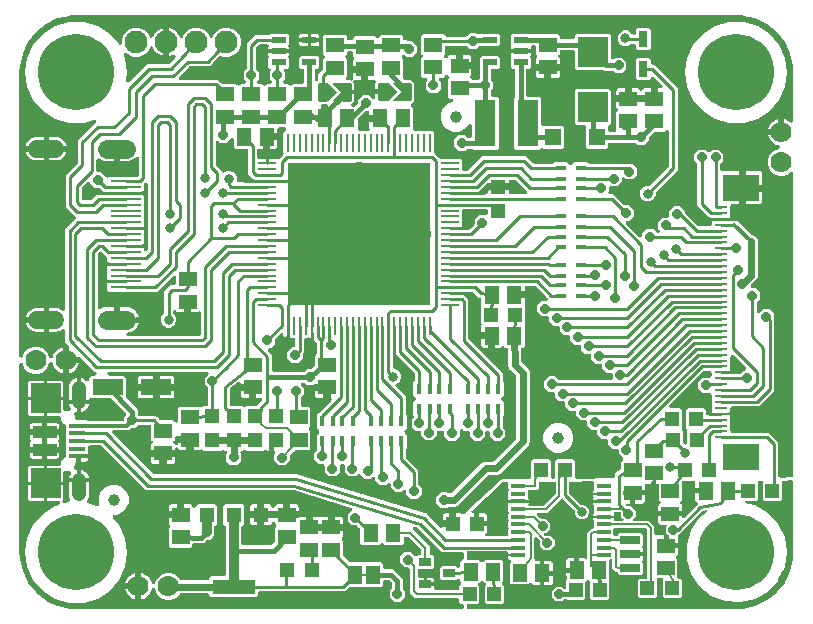
<source format=gbr>
G04 EAGLE Gerber RS-274X export*
G75*
%MOMM*%
%FSLAX34Y34*%
%LPD*%
%INTop Copper*%
%IPPOS*%
%AMOC8*
5,1,8,0,0,1.08239X$1,22.5*%
G01*
%ADD10C,1.650000*%
%ADD11C,1.500000*%
%ADD12R,2.600000X0.250000*%
%ADD13R,0.270000X1.500000*%
%ADD14R,1.500000X0.270000*%
%ADD15R,12.000000X12.000000*%
%ADD16C,0.908000*%
%ADD17R,1.500000X1.300000*%
%ADD18R,1.300000X1.200000*%
%ADD19R,1.200000X1.300000*%
%ADD20R,1.300000X1.500000*%
%ADD21C,6.451600*%
%ADD22C,1.000000*%
%ADD23C,1.778000*%
%ADD24R,1.200000X0.550000*%
%ADD25R,1.300000X1.300000*%
%ADD26R,3.600000X1.300000*%
%ADD27R,2.500000X2.500000*%
%ADD28C,1.208000*%
%ADD29R,1.350000X0.400000*%
%ADD30R,2.000000X1.000000*%
%ADD31C,1.930400*%
%ADD32R,1.270000X0.304800*%
%ADD33R,1.700000X0.700000*%
%ADD34R,1.100000X0.250000*%
%ADD35R,3.100000X2.300000*%
%ADD36R,0.900000X0.450000*%
%ADD37R,0.450000X0.900000*%
%ADD38R,1.200000X1.200000*%
%ADD39R,1.800000X4.000000*%
%ADD40R,1.400000X1.400000*%
%ADD41R,2.540000X2.540000*%
%ADD42C,0.381000*%
%ADD43R,1.016000X0.635000*%
%ADD44R,1.168400X1.600200*%
%ADD45R,0.635000X0.203200*%
%ADD46R,0.800000X1.350000*%
%ADD47R,2.600000X1.400000*%
%ADD48C,0.250000*%
%ADD49P,0.872839X8X22.500000*%
%ADD50C,0.400000*%
%ADD51C,0.806400*%
%ADD52C,0.304800*%
%ADD53C,0.406400*%
%ADD54C,0.254000*%
%ADD55C,0.203200*%
%ADD56C,0.609600*%
%ADD57C,0.812800*%
%ADD58C,0.800100*%

G36*
X377249Y2545D02*
X377249Y2545D01*
X377285Y2542D01*
X377421Y2565D01*
X377557Y2581D01*
X377591Y2593D01*
X377626Y2598D01*
X377753Y2651D01*
X377883Y2698D01*
X377912Y2717D01*
X377945Y2731D01*
X378057Y2812D01*
X378172Y2887D01*
X378197Y2913D01*
X378225Y2933D01*
X378316Y3037D01*
X378411Y3137D01*
X378429Y3168D01*
X378452Y3194D01*
X378516Y3317D01*
X378586Y3435D01*
X378596Y3469D01*
X378613Y3501D01*
X378647Y3634D01*
X378688Y3766D01*
X378690Y3801D01*
X378699Y3835D01*
X378713Y4040D01*
X378713Y5230D01*
X378709Y5265D01*
X378712Y5301D01*
X378689Y5437D01*
X378673Y5573D01*
X378661Y5607D01*
X378656Y5642D01*
X378603Y5769D01*
X378556Y5899D01*
X378537Y5928D01*
X378523Y5961D01*
X378442Y6073D01*
X378367Y6188D01*
X378341Y6213D01*
X378321Y6241D01*
X378217Y6332D01*
X378117Y6427D01*
X378086Y6445D01*
X378060Y6468D01*
X377937Y6532D01*
X377819Y6602D01*
X377785Y6612D01*
X377753Y6629D01*
X377620Y6663D01*
X377488Y6704D01*
X377453Y6706D01*
X377419Y6715D01*
X377214Y6729D01*
X376673Y6729D01*
X375184Y8218D01*
X375184Y10184D01*
X375180Y10219D01*
X375183Y10255D01*
X375160Y10391D01*
X375144Y10527D01*
X375132Y10561D01*
X375127Y10596D01*
X375074Y10723D01*
X375027Y10853D01*
X375008Y10882D01*
X374994Y10915D01*
X374913Y11027D01*
X374838Y11142D01*
X374812Y11167D01*
X374792Y11195D01*
X374688Y11286D01*
X374588Y11381D01*
X374557Y11399D01*
X374531Y11422D01*
X374408Y11486D01*
X374290Y11556D01*
X374256Y11566D01*
X374224Y11583D01*
X374091Y11617D01*
X373959Y11658D01*
X373924Y11660D01*
X373890Y11669D01*
X373685Y11683D01*
X337617Y11683D01*
X335094Y14206D01*
X332993Y16307D01*
X332993Y36378D01*
X332989Y36413D01*
X332992Y36449D01*
X332969Y36585D01*
X332953Y36721D01*
X332941Y36755D01*
X332936Y36790D01*
X332883Y36917D01*
X332836Y37047D01*
X332817Y37076D01*
X332803Y37109D01*
X332722Y37221D01*
X332647Y37336D01*
X332621Y37361D01*
X332601Y37389D01*
X332497Y37480D01*
X332397Y37575D01*
X332366Y37593D01*
X332340Y37616D01*
X332217Y37680D01*
X332099Y37750D01*
X332065Y37760D01*
X332033Y37777D01*
X331900Y37811D01*
X331768Y37852D01*
X331733Y37854D01*
X331699Y37863D01*
X331494Y37877D01*
X328747Y37877D01*
X324897Y41727D01*
X324897Y47173D01*
X328747Y51023D01*
X334193Y51023D01*
X337523Y47692D01*
X337551Y47670D01*
X337575Y47643D01*
X337687Y47563D01*
X337794Y47477D01*
X337827Y47462D01*
X337855Y47441D01*
X337983Y47389D01*
X338107Y47330D01*
X338142Y47323D01*
X338175Y47309D01*
X338311Y47287D01*
X338446Y47259D01*
X338481Y47260D01*
X338516Y47254D01*
X338654Y47264D01*
X338791Y47267D01*
X338826Y47276D01*
X338861Y47279D01*
X338993Y47320D01*
X339126Y47354D01*
X339157Y47371D01*
X339191Y47381D01*
X339310Y47451D01*
X339432Y47516D01*
X339459Y47539D01*
X339489Y47557D01*
X339644Y47692D01*
X340188Y48236D01*
X341264Y48236D01*
X341299Y48240D01*
X341335Y48237D01*
X341471Y48260D01*
X341607Y48276D01*
X341641Y48288D01*
X341676Y48293D01*
X341803Y48346D01*
X341933Y48393D01*
X341962Y48412D01*
X341995Y48426D01*
X342107Y48507D01*
X342222Y48582D01*
X342247Y48608D01*
X342275Y48628D01*
X342366Y48732D01*
X342461Y48832D01*
X342479Y48863D01*
X342502Y48889D01*
X342566Y49012D01*
X342636Y49130D01*
X342646Y49164D01*
X342663Y49196D01*
X342697Y49329D01*
X342738Y49461D01*
X342740Y49496D01*
X342749Y49530D01*
X342763Y49735D01*
X342763Y52302D01*
X342747Y52440D01*
X342737Y52579D01*
X342727Y52612D01*
X342723Y52645D01*
X342676Y52776D01*
X342635Y52909D01*
X342617Y52939D01*
X342606Y52970D01*
X342530Y53087D01*
X342459Y53207D01*
X342429Y53241D01*
X342417Y53260D01*
X342393Y53283D01*
X342324Y53362D01*
X332392Y63294D01*
X332283Y63381D01*
X332177Y63472D01*
X332147Y63488D01*
X332121Y63509D01*
X331995Y63568D01*
X331871Y63633D01*
X331838Y63641D01*
X331808Y63656D01*
X331672Y63684D01*
X331536Y63719D01*
X331491Y63722D01*
X331469Y63727D01*
X331436Y63726D01*
X331332Y63733D01*
X329470Y63733D01*
X329435Y63729D01*
X329399Y63732D01*
X329263Y63709D01*
X329127Y63693D01*
X329093Y63681D01*
X329058Y63676D01*
X328931Y63623D01*
X328801Y63576D01*
X328772Y63557D01*
X328739Y63543D01*
X328627Y63462D01*
X328512Y63387D01*
X328487Y63361D01*
X328459Y63341D01*
X328368Y63237D01*
X328273Y63137D01*
X328255Y63106D01*
X328232Y63080D01*
X328168Y62957D01*
X328098Y62839D01*
X328088Y62805D01*
X328071Y62773D01*
X328037Y62640D01*
X327996Y62508D01*
X327994Y62473D01*
X327985Y62439D01*
X327971Y62234D01*
X327971Y58738D01*
X326482Y57249D01*
X311378Y57249D01*
X310490Y58137D01*
X310462Y58159D01*
X310439Y58185D01*
X310327Y58266D01*
X310219Y58351D01*
X310187Y58366D01*
X310158Y58387D01*
X310031Y58440D01*
X309906Y58498D01*
X309871Y58506D01*
X309839Y58519D01*
X309702Y58541D01*
X309568Y58570D01*
X309532Y58569D01*
X309497Y58574D01*
X309360Y58565D01*
X309222Y58561D01*
X309188Y58552D01*
X309152Y58550D01*
X309021Y58509D01*
X308888Y58474D01*
X308856Y58458D01*
X308822Y58447D01*
X308703Y58377D01*
X308582Y58313D01*
X308555Y58290D01*
X308524Y58272D01*
X308370Y58137D01*
X307482Y57249D01*
X292378Y57249D01*
X290889Y58738D01*
X290889Y70131D01*
X290873Y70269D01*
X290863Y70408D01*
X290853Y70440D01*
X290849Y70474D01*
X290802Y70605D01*
X290761Y70738D01*
X290743Y70767D01*
X290732Y70799D01*
X290656Y70916D01*
X290585Y71036D01*
X290555Y71070D01*
X290543Y71089D01*
X290519Y71112D01*
X290450Y71191D01*
X288643Y72998D01*
X288534Y73085D01*
X288428Y73176D01*
X288398Y73192D01*
X288372Y73213D01*
X288246Y73272D01*
X288122Y73337D01*
X288089Y73345D01*
X288059Y73360D01*
X287922Y73388D01*
X287787Y73423D01*
X287742Y73426D01*
X287720Y73431D01*
X287687Y73430D01*
X287583Y73437D01*
X284297Y73437D01*
X280447Y77287D01*
X280447Y82733D01*
X283763Y86048D01*
X283799Y86094D01*
X283842Y86134D01*
X283906Y86229D01*
X283977Y86319D01*
X284002Y86372D01*
X284035Y86421D01*
X284076Y86528D01*
X284124Y86632D01*
X284136Y86689D01*
X284157Y86744D01*
X284172Y86858D01*
X284195Y86970D01*
X284194Y87029D01*
X284202Y87087D01*
X284190Y87201D01*
X284187Y87316D01*
X284173Y87373D01*
X284167Y87431D01*
X284129Y87540D01*
X284100Y87651D01*
X284073Y87702D01*
X284054Y87758D01*
X283992Y87855D01*
X283939Y87956D01*
X283900Y88001D01*
X283869Y88050D01*
X283787Y88130D01*
X283712Y88217D01*
X283664Y88251D01*
X283622Y88292D01*
X283524Y88352D01*
X283431Y88419D01*
X283376Y88441D01*
X283326Y88471D01*
X283134Y88544D01*
X234651Y103126D01*
X234536Y103146D01*
X234423Y103175D01*
X234342Y103181D01*
X234310Y103186D01*
X234282Y103185D01*
X234219Y103189D01*
X109832Y103189D01*
X72271Y140750D01*
X72162Y140837D01*
X72056Y140928D01*
X72026Y140944D01*
X72000Y140965D01*
X71874Y141024D01*
X71750Y141089D01*
X71717Y141097D01*
X71687Y141112D01*
X71550Y141140D01*
X71415Y141175D01*
X71370Y141178D01*
X71348Y141183D01*
X71315Y141182D01*
X71211Y141189D01*
X62390Y141189D01*
X62355Y141185D01*
X62319Y141188D01*
X62183Y141165D01*
X62047Y141149D01*
X62013Y141137D01*
X61978Y141132D01*
X61851Y141079D01*
X61721Y141032D01*
X61692Y141013D01*
X61659Y140999D01*
X61547Y140918D01*
X61432Y140843D01*
X61407Y140817D01*
X61379Y140797D01*
X61288Y140693D01*
X61193Y140593D01*
X61175Y140562D01*
X61152Y140536D01*
X61088Y140413D01*
X61018Y140295D01*
X61008Y140261D01*
X60991Y140229D01*
X60957Y140096D01*
X60916Y139964D01*
X60914Y139929D01*
X60905Y139895D01*
X60891Y139690D01*
X60891Y135168D01*
X60872Y135079D01*
X60837Y134923D01*
X60837Y134913D01*
X60835Y134902D01*
X60839Y134737D01*
X60840Y134578D01*
X60843Y134564D01*
X60843Y134556D01*
X60848Y134535D01*
X60880Y134376D01*
X60891Y134334D01*
X60891Y133499D01*
X51600Y133499D01*
X51565Y133495D01*
X51530Y133498D01*
X51394Y133475D01*
X51257Y133460D01*
X51224Y133447D01*
X51189Y133442D01*
X51061Y133389D01*
X50932Y133342D01*
X50902Y133323D01*
X50869Y133309D01*
X50758Y133229D01*
X50642Y133153D01*
X50618Y133127D01*
X50589Y133107D01*
X50588Y133106D01*
X50498Y133002D01*
X50403Y132903D01*
X50385Y132872D01*
X50362Y132845D01*
X50298Y132723D01*
X50228Y132604D01*
X50218Y132571D01*
X50201Y132539D01*
X50167Y132406D01*
X50126Y132274D01*
X50123Y132239D01*
X50115Y132204D01*
X50101Y132000D01*
X50101Y126708D01*
X50088Y126683D01*
X50018Y126565D01*
X50008Y126531D01*
X49991Y126499D01*
X49957Y126366D01*
X49916Y126234D01*
X49914Y126199D01*
X49905Y126165D01*
X49891Y125960D01*
X49891Y124298D01*
X49096Y122380D01*
X49060Y122255D01*
X49018Y122132D01*
X49013Y122089D01*
X49001Y122047D01*
X48995Y121917D01*
X48982Y121788D01*
X48988Y121745D01*
X48986Y121702D01*
X49010Y121574D01*
X49026Y121445D01*
X49041Y121405D01*
X49049Y121362D01*
X49102Y121243D01*
X49148Y121121D01*
X49172Y121085D01*
X49189Y121046D01*
X49268Y120942D01*
X49340Y120834D01*
X49372Y120805D01*
X49398Y120770D01*
X49498Y120687D01*
X49593Y120598D01*
X49631Y120577D01*
X49664Y120550D01*
X49780Y120492D01*
X49893Y120427D01*
X49935Y120415D01*
X49973Y120396D01*
X50100Y120366D01*
X50225Y120329D01*
X50268Y120327D01*
X50310Y120317D01*
X50440Y120317D01*
X50570Y120310D01*
X50629Y120317D01*
X50656Y120317D01*
X50688Y120325D01*
X50774Y120336D01*
X51101Y120401D01*
X51101Y113749D01*
X44449Y113749D01*
X44599Y114503D01*
X45246Y116065D01*
X45956Y117127D01*
X46015Y117243D01*
X46081Y117355D01*
X46094Y117396D01*
X46114Y117435D01*
X46145Y117561D01*
X46183Y117686D01*
X46186Y117729D01*
X46197Y117770D01*
X46198Y117901D01*
X46207Y118031D01*
X46200Y118073D01*
X46200Y118116D01*
X46172Y118243D01*
X46151Y118372D01*
X46134Y118412D01*
X46125Y118454D01*
X46068Y118571D01*
X46018Y118691D01*
X45993Y118726D01*
X45974Y118765D01*
X45892Y118866D01*
X45816Y118971D01*
X45783Y119000D01*
X45756Y119033D01*
X45653Y119113D01*
X45555Y119198D01*
X45517Y119218D01*
X45483Y119244D01*
X45364Y119298D01*
X45249Y119359D01*
X45207Y119370D01*
X45168Y119387D01*
X45040Y119413D01*
X44914Y119445D01*
X44855Y119449D01*
X44829Y119455D01*
X44796Y119453D01*
X44709Y119459D01*
X42648Y119459D01*
X41964Y119743D01*
X41813Y119786D01*
X41664Y119832D01*
X41647Y119833D01*
X41631Y119837D01*
X41476Y119845D01*
X41319Y119855D01*
X41303Y119853D01*
X41286Y119853D01*
X41132Y119825D01*
X40978Y119799D01*
X40963Y119793D01*
X40946Y119790D01*
X40803Y119727D01*
X40659Y119667D01*
X40645Y119657D01*
X40630Y119650D01*
X40505Y119556D01*
X40379Y119464D01*
X40367Y119452D01*
X40354Y119441D01*
X40254Y119321D01*
X40152Y119203D01*
X40144Y119188D01*
X40133Y119175D01*
X40064Y119036D01*
X39991Y118897D01*
X39987Y118881D01*
X39979Y118866D01*
X39944Y118714D01*
X39905Y118562D01*
X39903Y118541D01*
X39901Y118529D01*
X39901Y118501D01*
X39891Y118358D01*
X39891Y110499D01*
X34407Y110499D01*
X34371Y110495D01*
X34336Y110498D01*
X34200Y110475D01*
X34063Y110460D01*
X34030Y110447D01*
X33995Y110442D01*
X33868Y110389D01*
X33738Y110342D01*
X33708Y110323D01*
X33676Y110309D01*
X33564Y110229D01*
X33448Y110153D01*
X33424Y110128D01*
X33395Y110107D01*
X33305Y110003D01*
X33210Y109903D01*
X33192Y109873D01*
X33169Y109846D01*
X33104Y109723D01*
X33035Y109605D01*
X33024Y109571D01*
X33008Y109540D01*
X32973Y109406D01*
X32933Y109275D01*
X32930Y109239D01*
X32921Y109205D01*
X32907Y109000D01*
X32911Y108965D01*
X32909Y108930D01*
X32909Y108929D01*
X32931Y108793D01*
X32947Y108656D01*
X32959Y108623D01*
X32965Y108588D01*
X33018Y108461D01*
X33065Y108331D01*
X33084Y108301D01*
X33098Y108269D01*
X33178Y108157D01*
X33254Y108042D01*
X33279Y108017D01*
X33300Y107988D01*
X33404Y107898D01*
X33504Y107803D01*
X33534Y107785D01*
X33561Y107762D01*
X33683Y107698D01*
X33802Y107628D01*
X33836Y107618D01*
X33867Y107601D01*
X34001Y107567D01*
X34132Y107526D01*
X34168Y107523D01*
X34202Y107515D01*
X34407Y107501D01*
X39891Y107501D01*
X39891Y96165D01*
X39718Y95519D01*
X39383Y94940D01*
X39343Y94899D01*
X39253Y94786D01*
X39158Y94676D01*
X39145Y94651D01*
X39128Y94628D01*
X39066Y94497D01*
X39000Y94368D01*
X38993Y94341D01*
X38981Y94315D01*
X38951Y94174D01*
X38916Y94033D01*
X38916Y94005D01*
X38910Y93977D01*
X38913Y93832D01*
X38911Y93687D01*
X38917Y93660D01*
X38918Y93631D01*
X38955Y93491D01*
X38986Y93350D01*
X38998Y93324D01*
X39005Y93297D01*
X39073Y93169D01*
X39136Y93038D01*
X39153Y93016D01*
X39167Y92991D01*
X39262Y92882D01*
X39353Y92769D01*
X39375Y92752D01*
X39394Y92730D01*
X39512Y92646D01*
X39626Y92557D01*
X39651Y92545D01*
X39675Y92529D01*
X39809Y92473D01*
X39940Y92413D01*
X39968Y92408D01*
X39994Y92397D01*
X40138Y92374D01*
X40279Y92345D01*
X40307Y92346D01*
X40335Y92342D01*
X40480Y92352D01*
X40625Y92357D01*
X40661Y92365D01*
X40680Y92366D01*
X40712Y92376D01*
X40825Y92401D01*
X44493Y93478D01*
X44575Y93513D01*
X44661Y93538D01*
X44734Y93580D01*
X44811Y93613D01*
X44883Y93666D01*
X44961Y93710D01*
X45022Y93767D01*
X45090Y93817D01*
X45148Y93885D01*
X45214Y93946D01*
X45260Y94016D01*
X45315Y94080D01*
X45356Y94160D01*
X45405Y94234D01*
X45435Y94313D01*
X45473Y94387D01*
X45495Y94474D01*
X45526Y94558D01*
X45537Y94641D01*
X45557Y94723D01*
X45558Y94812D01*
X45570Y94901D01*
X45561Y94984D01*
X45562Y95068D01*
X45543Y95156D01*
X45533Y95245D01*
X45505Y95324D01*
X45487Y95406D01*
X45449Y95486D01*
X45419Y95571D01*
X45350Y95691D01*
X45338Y95717D01*
X45329Y95728D01*
X45317Y95749D01*
X45246Y95855D01*
X44599Y97417D01*
X44269Y99075D01*
X44269Y110251D01*
X52600Y110251D01*
X52635Y110255D01*
X52670Y110252D01*
X52806Y110275D01*
X52824Y110277D01*
X52826Y110276D01*
X52861Y110274D01*
X52896Y110265D01*
X53100Y110251D01*
X61431Y110251D01*
X61431Y99075D01*
X61101Y97417D01*
X60454Y95855D01*
X59711Y94743D01*
X59670Y94663D01*
X59620Y94588D01*
X59591Y94510D01*
X59553Y94435D01*
X59532Y94348D01*
X59500Y94264D01*
X59490Y94181D01*
X59470Y94099D01*
X59469Y94010D01*
X59458Y93921D01*
X59467Y93837D01*
X59466Y93754D01*
X59486Y93666D01*
X59495Y93577D01*
X59523Y93498D01*
X59542Y93416D01*
X59581Y93336D01*
X59610Y93251D01*
X59656Y93181D01*
X59692Y93105D01*
X59749Y93035D01*
X59797Y92960D01*
X59857Y92902D01*
X59910Y92837D01*
X59981Y92782D01*
X60045Y92720D01*
X60118Y92677D01*
X60184Y92625D01*
X60266Y92588D01*
X60342Y92542D01*
X60472Y92495D01*
X60499Y92482D01*
X60512Y92480D01*
X60535Y92471D01*
X68472Y90141D01*
X68495Y90137D01*
X68518Y90128D01*
X68665Y90108D01*
X68812Y90082D01*
X68836Y90084D01*
X68860Y90081D01*
X69009Y90094D01*
X69157Y90103D01*
X69180Y90110D01*
X69205Y90113D01*
X69346Y90160D01*
X69489Y90203D01*
X69509Y90215D01*
X69532Y90223D01*
X69658Y90301D01*
X69788Y90376D01*
X69806Y90392D01*
X69826Y90405D01*
X69931Y90511D01*
X70040Y90613D01*
X70053Y90633D01*
X70070Y90650D01*
X70149Y90777D01*
X70231Y90901D01*
X70239Y90924D01*
X70252Y90944D01*
X70299Y91085D01*
X70351Y91225D01*
X70354Y91249D01*
X70361Y91272D01*
X70375Y91420D01*
X70393Y91568D01*
X70391Y91592D01*
X70393Y91616D01*
X70372Y91763D01*
X70356Y91912D01*
X70348Y91935D01*
X70344Y91959D01*
X70279Y92153D01*
X70079Y92636D01*
X70079Y97625D01*
X71989Y102234D01*
X75516Y105761D01*
X80125Y107671D01*
X85115Y107671D01*
X89724Y105761D01*
X93251Y102234D01*
X95161Y97625D01*
X95161Y92635D01*
X93251Y88026D01*
X89724Y84499D01*
X85115Y82589D01*
X83072Y82589D01*
X83021Y82583D01*
X82970Y82586D01*
X82850Y82563D01*
X82728Y82549D01*
X82681Y82532D01*
X82630Y82523D01*
X82518Y82473D01*
X82403Y82432D01*
X82361Y82404D01*
X82314Y82384D01*
X82216Y82310D01*
X82114Y82243D01*
X82079Y82206D01*
X82038Y82176D01*
X81959Y82081D01*
X81875Y81993D01*
X81849Y81949D01*
X81817Y81910D01*
X81762Y81800D01*
X81700Y81695D01*
X81685Y81646D01*
X81662Y81601D01*
X81634Y81481D01*
X81598Y81364D01*
X81594Y81314D01*
X81583Y81264D01*
X81583Y81142D01*
X81574Y81019D01*
X81583Y80969D01*
X81582Y80918D01*
X81610Y80799D01*
X81630Y80678D01*
X81650Y80631D01*
X81661Y80582D01*
X81716Y80472D01*
X81763Y80359D01*
X81793Y80318D01*
X81815Y80272D01*
X81939Y80108D01*
X87113Y74137D01*
X92217Y62961D01*
X93965Y50800D01*
X92217Y38639D01*
X87113Y27463D01*
X79067Y18178D01*
X68732Y11535D01*
X56943Y8074D01*
X44657Y8074D01*
X32868Y11535D01*
X22533Y18178D01*
X14487Y27463D01*
X9383Y38639D01*
X7635Y50800D01*
X9383Y62961D01*
X14487Y74137D01*
X22533Y83422D01*
X32868Y90065D01*
X36128Y91021D01*
X36249Y91073D01*
X36374Y91118D01*
X36408Y91141D01*
X36446Y91157D01*
X36553Y91235D01*
X36663Y91307D01*
X36692Y91337D01*
X36725Y91361D01*
X36811Y91462D01*
X36902Y91557D01*
X36923Y91592D01*
X36949Y91624D01*
X37010Y91742D01*
X37077Y91855D01*
X37089Y91894D01*
X37108Y91931D01*
X37140Y92059D01*
X37179Y92186D01*
X37182Y92227D01*
X37192Y92266D01*
X37194Y92399D01*
X37203Y92531D01*
X37196Y92571D01*
X37197Y92612D01*
X37168Y92741D01*
X37147Y92872D01*
X37131Y92910D01*
X37122Y92950D01*
X37065Y93069D01*
X37014Y93191D01*
X36990Y93224D01*
X36972Y93261D01*
X36889Y93364D01*
X36812Y93471D01*
X36781Y93498D01*
X36755Y93530D01*
X36651Y93611D01*
X36551Y93698D01*
X36514Y93717D01*
X36482Y93742D01*
X36362Y93797D01*
X36245Y93859D01*
X36205Y93869D01*
X36168Y93886D01*
X36038Y93912D01*
X35910Y93945D01*
X35854Y93949D01*
X35829Y93954D01*
X35796Y93953D01*
X35705Y93959D01*
X26349Y93959D01*
X26349Y101960D01*
X26345Y101995D01*
X26348Y102031D01*
X26325Y102167D01*
X26310Y102303D01*
X26297Y102337D01*
X26292Y102372D01*
X26239Y102499D01*
X26192Y102629D01*
X26173Y102658D01*
X26159Y102691D01*
X26079Y102803D01*
X26003Y102918D01*
X25978Y102943D01*
X25957Y102971D01*
X25853Y103062D01*
X25753Y103157D01*
X25723Y103175D01*
X25696Y103198D01*
X25573Y103262D01*
X25455Y103332D01*
X25421Y103342D01*
X25390Y103359D01*
X25256Y103393D01*
X25125Y103434D01*
X25089Y103436D01*
X25055Y103445D01*
X24850Y103459D01*
X24815Y103455D01*
X24780Y103458D01*
X24779Y103458D01*
X24643Y103435D01*
X24506Y103419D01*
X24473Y103407D01*
X24438Y103402D01*
X24311Y103349D01*
X24181Y103302D01*
X24151Y103283D01*
X24119Y103269D01*
X24007Y103188D01*
X23892Y103113D01*
X23867Y103087D01*
X23838Y103067D01*
X23748Y102963D01*
X23653Y102863D01*
X23635Y102832D01*
X23612Y102806D01*
X23548Y102683D01*
X23478Y102565D01*
X23468Y102531D01*
X23451Y102499D01*
X23417Y102366D01*
X23376Y102234D01*
X23373Y102199D01*
X23365Y102165D01*
X23351Y101960D01*
X23351Y93959D01*
X12015Y93959D01*
X11369Y94132D01*
X10790Y94467D01*
X10317Y94940D01*
X9982Y95519D01*
X9809Y96165D01*
X9809Y107501D01*
X15293Y107501D01*
X15329Y107505D01*
X15364Y107502D01*
X15500Y107525D01*
X15637Y107540D01*
X15670Y107552D01*
X15705Y107558D01*
X15832Y107611D01*
X15962Y107658D01*
X15992Y107677D01*
X16024Y107691D01*
X16136Y107771D01*
X16252Y107847D01*
X16276Y107872D01*
X16305Y107893D01*
X16395Y107997D01*
X16490Y108097D01*
X16508Y108127D01*
X16531Y108154D01*
X16596Y108277D01*
X16665Y108395D01*
X16676Y108429D01*
X16692Y108460D01*
X16727Y108594D01*
X16767Y108725D01*
X16770Y108761D01*
X16779Y108795D01*
X16793Y109000D01*
X16789Y109035D01*
X16791Y109070D01*
X16791Y109071D01*
X16769Y109207D01*
X16753Y109344D01*
X16741Y109377D01*
X16735Y109412D01*
X16682Y109539D01*
X16635Y109669D01*
X16616Y109699D01*
X16602Y109731D01*
X16522Y109843D01*
X16446Y109958D01*
X16421Y109983D01*
X16400Y110012D01*
X16296Y110102D01*
X16196Y110197D01*
X16166Y110215D01*
X16139Y110238D01*
X16017Y110302D01*
X15898Y110372D01*
X15864Y110382D01*
X15833Y110399D01*
X15699Y110433D01*
X15568Y110474D01*
X15532Y110477D01*
X15498Y110485D01*
X15293Y110499D01*
X9809Y110499D01*
X9809Y121835D01*
X9982Y122481D01*
X10317Y123060D01*
X10790Y123533D01*
X11369Y123868D01*
X12015Y124041D01*
X23351Y124041D01*
X23351Y116040D01*
X23355Y116005D01*
X23352Y115969D01*
X23375Y115833D01*
X23390Y115697D01*
X23402Y115663D01*
X23408Y115628D01*
X23461Y115501D01*
X23508Y115371D01*
X23527Y115342D01*
X23541Y115309D01*
X23621Y115197D01*
X23697Y115082D01*
X23722Y115057D01*
X23743Y115029D01*
X23847Y114938D01*
X23947Y114843D01*
X23977Y114825D01*
X24004Y114802D01*
X24127Y114738D01*
X24245Y114668D01*
X24279Y114658D01*
X24310Y114641D01*
X24444Y114607D01*
X24575Y114566D01*
X24611Y114564D01*
X24645Y114555D01*
X24850Y114541D01*
X24885Y114545D01*
X24920Y114542D01*
X24921Y114542D01*
X25057Y114565D01*
X25194Y114581D01*
X25227Y114593D01*
X25262Y114598D01*
X25389Y114651D01*
X25519Y114698D01*
X25549Y114717D01*
X25581Y114731D01*
X25693Y114812D01*
X25808Y114887D01*
X25833Y114913D01*
X25862Y114933D01*
X25952Y115037D01*
X26047Y115137D01*
X26065Y115168D01*
X26088Y115194D01*
X26152Y115317D01*
X26222Y115435D01*
X26232Y115469D01*
X26249Y115501D01*
X26283Y115634D01*
X26324Y115766D01*
X26327Y115801D01*
X26335Y115835D01*
X26349Y116040D01*
X26349Y124041D01*
X36310Y124041D01*
X36345Y124045D01*
X36381Y124042D01*
X36517Y124065D01*
X36653Y124081D01*
X36687Y124093D01*
X36722Y124098D01*
X36849Y124151D01*
X36979Y124198D01*
X37008Y124217D01*
X37041Y124231D01*
X37153Y124312D01*
X37268Y124387D01*
X37293Y124413D01*
X37321Y124433D01*
X37412Y124537D01*
X37507Y124637D01*
X37525Y124668D01*
X37548Y124694D01*
X37612Y124817D01*
X37682Y124935D01*
X37692Y124969D01*
X37709Y125001D01*
X37743Y125134D01*
X37784Y125266D01*
X37786Y125301D01*
X37795Y125335D01*
X37809Y125540D01*
X37809Y126702D01*
X38729Y128922D01*
X40428Y130621D01*
X41384Y131017D01*
X41460Y131059D01*
X41541Y131093D01*
X41611Y131143D01*
X41686Y131185D01*
X41750Y131244D01*
X41821Y131295D01*
X41878Y131360D01*
X41941Y131418D01*
X41991Y131490D01*
X42048Y131556D01*
X42088Y131633D01*
X42137Y131703D01*
X42168Y131785D01*
X42209Y131863D01*
X42230Y131946D01*
X42261Y132026D01*
X42273Y132112D01*
X42295Y132197D01*
X42305Y132341D01*
X42309Y132368D01*
X42308Y132380D01*
X42309Y132402D01*
X42309Y134334D01*
X42320Y134376D01*
X42344Y134536D01*
X42370Y134697D01*
X42369Y134708D01*
X42371Y134718D01*
X42357Y134879D01*
X42346Y135042D01*
X42342Y135052D01*
X42342Y135063D01*
X42309Y135162D01*
X42309Y157598D01*
X42299Y157685D01*
X42299Y157772D01*
X42279Y157856D01*
X42269Y157941D01*
X42240Y158024D01*
X42220Y158109D01*
X42181Y158186D01*
X42152Y158267D01*
X42104Y158340D01*
X42065Y158418D01*
X42010Y158484D01*
X41963Y158556D01*
X41900Y158617D01*
X41844Y158684D01*
X41775Y158736D01*
X41713Y158795D01*
X41638Y158839D01*
X41567Y158892D01*
X41438Y158956D01*
X41415Y158970D01*
X41403Y158973D01*
X41384Y158983D01*
X40428Y159379D01*
X38729Y161078D01*
X37809Y163298D01*
X37809Y164460D01*
X37805Y164495D01*
X37808Y164530D01*
X37808Y164531D01*
X37785Y164667D01*
X37769Y164803D01*
X37757Y164837D01*
X37752Y164872D01*
X37699Y164999D01*
X37652Y165129D01*
X37633Y165158D01*
X37619Y165191D01*
X37538Y165303D01*
X37463Y165418D01*
X37437Y165443D01*
X37417Y165471D01*
X37313Y165562D01*
X37213Y165657D01*
X37182Y165675D01*
X37156Y165698D01*
X37033Y165762D01*
X36915Y165832D01*
X36881Y165842D01*
X36849Y165859D01*
X36716Y165893D01*
X36584Y165934D01*
X36549Y165936D01*
X36515Y165945D01*
X36310Y165959D01*
X26349Y165959D01*
X26349Y173960D01*
X26345Y173995D01*
X26348Y174031D01*
X26325Y174167D01*
X26310Y174303D01*
X26297Y174337D01*
X26292Y174372D01*
X26239Y174499D01*
X26192Y174629D01*
X26173Y174658D01*
X26159Y174691D01*
X26079Y174803D01*
X26003Y174918D01*
X25978Y174943D01*
X25957Y174971D01*
X25853Y175062D01*
X25753Y175157D01*
X25723Y175175D01*
X25696Y175198D01*
X25573Y175262D01*
X25455Y175332D01*
X25421Y175342D01*
X25390Y175359D01*
X25256Y175393D01*
X25125Y175434D01*
X25089Y175436D01*
X25055Y175445D01*
X24850Y175459D01*
X24815Y175455D01*
X24780Y175458D01*
X24779Y175458D01*
X24643Y175435D01*
X24506Y175419D01*
X24473Y175407D01*
X24438Y175402D01*
X24311Y175349D01*
X24181Y175302D01*
X24151Y175283D01*
X24119Y175269D01*
X24007Y175188D01*
X23892Y175113D01*
X23867Y175087D01*
X23838Y175067D01*
X23748Y174963D01*
X23653Y174863D01*
X23635Y174832D01*
X23612Y174806D01*
X23548Y174683D01*
X23478Y174565D01*
X23468Y174531D01*
X23451Y174499D01*
X23417Y174366D01*
X23376Y174234D01*
X23373Y174199D01*
X23365Y174165D01*
X23351Y173960D01*
X23351Y165959D01*
X12015Y165959D01*
X11369Y166132D01*
X10790Y166467D01*
X10317Y166940D01*
X9982Y167519D01*
X9809Y168165D01*
X9809Y179501D01*
X15293Y179501D01*
X15329Y179505D01*
X15364Y179502D01*
X15500Y179525D01*
X15637Y179540D01*
X15670Y179552D01*
X15705Y179558D01*
X15832Y179611D01*
X15962Y179658D01*
X15992Y179677D01*
X16024Y179691D01*
X16136Y179771D01*
X16252Y179847D01*
X16276Y179872D01*
X16305Y179893D01*
X16395Y179997D01*
X16490Y180097D01*
X16508Y180127D01*
X16531Y180154D01*
X16596Y180277D01*
X16665Y180395D01*
X16676Y180429D01*
X16692Y180460D01*
X16727Y180594D01*
X16767Y180725D01*
X16770Y180761D01*
X16779Y180795D01*
X16793Y181000D01*
X16789Y181035D01*
X16791Y181070D01*
X16791Y181071D01*
X16769Y181207D01*
X16753Y181344D01*
X16741Y181377D01*
X16735Y181412D01*
X16682Y181539D01*
X16635Y181669D01*
X16616Y181699D01*
X16602Y181731D01*
X16522Y181843D01*
X16446Y181958D01*
X16421Y181983D01*
X16400Y182012D01*
X16296Y182102D01*
X16196Y182197D01*
X16166Y182215D01*
X16139Y182238D01*
X16017Y182302D01*
X15898Y182372D01*
X15864Y182382D01*
X15833Y182399D01*
X15699Y182433D01*
X15568Y182474D01*
X15532Y182477D01*
X15498Y182485D01*
X15293Y182499D01*
X9809Y182499D01*
X9809Y193835D01*
X9982Y194481D01*
X10317Y195060D01*
X10790Y195533D01*
X11369Y195868D01*
X12015Y196041D01*
X23351Y196041D01*
X23351Y188040D01*
X23355Y188005D01*
X23352Y187969D01*
X23375Y187833D01*
X23390Y187697D01*
X23402Y187663D01*
X23408Y187628D01*
X23461Y187501D01*
X23508Y187371D01*
X23527Y187342D01*
X23541Y187309D01*
X23621Y187197D01*
X23697Y187082D01*
X23722Y187057D01*
X23743Y187029D01*
X23847Y186938D01*
X23947Y186843D01*
X23977Y186825D01*
X24004Y186802D01*
X24127Y186738D01*
X24245Y186668D01*
X24279Y186658D01*
X24310Y186641D01*
X24444Y186607D01*
X24575Y186566D01*
X24611Y186564D01*
X24645Y186555D01*
X24850Y186541D01*
X24885Y186545D01*
X24920Y186542D01*
X24921Y186542D01*
X25057Y186565D01*
X25194Y186581D01*
X25227Y186593D01*
X25262Y186598D01*
X25389Y186651D01*
X25519Y186698D01*
X25549Y186717D01*
X25581Y186731D01*
X25693Y186812D01*
X25808Y186887D01*
X25833Y186913D01*
X25862Y186933D01*
X25952Y187037D01*
X26047Y187137D01*
X26065Y187168D01*
X26088Y187194D01*
X26152Y187317D01*
X26222Y187435D01*
X26232Y187469D01*
X26249Y187501D01*
X26283Y187634D01*
X26324Y187766D01*
X26327Y187801D01*
X26335Y187835D01*
X26349Y188040D01*
X26349Y196041D01*
X37685Y196041D01*
X38331Y195868D01*
X38910Y195533D01*
X39383Y195060D01*
X39718Y194481D01*
X39891Y193835D01*
X39891Y182499D01*
X34407Y182499D01*
X34371Y182495D01*
X34336Y182498D01*
X34200Y182475D01*
X34063Y182460D01*
X34030Y182447D01*
X33995Y182442D01*
X33868Y182389D01*
X33738Y182342D01*
X33708Y182323D01*
X33676Y182309D01*
X33564Y182229D01*
X33448Y182153D01*
X33424Y182128D01*
X33395Y182107D01*
X33305Y182003D01*
X33210Y181903D01*
X33192Y181873D01*
X33169Y181846D01*
X33104Y181723D01*
X33035Y181605D01*
X33024Y181571D01*
X33008Y181540D01*
X32973Y181405D01*
X32933Y181275D01*
X32930Y181239D01*
X32921Y181205D01*
X32907Y181000D01*
X32911Y180965D01*
X32909Y180930D01*
X32909Y180929D01*
X32931Y180793D01*
X32947Y180656D01*
X32959Y180623D01*
X32965Y180588D01*
X33018Y180461D01*
X33065Y180331D01*
X33084Y180301D01*
X33098Y180269D01*
X33178Y180157D01*
X33254Y180042D01*
X33279Y180017D01*
X33300Y179988D01*
X33404Y179898D01*
X33504Y179803D01*
X33534Y179785D01*
X33561Y179762D01*
X33683Y179698D01*
X33802Y179628D01*
X33836Y179618D01*
X33867Y179601D01*
X34001Y179567D01*
X34132Y179526D01*
X34168Y179523D01*
X34202Y179515D01*
X34407Y179501D01*
X39891Y179501D01*
X39891Y171642D01*
X39909Y171487D01*
X39923Y171332D01*
X39929Y171316D01*
X39931Y171299D01*
X39984Y171152D01*
X40033Y171004D01*
X40042Y170990D01*
X40048Y170974D01*
X40134Y170842D01*
X40216Y170710D01*
X40228Y170698D01*
X40237Y170684D01*
X40350Y170576D01*
X40460Y170466D01*
X40475Y170457D01*
X40487Y170445D01*
X40622Y170366D01*
X40755Y170284D01*
X40771Y170279D01*
X40785Y170270D01*
X40934Y170224D01*
X41083Y170175D01*
X41099Y170173D01*
X41116Y170168D01*
X41272Y170158D01*
X41427Y170143D01*
X41444Y170146D01*
X41461Y170145D01*
X41615Y170170D01*
X41769Y170192D01*
X41790Y170199D01*
X41802Y170201D01*
X41827Y170211D01*
X41964Y170257D01*
X42648Y170541D01*
X44709Y170541D01*
X44839Y170556D01*
X44969Y170563D01*
X45010Y170576D01*
X45053Y170581D01*
X45175Y170625D01*
X45300Y170662D01*
X45337Y170683D01*
X45378Y170698D01*
X45487Y170769D01*
X45600Y170834D01*
X45631Y170863D01*
X45668Y170887D01*
X45757Y170981D01*
X45853Y171070D01*
X45876Y171106D01*
X45906Y171137D01*
X45972Y171249D01*
X46044Y171358D01*
X46059Y171398D01*
X46081Y171435D01*
X46120Y171560D01*
X46165Y171682D01*
X46171Y171725D01*
X46183Y171766D01*
X46192Y171895D01*
X46208Y172025D01*
X46204Y172068D01*
X46207Y172111D01*
X46186Y172239D01*
X46172Y172369D01*
X46158Y172409D01*
X46151Y172452D01*
X46101Y172572D01*
X46058Y172695D01*
X46029Y172746D01*
X46018Y172771D01*
X45999Y172798D01*
X45956Y172873D01*
X45246Y173935D01*
X44599Y175497D01*
X44449Y176251D01*
X51101Y176251D01*
X51101Y169599D01*
X50774Y169664D01*
X50644Y169675D01*
X50515Y169693D01*
X50472Y169689D01*
X50429Y169692D01*
X50300Y169673D01*
X50171Y169660D01*
X50130Y169647D01*
X50087Y169640D01*
X49967Y169592D01*
X49843Y169550D01*
X49806Y169528D01*
X49766Y169512D01*
X49660Y169437D01*
X49549Y169368D01*
X49519Y169338D01*
X49483Y169313D01*
X49397Y169215D01*
X49305Y169123D01*
X49282Y169087D01*
X49254Y169054D01*
X49192Y168940D01*
X49123Y168829D01*
X49110Y168788D01*
X49089Y168750D01*
X49055Y168625D01*
X49014Y168501D01*
X49010Y168458D01*
X48999Y168417D01*
X48994Y168287D01*
X48982Y168157D01*
X48988Y168114D01*
X48987Y168071D01*
X49013Y167943D01*
X49031Y167814D01*
X49049Y167759D01*
X49055Y167732D01*
X49068Y167702D01*
X49096Y167620D01*
X49891Y165702D01*
X49891Y164040D01*
X49895Y164005D01*
X49892Y163969D01*
X49915Y163833D01*
X49931Y163697D01*
X49943Y163663D01*
X49948Y163628D01*
X50001Y163501D01*
X50048Y163371D01*
X50067Y163342D01*
X50081Y163309D01*
X50162Y163197D01*
X50237Y163082D01*
X50263Y163057D01*
X50283Y163029D01*
X50387Y162938D01*
X50487Y162843D01*
X50518Y162825D01*
X50544Y162802D01*
X50667Y162738D01*
X50785Y162668D01*
X50819Y162658D01*
X50851Y162641D01*
X50984Y162607D01*
X51116Y162566D01*
X51151Y162564D01*
X51185Y162555D01*
X51390Y162541D01*
X59402Y162541D01*
X59439Y162504D01*
X59548Y162418D01*
X59654Y162326D01*
X59684Y162310D01*
X59710Y162289D01*
X59836Y162230D01*
X59960Y162165D01*
X59993Y162157D01*
X60023Y162142D01*
X60159Y162114D01*
X60295Y162079D01*
X60340Y162076D01*
X60362Y162071D01*
X60395Y162072D01*
X60499Y162065D01*
X89928Y162065D01*
X89963Y162069D01*
X89999Y162066D01*
X90135Y162089D01*
X90271Y162105D01*
X90305Y162117D01*
X90340Y162122D01*
X90467Y162175D01*
X90597Y162222D01*
X90626Y162241D01*
X90659Y162255D01*
X90771Y162336D01*
X90886Y162411D01*
X90911Y162437D01*
X90939Y162457D01*
X91030Y162561D01*
X91125Y162661D01*
X91143Y162692D01*
X91166Y162718D01*
X91230Y162841D01*
X91300Y162959D01*
X91310Y162993D01*
X91327Y163025D01*
X91361Y163158D01*
X91402Y163290D01*
X91404Y163325D01*
X91413Y163359D01*
X91427Y163564D01*
X91427Y165223D01*
X92704Y166499D01*
X92726Y166527D01*
X92753Y166550D01*
X92833Y166662D01*
X92919Y166770D01*
X92934Y166802D01*
X92954Y166831D01*
X93007Y166959D01*
X93065Y167083D01*
X93073Y167118D01*
X93086Y167151D01*
X93108Y167287D01*
X93137Y167421D01*
X93136Y167457D01*
X93141Y167492D01*
X93132Y167629D01*
X93129Y167767D01*
X93120Y167801D01*
X93117Y167837D01*
X93076Y167968D01*
X93041Y168102D01*
X93025Y168133D01*
X93014Y168167D01*
X92944Y168286D01*
X92880Y168407D01*
X92857Y168434D01*
X92839Y168465D01*
X92704Y168619D01*
X80803Y180520D01*
X80694Y180607D01*
X80588Y180698D01*
X80558Y180714D01*
X80532Y180735D01*
X80406Y180794D01*
X80282Y180859D01*
X80250Y180867D01*
X80219Y180882D01*
X80083Y180910D01*
X79948Y180945D01*
X79902Y180948D01*
X79881Y180953D01*
X79847Y180952D01*
X79743Y180959D01*
X62930Y180959D01*
X62895Y180955D01*
X62859Y180958D01*
X62723Y180935D01*
X62587Y180919D01*
X62553Y180907D01*
X62518Y180902D01*
X62391Y180849D01*
X62261Y180802D01*
X62232Y180783D01*
X62199Y180769D01*
X62087Y180688D01*
X61972Y180613D01*
X61947Y180587D01*
X61919Y180567D01*
X61828Y180463D01*
X61733Y180363D01*
X61715Y180332D01*
X61692Y180306D01*
X61628Y180183D01*
X61558Y180065D01*
X61548Y180031D01*
X61531Y179999D01*
X61497Y179866D01*
X61461Y179749D01*
X54599Y179749D01*
X54599Y198481D01*
X55353Y198331D01*
X56914Y197684D01*
X58320Y196745D01*
X59190Y195875D01*
X59272Y195810D01*
X59347Y195738D01*
X59407Y195703D01*
X59461Y195660D01*
X59556Y195616D01*
X59645Y195563D01*
X59711Y195543D01*
X59774Y195514D01*
X59876Y195492D01*
X59976Y195461D01*
X60045Y195457D01*
X60112Y195442D01*
X60216Y195445D01*
X60321Y195438D01*
X60389Y195449D01*
X60458Y195450D01*
X60559Y195477D01*
X60662Y195494D01*
X60725Y195520D01*
X60792Y195538D01*
X60885Y195586D01*
X60981Y195626D01*
X61037Y195667D01*
X61098Y195699D01*
X61177Y195768D01*
X61261Y195829D01*
X61307Y195881D01*
X61359Y195926D01*
X61420Y196011D01*
X61488Y196090D01*
X61520Y196151D01*
X61561Y196207D01*
X61600Y196303D01*
X61649Y196396D01*
X61666Y196463D01*
X61692Y196527D01*
X61709Y196629D01*
X61735Y196731D01*
X61742Y196834D01*
X61748Y196868D01*
X61746Y196890D01*
X61749Y196935D01*
X61749Y198552D01*
X63238Y200041D01*
X65960Y200041D01*
X65995Y200045D01*
X66031Y200042D01*
X66167Y200065D01*
X66303Y200081D01*
X66337Y200093D01*
X66372Y200098D01*
X66499Y200151D01*
X66629Y200198D01*
X66658Y200217D01*
X66691Y200231D01*
X66803Y200312D01*
X66918Y200387D01*
X66943Y200413D01*
X66971Y200433D01*
X67062Y200537D01*
X67157Y200637D01*
X67175Y200668D01*
X67198Y200694D01*
X67262Y200817D01*
X67317Y200910D01*
X67557Y201150D01*
X67621Y201232D01*
X67694Y201307D01*
X67729Y201367D01*
X67771Y201421D01*
X67816Y201515D01*
X67869Y201605D01*
X67889Y201671D01*
X67918Y201734D01*
X67940Y201836D01*
X67971Y201936D01*
X67975Y202005D01*
X67990Y202072D01*
X67987Y202176D01*
X67994Y202281D01*
X67983Y202349D01*
X67981Y202418D01*
X67955Y202519D01*
X67938Y202622D01*
X67912Y202685D01*
X67894Y202752D01*
X67846Y202845D01*
X67806Y202941D01*
X67765Y202997D01*
X67733Y203058D01*
X67664Y203137D01*
X67603Y203221D01*
X67551Y203267D01*
X67506Y203319D01*
X67421Y203380D01*
X67342Y203448D01*
X67281Y203480D01*
X67225Y203521D01*
X67129Y203560D01*
X67036Y203609D01*
X66969Y203626D01*
X66905Y203652D01*
X66802Y203669D01*
X66701Y203695D01*
X66597Y203702D01*
X66564Y203708D01*
X66542Y203706D01*
X66497Y203709D01*
X66210Y203709D01*
X54499Y215420D01*
X54390Y215506D01*
X54284Y215598D01*
X54254Y215614D01*
X54228Y215635D01*
X54102Y215694D01*
X53978Y215759D01*
X53945Y215767D01*
X53915Y215782D01*
X53779Y215810D01*
X53643Y215845D01*
X53598Y215848D01*
X53577Y215853D01*
X53543Y215852D01*
X53439Y215859D01*
X44409Y215859D01*
X44409Y224889D01*
X44393Y225027D01*
X44383Y225166D01*
X44373Y225199D01*
X44369Y225232D01*
X44322Y225363D01*
X44281Y225496D01*
X44263Y225526D01*
X44252Y225557D01*
X44176Y225674D01*
X44105Y225794D01*
X44075Y225828D01*
X44063Y225847D01*
X44039Y225870D01*
X43970Y225949D01*
X41209Y228710D01*
X41209Y238256D01*
X41191Y238415D01*
X41175Y238573D01*
X41171Y238586D01*
X41169Y238600D01*
X41115Y238750D01*
X41064Y238901D01*
X41057Y238912D01*
X41052Y238925D01*
X40964Y239059D01*
X40880Y239194D01*
X40870Y239203D01*
X40863Y239214D01*
X40748Y239325D01*
X40634Y239437D01*
X40623Y239444D01*
X40613Y239453D01*
X40476Y239534D01*
X40339Y239617D01*
X40326Y239621D01*
X40315Y239628D01*
X40163Y239675D01*
X40011Y239725D01*
X39997Y239726D01*
X39984Y239730D01*
X39826Y239741D01*
X39666Y239755D01*
X39653Y239753D01*
X39639Y239754D01*
X39482Y239728D01*
X39324Y239705D01*
X39312Y239700D01*
X39298Y239698D01*
X39151Y239637D01*
X39003Y239578D01*
X38988Y239569D01*
X38979Y239565D01*
X38959Y239551D01*
X38829Y239469D01*
X38062Y238912D01*
X36654Y238195D01*
X35151Y237706D01*
X33590Y237459D01*
X27549Y237459D01*
X27549Y238960D01*
X27545Y238995D01*
X27548Y239031D01*
X27525Y239167D01*
X27509Y239303D01*
X27497Y239337D01*
X27492Y239372D01*
X27439Y239499D01*
X27392Y239629D01*
X27373Y239658D01*
X27359Y239691D01*
X27278Y239803D01*
X27203Y239918D01*
X27177Y239943D01*
X27157Y239971D01*
X27053Y240062D01*
X26953Y240157D01*
X26922Y240175D01*
X26896Y240198D01*
X26773Y240262D01*
X26655Y240332D01*
X26621Y240342D01*
X26589Y240359D01*
X26456Y240393D01*
X26324Y240434D01*
X26289Y240436D01*
X26255Y240445D01*
X26050Y240459D01*
X24550Y240459D01*
X24515Y240455D01*
X24479Y240458D01*
X24343Y240435D01*
X24207Y240419D01*
X24173Y240407D01*
X24138Y240402D01*
X24011Y240349D01*
X23881Y240302D01*
X23852Y240283D01*
X23819Y240269D01*
X23707Y240188D01*
X23592Y240113D01*
X23567Y240087D01*
X23539Y240067D01*
X23448Y239963D01*
X23353Y239863D01*
X23335Y239832D01*
X23312Y239806D01*
X23248Y239683D01*
X23178Y239565D01*
X23168Y239531D01*
X23151Y239499D01*
X23117Y239366D01*
X23076Y239234D01*
X23074Y239199D01*
X23065Y239165D01*
X23051Y238960D01*
X23051Y237459D01*
X17010Y237459D01*
X15449Y237706D01*
X13946Y238195D01*
X12538Y238912D01*
X11259Y239841D01*
X10141Y240959D01*
X9212Y242238D01*
X8495Y243646D01*
X8006Y245149D01*
X7990Y245251D01*
X12760Y245251D01*
X12795Y245255D01*
X12831Y245252D01*
X12967Y245275D01*
X13103Y245291D01*
X13137Y245303D01*
X13172Y245308D01*
X13299Y245361D01*
X13429Y245408D01*
X13458Y245427D01*
X13491Y245441D01*
X13603Y245522D01*
X13718Y245597D01*
X13743Y245623D01*
X13771Y245643D01*
X13862Y245747D01*
X13957Y245847D01*
X13975Y245878D01*
X13998Y245904D01*
X14062Y246027D01*
X14132Y246145D01*
X14142Y246179D01*
X14159Y246210D01*
X14193Y246344D01*
X14234Y246476D01*
X14236Y246511D01*
X14245Y246545D01*
X14259Y246750D01*
X14259Y248250D01*
X14255Y248285D01*
X14258Y248321D01*
X14235Y248457D01*
X14219Y248593D01*
X14207Y248627D01*
X14202Y248662D01*
X14149Y248789D01*
X14102Y248919D01*
X14083Y248948D01*
X14069Y248981D01*
X13988Y249093D01*
X13913Y249208D01*
X13887Y249233D01*
X13867Y249261D01*
X13763Y249352D01*
X13663Y249447D01*
X13632Y249465D01*
X13606Y249488D01*
X13483Y249552D01*
X13365Y249622D01*
X13331Y249632D01*
X13299Y249649D01*
X13166Y249683D01*
X13034Y249724D01*
X12999Y249726D01*
X12965Y249735D01*
X12760Y249749D01*
X7990Y249749D01*
X8006Y249851D01*
X8495Y251354D01*
X9212Y252762D01*
X10141Y254041D01*
X11259Y255159D01*
X12538Y256088D01*
X13946Y256805D01*
X15449Y257294D01*
X17010Y257541D01*
X23051Y257541D01*
X23051Y256040D01*
X23055Y256005D01*
X23052Y255969D01*
X23075Y255833D01*
X23091Y255697D01*
X23103Y255663D01*
X23108Y255628D01*
X23161Y255501D01*
X23208Y255371D01*
X23227Y255342D01*
X23241Y255309D01*
X23322Y255197D01*
X23397Y255082D01*
X23423Y255057D01*
X23443Y255029D01*
X23547Y254938D01*
X23647Y254843D01*
X23678Y254825D01*
X23704Y254802D01*
X23827Y254738D01*
X23945Y254668D01*
X23979Y254658D01*
X24010Y254641D01*
X24144Y254607D01*
X24276Y254566D01*
X24311Y254564D01*
X24345Y254555D01*
X24550Y254541D01*
X26050Y254541D01*
X26085Y254545D01*
X26121Y254542D01*
X26257Y254565D01*
X26393Y254581D01*
X26427Y254593D01*
X26462Y254598D01*
X26589Y254651D01*
X26719Y254698D01*
X26748Y254717D01*
X26781Y254731D01*
X26893Y254812D01*
X27008Y254887D01*
X27033Y254913D01*
X27061Y254933D01*
X27152Y255037D01*
X27247Y255137D01*
X27265Y255168D01*
X27288Y255194D01*
X27352Y255317D01*
X27422Y255435D01*
X27432Y255469D01*
X27449Y255501D01*
X27483Y255634D01*
X27524Y255766D01*
X27526Y255801D01*
X27535Y255835D01*
X27549Y256040D01*
X27549Y257541D01*
X33590Y257541D01*
X35151Y257294D01*
X36654Y256805D01*
X38062Y256088D01*
X38829Y255531D01*
X38968Y255453D01*
X39105Y255372D01*
X39118Y255368D01*
X39130Y255361D01*
X39284Y255317D01*
X39436Y255270D01*
X39449Y255269D01*
X39462Y255265D01*
X39622Y255257D01*
X39781Y255246D01*
X39794Y255248D01*
X39807Y255248D01*
X39965Y255276D01*
X40122Y255302D01*
X40134Y255307D01*
X40148Y255310D01*
X40294Y255374D01*
X40441Y255435D01*
X40452Y255443D01*
X40464Y255448D01*
X40592Y255544D01*
X40721Y255637D01*
X40730Y255647D01*
X40741Y255655D01*
X40843Y255778D01*
X40948Y255898D01*
X40954Y255910D01*
X40963Y255921D01*
X41034Y256062D01*
X41109Y256204D01*
X41112Y256218D01*
X41118Y256230D01*
X41155Y256384D01*
X41195Y256539D01*
X41196Y256556D01*
X41199Y256566D01*
X41199Y256590D01*
X41209Y256744D01*
X41209Y324070D01*
X43869Y326730D01*
X49815Y332676D01*
X49837Y332704D01*
X49864Y332727D01*
X49944Y332839D01*
X50029Y332947D01*
X50045Y332979D01*
X50065Y333008D01*
X50118Y333135D01*
X50176Y333260D01*
X50184Y333294D01*
X50197Y333327D01*
X50219Y333463D01*
X50248Y333598D01*
X50247Y333633D01*
X50252Y333669D01*
X50243Y333806D01*
X50239Y333944D01*
X50231Y333978D01*
X50228Y334013D01*
X50187Y334145D01*
X50152Y334278D01*
X50136Y334310D01*
X50125Y334344D01*
X50055Y334463D01*
X49991Y334584D01*
X49968Y334611D01*
X49950Y334641D01*
X49815Y334796D01*
X41689Y342922D01*
X41689Y369578D01*
X51750Y379639D01*
X51837Y379748D01*
X51928Y379854D01*
X51944Y379884D01*
X51965Y379910D01*
X52024Y380036D01*
X52089Y380160D01*
X52097Y380193D01*
X52112Y380223D01*
X52140Y380360D01*
X52175Y380495D01*
X52178Y380540D01*
X52183Y380562D01*
X52182Y380595D01*
X52189Y380699D01*
X52189Y399578D01*
X64750Y412139D01*
X67147Y414536D01*
X67237Y414650D01*
X67331Y414760D01*
X67344Y414785D01*
X67362Y414807D01*
X67423Y414938D01*
X67490Y415067D01*
X67497Y415095D01*
X67509Y415120D01*
X67538Y415262D01*
X67574Y415403D01*
X67574Y415431D01*
X67580Y415459D01*
X67576Y415603D01*
X67578Y415748D01*
X67572Y415776D01*
X67572Y415804D01*
X67535Y415945D01*
X67504Y416086D01*
X67492Y416111D01*
X67485Y416139D01*
X67417Y416267D01*
X67354Y416398D01*
X67336Y416420D01*
X67323Y416445D01*
X67228Y416554D01*
X67137Y416667D01*
X67115Y416684D01*
X67096Y416705D01*
X66978Y416790D01*
X66864Y416879D01*
X66838Y416890D01*
X66815Y416907D01*
X66681Y416962D01*
X66549Y417023D01*
X66522Y417028D01*
X66496Y417039D01*
X66353Y417062D01*
X66210Y417091D01*
X66182Y417090D01*
X66154Y417094D01*
X66010Y417084D01*
X65865Y417079D01*
X65829Y417071D01*
X65809Y417070D01*
X65778Y417060D01*
X65665Y417035D01*
X56943Y414474D01*
X44657Y414474D01*
X32868Y417935D01*
X22533Y424578D01*
X14487Y433863D01*
X9383Y445039D01*
X7635Y457200D01*
X9383Y469361D01*
X14487Y480537D01*
X22533Y489822D01*
X32868Y496465D01*
X44657Y499926D01*
X56943Y499926D01*
X68732Y496465D01*
X79067Y489822D01*
X86775Y480927D01*
X86892Y480820D01*
X87005Y480712D01*
X87018Y480704D01*
X87030Y480694D01*
X87168Y480616D01*
X87303Y480537D01*
X87318Y480532D01*
X87332Y480525D01*
X87483Y480481D01*
X87634Y480435D01*
X87649Y480434D01*
X87664Y480430D01*
X87821Y480422D01*
X87979Y480411D01*
X87994Y480414D01*
X88009Y480413D01*
X88165Y480442D01*
X88320Y480467D01*
X88334Y480473D01*
X88349Y480476D01*
X88494Y480540D01*
X88639Y480600D01*
X88652Y480609D01*
X88666Y480615D01*
X88792Y480710D01*
X88919Y480802D01*
X88930Y480814D01*
X88942Y480823D01*
X89042Y480944D01*
X89146Y481063D01*
X89153Y481077D01*
X89163Y481089D01*
X89233Y481229D01*
X89307Y481369D01*
X89311Y481384D01*
X89318Y481398D01*
X89354Y481551D01*
X89393Y481704D01*
X89395Y481724D01*
X89397Y481735D01*
X89397Y481761D01*
X89407Y481909D01*
X89407Y485025D01*
X91264Y489507D01*
X94693Y492936D01*
X99175Y494793D01*
X104025Y494793D01*
X108507Y492936D01*
X111937Y489507D01*
X112896Y487190D01*
X112975Y487048D01*
X113053Y486904D01*
X113059Y486897D01*
X113064Y486888D01*
X113174Y486767D01*
X113282Y486646D01*
X113291Y486640D01*
X113297Y486632D01*
X113432Y486540D01*
X113565Y486447D01*
X113574Y486443D01*
X113583Y486437D01*
X113735Y486378D01*
X113886Y486318D01*
X113896Y486316D01*
X113905Y486312D01*
X114067Y486290D01*
X114228Y486265D01*
X114238Y486266D01*
X114248Y486265D01*
X114410Y486280D01*
X114572Y486293D01*
X114582Y486296D01*
X114592Y486297D01*
X114745Y486349D01*
X114902Y486399D01*
X114910Y486404D01*
X114919Y486407D01*
X115059Y486493D01*
X115198Y486577D01*
X115205Y486584D01*
X115213Y486589D01*
X115328Y486705D01*
X115445Y486819D01*
X115450Y486827D01*
X115457Y486834D01*
X115542Y486972D01*
X115631Y487110D01*
X115635Y487122D01*
X115639Y487128D01*
X115645Y487147D01*
X115693Y487266D01*
X116572Y488990D01*
X117700Y490543D01*
X119057Y491900D01*
X120610Y493028D01*
X122320Y493899D01*
X124145Y494493D01*
X124501Y494549D01*
X124501Y483600D01*
X124505Y483565D01*
X124502Y483530D01*
X124525Y483393D01*
X124541Y483257D01*
X124553Y483223D01*
X124558Y483188D01*
X124611Y483061D01*
X124658Y482932D01*
X124677Y482902D01*
X124691Y482869D01*
X124772Y482757D01*
X124847Y482642D01*
X124873Y482618D01*
X124890Y482594D01*
X124803Y482503D01*
X124785Y482472D01*
X124762Y482445D01*
X124698Y482323D01*
X124628Y482205D01*
X124618Y482171D01*
X124601Y482139D01*
X124567Y482006D01*
X124526Y481874D01*
X124524Y481839D01*
X124515Y481804D01*
X124501Y481600D01*
X124501Y470651D01*
X124145Y470707D01*
X122320Y471301D01*
X120610Y472172D01*
X119057Y473300D01*
X117700Y474657D01*
X116572Y476210D01*
X115674Y477972D01*
X115639Y478048D01*
X115573Y478197D01*
X115567Y478205D01*
X115563Y478214D01*
X115463Y478343D01*
X115365Y478472D01*
X115357Y478479D01*
X115351Y478487D01*
X115224Y478589D01*
X115099Y478693D01*
X115090Y478697D01*
X115082Y478704D01*
X114935Y478775D01*
X114789Y478847D01*
X114779Y478849D01*
X114770Y478854D01*
X114610Y478889D01*
X114452Y478926D01*
X114442Y478926D01*
X114433Y478928D01*
X114270Y478926D01*
X114107Y478925D01*
X114097Y478923D01*
X114087Y478923D01*
X113930Y478883D01*
X113770Y478846D01*
X113761Y478841D01*
X113752Y478839D01*
X113607Y478764D01*
X113461Y478691D01*
X113453Y478685D01*
X113444Y478680D01*
X113320Y478574D01*
X113195Y478470D01*
X113189Y478462D01*
X113182Y478455D01*
X113085Y478323D01*
X112987Y478194D01*
X112982Y478182D01*
X112977Y478176D01*
X112969Y478158D01*
X112896Y478010D01*
X111937Y475693D01*
X108507Y472264D01*
X104025Y470407D01*
X99175Y470407D01*
X94693Y472263D01*
X93571Y473385D01*
X93509Y473435D01*
X93454Y473491D01*
X93374Y473542D01*
X93300Y473600D01*
X93229Y473634D01*
X93162Y473676D01*
X93073Y473707D01*
X92987Y473747D01*
X92910Y473763D01*
X92835Y473789D01*
X92741Y473799D01*
X92649Y473818D01*
X92570Y473816D01*
X92491Y473824D01*
X92398Y473812D01*
X92303Y473810D01*
X92227Y473790D01*
X92149Y473780D01*
X92060Y473747D01*
X91969Y473723D01*
X91899Y473686D01*
X91825Y473658D01*
X91747Y473606D01*
X91663Y473562D01*
X91603Y473510D01*
X91538Y473466D01*
X91474Y473396D01*
X91402Y473334D01*
X91356Y473270D01*
X91303Y473212D01*
X91256Y473130D01*
X91201Y473054D01*
X91171Y472981D01*
X91131Y472912D01*
X91105Y472821D01*
X91069Y472734D01*
X91056Y472656D01*
X91034Y472580D01*
X91029Y472486D01*
X91014Y472393D01*
X91019Y472314D01*
X91015Y472235D01*
X91031Y472142D01*
X91038Y472048D01*
X91061Y471972D01*
X91075Y471895D01*
X91135Y471735D01*
X91141Y471718D01*
X91144Y471712D01*
X91148Y471703D01*
X92217Y469361D01*
X93965Y457200D01*
X92953Y450160D01*
X92952Y450122D01*
X92944Y450084D01*
X92947Y449949D01*
X92944Y449814D01*
X92951Y449777D01*
X92952Y449739D01*
X92986Y449608D01*
X93014Y449476D01*
X93030Y449441D01*
X93039Y449404D01*
X93102Y449285D01*
X93159Y449162D01*
X93183Y449132D01*
X93201Y449098D01*
X93290Y448997D01*
X93373Y448890D01*
X93403Y448866D01*
X93428Y448838D01*
X93538Y448759D01*
X93643Y448675D01*
X93678Y448658D01*
X93709Y448636D01*
X93834Y448584D01*
X93956Y448527D01*
X93993Y448519D01*
X94028Y448504D01*
X94162Y448482D01*
X94294Y448454D01*
X94332Y448455D01*
X94370Y448449D01*
X94505Y448458D01*
X94639Y448461D01*
X94676Y448471D01*
X94715Y448473D01*
X94844Y448513D01*
X94974Y448547D01*
X95008Y448565D01*
X95045Y448576D01*
X95161Y448645D01*
X95281Y448707D01*
X95310Y448732D01*
X95343Y448752D01*
X95497Y448886D01*
X110422Y463811D01*
X128437Y463811D01*
X128590Y463829D01*
X128744Y463843D01*
X128762Y463848D01*
X128781Y463851D01*
X128925Y463903D01*
X129072Y463952D01*
X129088Y463962D01*
X129106Y463968D01*
X129235Y464053D01*
X129367Y464134D01*
X129384Y464150D01*
X129395Y464157D01*
X129415Y464178D01*
X129519Y464272D01*
X134510Y469470D01*
X134568Y469547D01*
X134634Y469617D01*
X134672Y469684D01*
X134719Y469746D01*
X134758Y469833D01*
X134806Y469917D01*
X134828Y469991D01*
X134860Y470062D01*
X134878Y470156D01*
X134905Y470248D01*
X134910Y470325D01*
X134924Y470401D01*
X134920Y470497D01*
X134926Y470593D01*
X134913Y470669D01*
X134909Y470747D01*
X134883Y470839D01*
X134867Y470934D01*
X134836Y471005D01*
X134815Y471080D01*
X134769Y471163D01*
X134731Y471252D01*
X134685Y471314D01*
X134648Y471382D01*
X134583Y471453D01*
X134526Y471530D01*
X134467Y471581D01*
X134415Y471638D01*
X134336Y471692D01*
X134263Y471754D01*
X134194Y471790D01*
X134130Y471834D01*
X134041Y471869D01*
X133956Y471912D01*
X133881Y471931D01*
X133808Y471959D01*
X133713Y471973D01*
X133620Y471996D01*
X133543Y471997D01*
X133466Y472008D01*
X133370Y471999D01*
X133274Y472000D01*
X133199Y471983D01*
X133121Y471976D01*
X133031Y471946D01*
X132937Y471925D01*
X132824Y471877D01*
X132794Y471867D01*
X132779Y471858D01*
X132748Y471845D01*
X131680Y471301D01*
X129855Y470707D01*
X129499Y470651D01*
X129499Y481600D01*
X129495Y481635D01*
X129498Y481670D01*
X129475Y481806D01*
X129459Y481943D01*
X129447Y481977D01*
X129442Y482012D01*
X129389Y482139D01*
X129342Y482268D01*
X129323Y482298D01*
X129309Y482331D01*
X129228Y482443D01*
X129153Y482558D01*
X129127Y482582D01*
X129110Y482606D01*
X129197Y482697D01*
X129215Y482728D01*
X129238Y482755D01*
X129302Y482877D01*
X129372Y482995D01*
X129382Y483029D01*
X129399Y483061D01*
X129433Y483194D01*
X129474Y483326D01*
X129476Y483361D01*
X129485Y483396D01*
X129499Y483600D01*
X129499Y494549D01*
X129855Y494493D01*
X131680Y493899D01*
X133390Y493028D01*
X134943Y491900D01*
X136300Y490543D01*
X137428Y488990D01*
X138326Y487228D01*
X138361Y487152D01*
X138427Y487003D01*
X138433Y486995D01*
X138437Y486986D01*
X138537Y486857D01*
X138635Y486728D01*
X138643Y486721D01*
X138649Y486713D01*
X138776Y486611D01*
X138901Y486507D01*
X138910Y486503D01*
X138918Y486496D01*
X139065Y486425D01*
X139211Y486353D01*
X139221Y486351D01*
X139230Y486346D01*
X139390Y486311D01*
X139548Y486274D01*
X139558Y486274D01*
X139567Y486272D01*
X139730Y486274D01*
X139893Y486275D01*
X139903Y486277D01*
X139913Y486277D01*
X140070Y486317D01*
X140230Y486354D01*
X140239Y486359D01*
X140248Y486361D01*
X140393Y486436D01*
X140539Y486509D01*
X140547Y486515D01*
X140556Y486520D01*
X140680Y486626D01*
X140805Y486730D01*
X140811Y486738D01*
X140818Y486745D01*
X140915Y486877D01*
X141013Y487006D01*
X141018Y487018D01*
X141023Y487024D01*
X141031Y487042D01*
X141104Y487190D01*
X142063Y489507D01*
X145493Y492936D01*
X149975Y494793D01*
X154825Y494793D01*
X159307Y492936D01*
X162737Y489507D01*
X163715Y487145D01*
X163766Y487054D01*
X163808Y486958D01*
X163849Y486903D01*
X163883Y486843D01*
X163953Y486766D01*
X164016Y486682D01*
X164070Y486638D01*
X164116Y486587D01*
X164202Y486528D01*
X164282Y486462D01*
X164344Y486431D01*
X164401Y486392D01*
X164499Y486354D01*
X164592Y486308D01*
X164659Y486292D01*
X164724Y486267D01*
X164827Y486253D01*
X164929Y486229D01*
X164998Y486229D01*
X165066Y486219D01*
X165170Y486229D01*
X165274Y486229D01*
X165342Y486245D01*
X165411Y486252D01*
X165510Y486285D01*
X165611Y486309D01*
X165673Y486340D01*
X165738Y486362D01*
X165827Y486417D01*
X165920Y486463D01*
X165973Y486508D01*
X166032Y486544D01*
X166106Y486618D01*
X166186Y486685D01*
X166227Y486740D01*
X166276Y486789D01*
X166331Y486877D01*
X166394Y486961D01*
X166440Y487054D01*
X166458Y487083D01*
X166465Y487104D01*
X166485Y487145D01*
X167463Y489507D01*
X170893Y492936D01*
X175375Y494793D01*
X180225Y494793D01*
X184707Y492936D01*
X188136Y489507D01*
X189993Y485025D01*
X189993Y480175D01*
X188136Y475693D01*
X184707Y472264D01*
X180225Y470407D01*
X175375Y470407D01*
X173554Y471161D01*
X173450Y471191D01*
X173349Y471230D01*
X173284Y471238D01*
X173221Y471256D01*
X173113Y471261D01*
X173006Y471275D01*
X172941Y471269D01*
X172876Y471272D01*
X172770Y471252D01*
X172662Y471241D01*
X172600Y471220D01*
X172536Y471208D01*
X172437Y471164D01*
X172335Y471129D01*
X172280Y471095D01*
X172220Y471068D01*
X172134Y471003D01*
X172042Y470946D01*
X171971Y470880D01*
X171944Y470860D01*
X171928Y470841D01*
X171891Y470806D01*
X166321Y464917D01*
X166250Y464822D01*
X166172Y464732D01*
X166146Y464684D01*
X166114Y464640D01*
X166102Y464613D01*
X164847Y463358D01*
X164838Y463346D01*
X164818Y463328D01*
X163741Y462189D01*
X162174Y462189D01*
X162159Y462188D01*
X162132Y462189D01*
X160343Y462139D01*
X160306Y462146D01*
X160191Y462175D01*
X160114Y462181D01*
X160083Y462186D01*
X160054Y462185D01*
X159987Y462189D01*
X147199Y462189D01*
X147061Y462173D01*
X146922Y462163D01*
X146890Y462153D01*
X146856Y462149D01*
X146725Y462102D01*
X146592Y462061D01*
X146563Y462043D01*
X146531Y462032D01*
X146414Y461956D01*
X146294Y461885D01*
X146260Y461855D01*
X146241Y461843D01*
X146218Y461819D01*
X146139Y461750D01*
X137759Y453370D01*
X137695Y453288D01*
X137623Y453213D01*
X137588Y453153D01*
X137545Y453099D01*
X137500Y453005D01*
X137448Y452915D01*
X137427Y452849D01*
X137398Y452786D01*
X137376Y452684D01*
X137345Y452584D01*
X137341Y452515D01*
X137327Y452448D01*
X137329Y452343D01*
X137322Y452239D01*
X137333Y452171D01*
X137335Y452102D01*
X137361Y452001D01*
X137378Y451898D01*
X137404Y451834D01*
X137422Y451768D01*
X137470Y451675D01*
X137510Y451579D01*
X137551Y451523D01*
X137583Y451462D01*
X137652Y451383D01*
X137713Y451299D01*
X137765Y451253D01*
X137810Y451201D01*
X137895Y451140D01*
X137974Y451072D01*
X138035Y451040D01*
X138091Y450999D01*
X138188Y450960D01*
X138280Y450911D01*
X138347Y450894D01*
X138411Y450867D01*
X138514Y450851D01*
X138615Y450825D01*
X138719Y450818D01*
X138752Y450812D01*
X138774Y450814D01*
X138819Y450811D01*
X170578Y450811D01*
X173409Y447980D01*
X173518Y447893D01*
X173624Y447802D01*
X173654Y447786D01*
X173680Y447765D01*
X173806Y447706D01*
X173930Y447641D01*
X173963Y447633D01*
X173993Y447618D01*
X174130Y447590D01*
X174265Y447555D01*
X174310Y447552D01*
X174332Y447547D01*
X174365Y447548D01*
X174469Y447541D01*
X185552Y447541D01*
X186940Y446153D01*
X186968Y446131D01*
X186991Y446105D01*
X187103Y446024D01*
X187211Y445939D01*
X187243Y445924D01*
X187272Y445903D01*
X187399Y445850D01*
X187524Y445792D01*
X187559Y445784D01*
X187591Y445771D01*
X187728Y445749D01*
X187862Y445720D01*
X187898Y445721D01*
X187933Y445716D01*
X188070Y445725D01*
X188208Y445729D01*
X188242Y445738D01*
X188278Y445740D01*
X188409Y445781D01*
X188542Y445816D01*
X188574Y445832D01*
X188608Y445843D01*
X188727Y445913D01*
X188848Y445977D01*
X188875Y446000D01*
X188905Y446018D01*
X189060Y446153D01*
X190448Y447541D01*
X193045Y447541D01*
X193148Y447553D01*
X193252Y447555D01*
X193319Y447573D01*
X193388Y447581D01*
X193486Y447616D01*
X193587Y447642D01*
X193648Y447675D01*
X193713Y447698D01*
X193801Y447755D01*
X193893Y447804D01*
X193945Y447849D01*
X194003Y447887D01*
X194075Y447962D01*
X194153Y448031D01*
X194194Y448087D01*
X194241Y448137D01*
X194294Y448227D01*
X194355Y448312D01*
X194381Y448376D01*
X194416Y448435D01*
X194447Y448535D01*
X194487Y448631D01*
X194498Y448700D01*
X194518Y448766D01*
X194526Y448870D01*
X194542Y448973D01*
X194537Y449042D01*
X194542Y449111D01*
X194525Y449213D01*
X194518Y449318D01*
X194497Y449384D01*
X194486Y449452D01*
X194446Y449548D01*
X194415Y449648D01*
X194380Y449707D01*
X194353Y449771D01*
X194293Y449855D01*
X194239Y449945D01*
X194171Y450024D01*
X194151Y450051D01*
X194134Y450066D01*
X194105Y450100D01*
X192427Y451777D01*
X192427Y457223D01*
X194750Y459545D01*
X194837Y459654D01*
X194928Y459760D01*
X194944Y459790D01*
X194965Y459816D01*
X195024Y459942D01*
X195089Y460066D01*
X195097Y460099D01*
X195112Y460129D01*
X195140Y460266D01*
X195175Y460401D01*
X195178Y460446D01*
X195183Y460468D01*
X195182Y460501D01*
X195189Y460606D01*
X195189Y481054D01*
X202446Y488311D01*
X212846Y488311D01*
X212984Y488327D01*
X213123Y488337D01*
X213155Y488347D01*
X213189Y488351D01*
X213320Y488398D01*
X213453Y488439D01*
X213482Y488457D01*
X213514Y488468D01*
X213631Y488544D01*
X213751Y488615D01*
X213785Y488645D01*
X213804Y488657D01*
X213827Y488681D01*
X213906Y488750D01*
X214947Y489791D01*
X229051Y489791D01*
X230540Y488302D01*
X230540Y480698D01*
X230524Y480681D01*
X230516Y480672D01*
X230506Y480664D01*
X230408Y480536D01*
X230309Y480410D01*
X230304Y480399D01*
X230296Y480389D01*
X230230Y480243D01*
X230162Y480097D01*
X230159Y480085D01*
X230154Y480074D01*
X230124Y479917D01*
X230091Y479759D01*
X230091Y479747D01*
X230089Y479734D01*
X230095Y479574D01*
X230099Y479413D01*
X230102Y479401D01*
X230102Y479389D01*
X230145Y479235D01*
X230186Y479079D01*
X230192Y479068D01*
X230195Y479056D01*
X230285Y478872D01*
X230367Y478731D01*
X230540Y478085D01*
X230540Y476499D01*
X221999Y476499D01*
X213458Y476499D01*
X213458Y478085D01*
X213651Y478802D01*
X213659Y478860D01*
X213676Y478916D01*
X213684Y479030D01*
X213701Y479144D01*
X213696Y479202D01*
X213700Y479261D01*
X213681Y479374D01*
X213672Y479489D01*
X213653Y479544D01*
X213644Y479602D01*
X213600Y479708D01*
X213564Y479817D01*
X213534Y479867D01*
X213511Y479921D01*
X213444Y480014D01*
X213384Y480112D01*
X213343Y480154D01*
X213309Y480201D01*
X213222Y480277D01*
X213142Y480359D01*
X213092Y480390D01*
X213048Y480428D01*
X212946Y480482D01*
X212849Y480543D01*
X212794Y480562D01*
X212742Y480589D01*
X212630Y480618D01*
X212522Y480655D01*
X212464Y480661D01*
X212407Y480675D01*
X212202Y480689D01*
X206224Y480689D01*
X206086Y480673D01*
X205947Y480663D01*
X205915Y480653D01*
X205881Y480649D01*
X205750Y480602D01*
X205617Y480561D01*
X205588Y480543D01*
X205556Y480532D01*
X205439Y480456D01*
X205319Y480385D01*
X205285Y480355D01*
X205266Y480343D01*
X205243Y480319D01*
X205164Y480250D01*
X203250Y478336D01*
X203163Y478227D01*
X203072Y478121D01*
X203056Y478091D01*
X203035Y478065D01*
X202976Y477939D01*
X202911Y477815D01*
X202903Y477782D01*
X202888Y477752D01*
X202860Y477615D01*
X202825Y477480D01*
X202822Y477435D01*
X202817Y477413D01*
X202818Y477380D01*
X202811Y477276D01*
X202811Y460606D01*
X202827Y460467D01*
X202837Y460328D01*
X202847Y460296D01*
X202851Y460262D01*
X202898Y460131D01*
X202939Y459998D01*
X202957Y459969D01*
X202968Y459937D01*
X203044Y459820D01*
X203115Y459700D01*
X203145Y459666D01*
X203157Y459647D01*
X203181Y459624D01*
X203250Y459545D01*
X205573Y457223D01*
X205573Y451777D01*
X203895Y450100D01*
X203831Y450018D01*
X203759Y449943D01*
X203724Y449883D01*
X203681Y449829D01*
X203636Y449735D01*
X203584Y449645D01*
X203563Y449579D01*
X203534Y449516D01*
X203512Y449414D01*
X203482Y449314D01*
X203477Y449245D01*
X203463Y449178D01*
X203465Y449074D01*
X203458Y448969D01*
X203469Y448901D01*
X203471Y448832D01*
X203497Y448731D01*
X203514Y448628D01*
X203540Y448564D01*
X203558Y448498D01*
X203607Y448405D01*
X203647Y448309D01*
X203687Y448253D01*
X203719Y448192D01*
X203788Y448113D01*
X203849Y448029D01*
X203901Y447983D01*
X203946Y447931D01*
X204031Y447870D01*
X204110Y447802D01*
X204171Y447770D01*
X204227Y447729D01*
X204323Y447690D01*
X204416Y447641D01*
X204483Y447624D01*
X204547Y447598D01*
X204650Y447581D01*
X204751Y447555D01*
X204855Y447548D01*
X204888Y447542D01*
X204910Y447544D01*
X204955Y447541D01*
X207552Y447541D01*
X208940Y446153D01*
X208968Y446131D01*
X208991Y446105D01*
X209103Y446024D01*
X209211Y445939D01*
X209243Y445924D01*
X209272Y445903D01*
X209399Y445850D01*
X209524Y445792D01*
X209559Y445784D01*
X209591Y445771D01*
X209728Y445749D01*
X209862Y445720D01*
X209898Y445721D01*
X209933Y445716D01*
X210070Y445725D01*
X210208Y445729D01*
X210242Y445738D01*
X210278Y445740D01*
X210409Y445781D01*
X210542Y445816D01*
X210574Y445832D01*
X210608Y445843D01*
X210726Y445913D01*
X210848Y445977D01*
X210875Y446000D01*
X210905Y446018D01*
X211060Y446153D01*
X212448Y447541D01*
X215045Y447541D01*
X215148Y447553D01*
X215252Y447555D01*
X215319Y447573D01*
X215388Y447581D01*
X215486Y447616D01*
X215587Y447642D01*
X215648Y447675D01*
X215713Y447698D01*
X215801Y447755D01*
X215893Y447804D01*
X215945Y447849D01*
X216003Y447887D01*
X216075Y447962D01*
X216153Y448031D01*
X216194Y448087D01*
X216241Y448137D01*
X216294Y448227D01*
X216355Y448312D01*
X216381Y448376D01*
X216416Y448435D01*
X216447Y448535D01*
X216487Y448631D01*
X216498Y448700D01*
X216518Y448766D01*
X216526Y448870D01*
X216542Y448973D01*
X216537Y449042D01*
X216542Y449111D01*
X216525Y449213D01*
X216518Y449318D01*
X216497Y449384D01*
X216486Y449452D01*
X216446Y449548D01*
X216415Y449648D01*
X216380Y449707D01*
X216353Y449771D01*
X216293Y449855D01*
X216239Y449945D01*
X216171Y450024D01*
X216151Y450051D01*
X216134Y450066D01*
X216105Y450100D01*
X214427Y451777D01*
X214427Y457222D01*
X215120Y457915D01*
X215142Y457943D01*
X215169Y457967D01*
X215249Y458078D01*
X215335Y458186D01*
X215350Y458219D01*
X215371Y458247D01*
X215423Y458375D01*
X215482Y458499D01*
X215489Y458534D01*
X215503Y458567D01*
X215525Y458703D01*
X215553Y458838D01*
X215552Y458873D01*
X215558Y458908D01*
X215548Y459046D01*
X215545Y459183D01*
X215536Y459218D01*
X215533Y459253D01*
X215493Y459384D01*
X215458Y459518D01*
X215441Y459549D01*
X215431Y459583D01*
X215361Y459702D01*
X215296Y459824D01*
X215273Y459851D01*
X215255Y459881D01*
X215120Y460036D01*
X213458Y461698D01*
X213458Y469302D01*
X213474Y469319D01*
X213482Y469328D01*
X213492Y469336D01*
X213590Y469464D01*
X213689Y469590D01*
X213694Y469601D01*
X213702Y469611D01*
X213767Y469756D01*
X213836Y469903D01*
X213839Y469915D01*
X213844Y469926D01*
X213874Y470083D01*
X213907Y470241D01*
X213907Y470253D01*
X213909Y470266D01*
X213903Y470426D01*
X213899Y470587D01*
X213896Y470599D01*
X213896Y470611D01*
X213853Y470765D01*
X213812Y470921D01*
X213806Y470932D01*
X213803Y470944D01*
X213713Y471128D01*
X213631Y471269D01*
X213458Y471915D01*
X213458Y473501D01*
X221999Y473501D01*
X230540Y473501D01*
X230540Y471915D01*
X230367Y471269D01*
X230285Y471128D01*
X230280Y471117D01*
X230273Y471107D01*
X230212Y470959D01*
X230148Y470811D01*
X230146Y470799D01*
X230141Y470787D01*
X230115Y470628D01*
X230087Y470471D01*
X230088Y470458D01*
X230086Y470446D01*
X230097Y470287D01*
X230106Y470126D01*
X230109Y470113D01*
X230110Y470101D01*
X230158Y469949D01*
X230203Y469794D01*
X230209Y469783D01*
X230213Y469771D01*
X230295Y469632D01*
X230374Y469493D01*
X230382Y469484D01*
X230389Y469473D01*
X230524Y469319D01*
X230540Y469302D01*
X230540Y461698D01*
X229051Y460209D01*
X228205Y460209D01*
X228102Y460197D01*
X227998Y460195D01*
X227931Y460177D01*
X227862Y460169D01*
X227764Y460134D01*
X227663Y460108D01*
X227602Y460075D01*
X227537Y460052D01*
X227449Y459995D01*
X227357Y459946D01*
X227305Y459901D01*
X227247Y459863D01*
X227175Y459788D01*
X227097Y459719D01*
X227056Y459663D01*
X227009Y459613D01*
X226956Y459523D01*
X226895Y459438D01*
X226869Y459374D01*
X226834Y459315D01*
X226803Y459215D01*
X226763Y459119D01*
X226752Y459050D01*
X226732Y458984D01*
X226724Y458880D01*
X226708Y458777D01*
X226713Y458708D01*
X226708Y458639D01*
X226725Y458537D01*
X226732Y458432D01*
X226753Y458366D01*
X226764Y458298D01*
X226804Y458202D01*
X226835Y458102D01*
X226870Y458043D01*
X226897Y457979D01*
X226958Y457894D01*
X227011Y457805D01*
X227079Y457726D01*
X227099Y457699D01*
X227116Y457684D01*
X227145Y457650D01*
X227573Y457222D01*
X227573Y451777D01*
X225895Y450100D01*
X225831Y450018D01*
X225759Y449943D01*
X225724Y449883D01*
X225681Y449829D01*
X225636Y449735D01*
X225584Y449645D01*
X225563Y449579D01*
X225534Y449516D01*
X225512Y449414D01*
X225482Y449314D01*
X225477Y449245D01*
X225463Y449178D01*
X225465Y449074D01*
X225458Y448969D01*
X225469Y448901D01*
X225471Y448832D01*
X225497Y448731D01*
X225514Y448628D01*
X225540Y448564D01*
X225558Y448498D01*
X225607Y448405D01*
X225647Y448309D01*
X225687Y448253D01*
X225719Y448192D01*
X225788Y448113D01*
X225849Y448029D01*
X225901Y447983D01*
X225946Y447931D01*
X226031Y447870D01*
X226110Y447802D01*
X226171Y447770D01*
X226227Y447729D01*
X226323Y447690D01*
X226416Y447641D01*
X226483Y447624D01*
X226547Y447598D01*
X226650Y447581D01*
X226751Y447555D01*
X226855Y447548D01*
X226888Y447542D01*
X226910Y447544D01*
X226955Y447541D01*
X229552Y447541D01*
X230940Y446153D01*
X230968Y446131D01*
X230991Y446105D01*
X231103Y446024D01*
X231211Y445939D01*
X231243Y445924D01*
X231272Y445903D01*
X231399Y445850D01*
X231524Y445792D01*
X231559Y445784D01*
X231591Y445771D01*
X231728Y445749D01*
X231862Y445720D01*
X231898Y445721D01*
X231933Y445716D01*
X232070Y445725D01*
X232208Y445729D01*
X232242Y445738D01*
X232278Y445740D01*
X232409Y445781D01*
X232542Y445816D01*
X232574Y445832D01*
X232608Y445843D01*
X232727Y445913D01*
X232848Y445977D01*
X232875Y446000D01*
X232905Y446018D01*
X233060Y446153D01*
X234448Y447541D01*
X241929Y447541D01*
X241964Y447545D01*
X242000Y447542D01*
X242136Y447565D01*
X242272Y447581D01*
X242306Y447593D01*
X242341Y447598D01*
X242468Y447651D01*
X242598Y447698D01*
X242627Y447717D01*
X242660Y447731D01*
X242772Y447812D01*
X242887Y447887D01*
X242912Y447913D01*
X242940Y447933D01*
X243031Y448037D01*
X243126Y448137D01*
X243144Y448168D01*
X243167Y448194D01*
X243231Y448317D01*
X243301Y448435D01*
X243311Y448469D01*
X243328Y448501D01*
X243362Y448634D01*
X243403Y448766D01*
X243405Y448801D01*
X243414Y448835D01*
X243428Y449040D01*
X243428Y458710D01*
X243424Y458745D01*
X243427Y458781D01*
X243404Y458917D01*
X243388Y459053D01*
X243376Y459087D01*
X243371Y459122D01*
X243318Y459249D01*
X243271Y459379D01*
X243252Y459408D01*
X243238Y459441D01*
X243157Y459553D01*
X243082Y459668D01*
X243056Y459693D01*
X243036Y459721D01*
X242932Y459812D01*
X242832Y459907D01*
X242801Y459925D01*
X242775Y459948D01*
X242652Y460012D01*
X242534Y460082D01*
X242500Y460092D01*
X242468Y460109D01*
X242335Y460143D01*
X242203Y460184D01*
X242168Y460186D01*
X242134Y460195D01*
X241929Y460209D01*
X240949Y460209D01*
X239460Y461698D01*
X239460Y469302D01*
X240949Y470791D01*
X255053Y470791D01*
X256542Y469302D01*
X256542Y461698D01*
X255053Y460209D01*
X254073Y460209D01*
X254038Y460205D01*
X254002Y460208D01*
X253866Y460185D01*
X253730Y460169D01*
X253696Y460157D01*
X253661Y460152D01*
X253534Y460099D01*
X253404Y460052D01*
X253375Y460033D01*
X253342Y460019D01*
X253230Y459938D01*
X253115Y459863D01*
X253090Y459837D01*
X253062Y459817D01*
X252971Y459713D01*
X252876Y459613D01*
X252858Y459582D01*
X252835Y459556D01*
X252771Y459433D01*
X252701Y459315D01*
X252691Y459281D01*
X252674Y459249D01*
X252640Y459116D01*
X252599Y458984D01*
X252597Y458949D01*
X252588Y458915D01*
X252574Y458710D01*
X252574Y450890D01*
X252586Y450785D01*
X252589Y450679D01*
X252606Y450614D01*
X252614Y450547D01*
X252650Y450447D01*
X252677Y450345D01*
X252708Y450285D01*
X252731Y450222D01*
X252789Y450133D01*
X252839Y450039D01*
X252883Y449989D01*
X252920Y449932D01*
X252997Y449859D01*
X253066Y449779D01*
X253121Y449740D01*
X253170Y449694D01*
X253261Y449640D01*
X253348Y449578D01*
X253410Y449553D01*
X253468Y449519D01*
X253570Y449487D01*
X253668Y449447D01*
X253734Y449436D01*
X253799Y449417D01*
X253904Y449409D01*
X254009Y449393D01*
X254076Y449397D01*
X254144Y449393D01*
X254248Y449410D01*
X254354Y449418D01*
X254418Y449438D01*
X254485Y449449D01*
X254583Y449489D01*
X254684Y449521D01*
X254742Y449556D01*
X254804Y449582D01*
X254890Y449643D01*
X254981Y449698D01*
X255057Y449764D01*
X255084Y449784D01*
X255089Y449789D01*
X255091Y449791D01*
X255103Y449805D01*
X255135Y449833D01*
X255142Y449840D01*
X255228Y449948D01*
X255318Y450052D01*
X255335Y450083D01*
X255357Y450111D01*
X255415Y450236D01*
X255479Y450358D01*
X255488Y450393D01*
X255503Y450425D01*
X255531Y450559D01*
X255565Y450693D01*
X255568Y450740D01*
X255573Y450763D01*
X255572Y450797D01*
X255579Y450898D01*
X255579Y455278D01*
X259440Y459139D01*
X259527Y459248D01*
X259618Y459354D01*
X259634Y459384D01*
X259655Y459410D01*
X259714Y459536D01*
X259779Y459660D01*
X259787Y459693D01*
X259802Y459723D01*
X259830Y459860D01*
X259865Y459995D01*
X259868Y460040D01*
X259873Y460062D01*
X259872Y460095D01*
X259879Y460199D01*
X259879Y468402D01*
X260767Y469290D01*
X260789Y469318D01*
X260815Y469341D01*
X260896Y469453D01*
X260981Y469561D01*
X260996Y469593D01*
X261017Y469622D01*
X261070Y469749D01*
X261128Y469874D01*
X261136Y469909D01*
X261149Y469941D01*
X261171Y470078D01*
X261200Y470212D01*
X261199Y470248D01*
X261204Y470283D01*
X261195Y470420D01*
X261191Y470558D01*
X261182Y470592D01*
X261180Y470628D01*
X261139Y470759D01*
X261104Y470892D01*
X261088Y470924D01*
X261077Y470958D01*
X261007Y471077D01*
X260943Y471198D01*
X260920Y471225D01*
X260902Y471256D01*
X260767Y471410D01*
X259879Y472298D01*
X259879Y487402D01*
X261368Y488891D01*
X278472Y488891D01*
X279961Y487402D01*
X279961Y485612D01*
X279965Y485577D01*
X279962Y485541D01*
X279985Y485405D01*
X280001Y485269D01*
X280013Y485235D01*
X280018Y485200D01*
X280071Y485073D01*
X280118Y484943D01*
X280137Y484914D01*
X280151Y484881D01*
X280232Y484769D01*
X280307Y484654D01*
X280333Y484629D01*
X280353Y484601D01*
X280457Y484510D01*
X280557Y484415D01*
X280588Y484397D01*
X280614Y484374D01*
X280737Y484310D01*
X280855Y484240D01*
X280889Y484230D01*
X280921Y484213D01*
X281054Y484179D01*
X281186Y484138D01*
X281221Y484136D01*
X281255Y484127D01*
X281460Y484113D01*
X283460Y484113D01*
X283495Y484117D01*
X283531Y484114D01*
X283667Y484137D01*
X283803Y484153D01*
X283837Y484165D01*
X283872Y484170D01*
X283999Y484223D01*
X284129Y484270D01*
X284158Y484289D01*
X284191Y484303D01*
X284303Y484384D01*
X284418Y484459D01*
X284443Y484485D01*
X284471Y484505D01*
X284562Y484609D01*
X284657Y484709D01*
X284675Y484740D01*
X284698Y484766D01*
X284762Y484889D01*
X284832Y485007D01*
X284842Y485041D01*
X284859Y485073D01*
X284893Y485206D01*
X284934Y485338D01*
X284936Y485373D01*
X284945Y485407D01*
X284959Y485612D01*
X284959Y486132D01*
X286448Y487621D01*
X303552Y487621D01*
X304940Y486233D01*
X305022Y486169D01*
X305097Y486096D01*
X305157Y486061D01*
X305211Y486019D01*
X305305Y485974D01*
X305395Y485921D01*
X305461Y485901D01*
X305524Y485872D01*
X305626Y485850D01*
X305726Y485819D01*
X305795Y485815D01*
X305862Y485800D01*
X305966Y485803D01*
X306071Y485796D01*
X306139Y485807D01*
X306208Y485809D01*
X306309Y485835D01*
X306412Y485852D01*
X306476Y485878D01*
X306542Y485896D01*
X306635Y485944D01*
X306731Y485984D01*
X306787Y486025D01*
X306848Y486057D01*
X306927Y486126D01*
X307011Y486187D01*
X307057Y486239D01*
X307109Y486284D01*
X307170Y486369D01*
X307238Y486448D01*
X307270Y486509D01*
X307311Y486565D01*
X307350Y486661D01*
X307399Y486754D01*
X307416Y486821D01*
X307442Y486885D01*
X307459Y486988D01*
X307485Y487089D01*
X307492Y487193D01*
X307498Y487226D01*
X307496Y487248D01*
X307499Y487293D01*
X307499Y487402D01*
X308988Y488891D01*
X326092Y488891D01*
X327581Y487402D01*
X327581Y485612D01*
X327585Y485577D01*
X327582Y485541D01*
X327605Y485405D01*
X327621Y485269D01*
X327633Y485235D01*
X327638Y485200D01*
X327691Y485073D01*
X327738Y484943D01*
X327757Y484914D01*
X327771Y484881D01*
X327852Y484769D01*
X327927Y484654D01*
X327953Y484629D01*
X327973Y484601D01*
X328077Y484510D01*
X328177Y484415D01*
X328208Y484397D01*
X328234Y484374D01*
X328357Y484310D01*
X328475Y484240D01*
X328509Y484230D01*
X328541Y484213D01*
X328674Y484179D01*
X328806Y484138D01*
X328841Y484136D01*
X328875Y484127D01*
X329080Y484113D01*
X329592Y484113D01*
X329616Y484115D01*
X329665Y484115D01*
X330522Y484156D01*
X330581Y484141D01*
X331353Y483821D01*
X331376Y483815D01*
X331421Y483795D01*
X331796Y483661D01*
X331946Y483626D01*
X332097Y483587D01*
X332121Y483585D01*
X332133Y483582D01*
X332162Y483582D01*
X332302Y483573D01*
X335263Y483573D01*
X339113Y479723D01*
X339113Y474277D01*
X335263Y470427D01*
X329818Y470427D01*
X328824Y471421D01*
X328796Y471443D01*
X328773Y471469D01*
X328661Y471550D01*
X328553Y471635D01*
X328521Y471650D01*
X328492Y471671D01*
X328365Y471724D01*
X328240Y471782D01*
X328205Y471790D01*
X328173Y471803D01*
X328036Y471825D01*
X327902Y471853D01*
X327866Y471853D01*
X327831Y471858D01*
X327694Y471849D01*
X327556Y471845D01*
X327522Y471836D01*
X327486Y471834D01*
X327355Y471793D01*
X327221Y471758D01*
X327190Y471742D01*
X327156Y471731D01*
X327038Y471661D01*
X326916Y471597D01*
X326889Y471573D01*
X326858Y471556D01*
X326704Y471421D01*
X326693Y471410D01*
X326675Y471387D01*
X326655Y471370D01*
X326653Y471366D01*
X326645Y471359D01*
X326564Y471247D01*
X326479Y471139D01*
X326464Y471107D01*
X326443Y471078D01*
X326390Y470951D01*
X326332Y470826D01*
X326324Y470791D01*
X326311Y470759D01*
X326289Y470622D01*
X326260Y470488D01*
X326261Y470452D01*
X326256Y470417D01*
X326265Y470280D01*
X326269Y470142D01*
X326278Y470108D01*
X326280Y470072D01*
X326321Y469941D01*
X326356Y469808D01*
X326372Y469776D01*
X326383Y469742D01*
X326453Y469623D01*
X326517Y469502D01*
X326540Y469475D01*
X326558Y469445D01*
X326693Y469290D01*
X327581Y468402D01*
X327581Y453280D01*
X327516Y453213D01*
X327482Y453153D01*
X327439Y453099D01*
X327394Y453005D01*
X327341Y452915D01*
X327321Y452849D01*
X327292Y452786D01*
X327270Y452684D01*
X327239Y452584D01*
X327235Y452515D01*
X327220Y452448D01*
X327223Y452344D01*
X327216Y452239D01*
X327227Y452171D01*
X327229Y452102D01*
X327255Y452001D01*
X327272Y451898D01*
X327298Y451834D01*
X327316Y451768D01*
X327364Y451675D01*
X327404Y451579D01*
X327445Y451523D01*
X327477Y451462D01*
X327546Y451383D01*
X327607Y451299D01*
X327659Y451253D01*
X327704Y451201D01*
X327789Y451140D01*
X327868Y451072D01*
X327929Y451040D01*
X327985Y450999D01*
X328082Y450960D01*
X328174Y450911D01*
X328241Y450894D01*
X328305Y450868D01*
X328407Y450851D01*
X328509Y450825D01*
X328613Y450818D01*
X328646Y450812D01*
X328668Y450814D01*
X328713Y450811D01*
X334257Y450811D01*
X336861Y448207D01*
X336861Y433093D01*
X334240Y430473D01*
X334218Y430445D01*
X334192Y430422D01*
X334111Y430310D01*
X334026Y430202D01*
X334011Y430170D01*
X333990Y430141D01*
X333937Y430014D01*
X333879Y429889D01*
X333871Y429854D01*
X333858Y429822D01*
X333836Y429685D01*
X333808Y429551D01*
X333808Y429515D01*
X333803Y429480D01*
X333812Y429343D01*
X333816Y429205D01*
X333825Y429171D01*
X333827Y429135D01*
X333868Y429004D01*
X333903Y428870D01*
X333919Y428839D01*
X333930Y428805D01*
X334000Y428687D01*
X334064Y428565D01*
X334088Y428538D01*
X334105Y428507D01*
X334240Y428353D01*
X336041Y426552D01*
X336041Y409040D01*
X336045Y409005D01*
X336042Y408969D01*
X336065Y408833D01*
X336081Y408697D01*
X336093Y408663D01*
X336098Y408628D01*
X336151Y408501D01*
X336198Y408371D01*
X336217Y408342D01*
X336231Y408309D01*
X336312Y408197D01*
X336387Y408082D01*
X336413Y408057D01*
X336433Y408029D01*
X336537Y407938D01*
X336637Y407843D01*
X336668Y407825D01*
X336694Y407802D01*
X336817Y407738D01*
X336935Y407668D01*
X336969Y407658D01*
X337001Y407641D01*
X337134Y407607D01*
X337266Y407566D01*
X337301Y407564D01*
X337335Y407555D01*
X337540Y407541D01*
X352402Y407541D01*
X353891Y406052D01*
X353891Y389091D01*
X353907Y388953D01*
X353917Y388814D01*
X353927Y388781D01*
X353931Y388748D01*
X353978Y388616D01*
X354019Y388483D01*
X354037Y388454D01*
X354048Y388423D01*
X354124Y388306D01*
X354195Y388186D01*
X354225Y388152D01*
X354237Y388133D01*
X354261Y388110D01*
X354330Y388031D01*
X356230Y386131D01*
X358031Y384330D01*
X358140Y384243D01*
X358246Y384152D01*
X358276Y384136D01*
X358302Y384115D01*
X358428Y384056D01*
X358552Y383991D01*
X358585Y383983D01*
X358615Y383968D01*
X358751Y383940D01*
X358887Y383905D01*
X358932Y383902D01*
X358953Y383897D01*
X358987Y383898D01*
X359091Y383891D01*
X376052Y383891D01*
X377541Y382402D01*
X377541Y375310D01*
X377545Y375275D01*
X377542Y375239D01*
X377565Y375103D01*
X377581Y374967D01*
X377593Y374933D01*
X377598Y374898D01*
X377651Y374771D01*
X377698Y374641D01*
X377717Y374612D01*
X377731Y374579D01*
X377812Y374467D01*
X377887Y374352D01*
X377913Y374327D01*
X377933Y374299D01*
X378037Y374208D01*
X378137Y374113D01*
X378168Y374095D01*
X378194Y374072D01*
X378317Y374008D01*
X378435Y373938D01*
X378469Y373928D01*
X378501Y373911D01*
X378634Y373877D01*
X378766Y373836D01*
X378801Y373834D01*
X378835Y373825D01*
X379040Y373811D01*
X381801Y373811D01*
X381939Y373827D01*
X382078Y373837D01*
X382110Y373847D01*
X382144Y373851D01*
X382275Y373898D01*
X382408Y373939D01*
X382437Y373957D01*
X382469Y373968D01*
X382586Y374044D01*
X382706Y374115D01*
X382740Y374145D01*
X382759Y374157D01*
X382782Y374181D01*
X382861Y374250D01*
X394422Y385811D01*
X431578Y385811D01*
X437139Y380250D01*
X437248Y380163D01*
X437354Y380072D01*
X437384Y380056D01*
X437410Y380035D01*
X437536Y379976D01*
X437660Y379911D01*
X437693Y379903D01*
X437723Y379888D01*
X437860Y379860D01*
X437995Y379825D01*
X438040Y379822D01*
X438062Y379817D01*
X438095Y379818D01*
X438199Y379811D01*
X453847Y379811D01*
X453985Y379827D01*
X454124Y379837D01*
X454156Y379847D01*
X454190Y379851D01*
X454321Y379898D01*
X454454Y379939D01*
X454483Y379957D01*
X454515Y379968D01*
X454632Y380044D01*
X454752Y380115D01*
X454786Y380145D01*
X454805Y380157D01*
X454828Y380181D01*
X454907Y380250D01*
X455448Y380791D01*
X466552Y380791D01*
X468440Y378903D01*
X468468Y378881D01*
X468491Y378855D01*
X468603Y378774D01*
X468711Y378689D01*
X468743Y378674D01*
X468772Y378653D01*
X468899Y378600D01*
X469024Y378542D01*
X469059Y378534D01*
X469091Y378521D01*
X469228Y378499D01*
X469362Y378470D01*
X469398Y378471D01*
X469433Y378466D01*
X469570Y378475D01*
X469708Y378479D01*
X469742Y378488D01*
X469778Y378490D01*
X469909Y378531D01*
X470042Y378566D01*
X470074Y378582D01*
X470108Y378593D01*
X470227Y378663D01*
X470348Y378727D01*
X470375Y378750D01*
X470405Y378768D01*
X470560Y378903D01*
X472448Y380791D01*
X483552Y380791D01*
X484093Y380250D01*
X484202Y380163D01*
X484308Y380072D01*
X484338Y380056D01*
X484364Y380035D01*
X484490Y379976D01*
X484614Y379911D01*
X484647Y379903D01*
X484677Y379888D01*
X484814Y379860D01*
X484949Y379825D01*
X484994Y379822D01*
X485016Y379817D01*
X485049Y379818D01*
X485153Y379811D01*
X517631Y379811D01*
X517648Y379797D01*
X517774Y379738D01*
X517898Y379673D01*
X517931Y379665D01*
X517961Y379650D01*
X518098Y379622D01*
X518233Y379587D01*
X518278Y379584D01*
X518300Y379579D01*
X518333Y379580D01*
X518437Y379573D01*
X521723Y379573D01*
X525573Y375723D01*
X525573Y370277D01*
X521723Y366427D01*
X516277Y366427D01*
X515132Y367573D01*
X515050Y367637D01*
X514975Y367709D01*
X514915Y367744D01*
X514861Y367787D01*
X514767Y367832D01*
X514677Y367884D01*
X514611Y367905D01*
X514548Y367934D01*
X514446Y367956D01*
X514346Y367986D01*
X514277Y367991D01*
X514210Y368005D01*
X514106Y368003D01*
X514001Y368010D01*
X513933Y367999D01*
X513864Y367997D01*
X513763Y367971D01*
X513660Y367954D01*
X513596Y367928D01*
X513530Y367910D01*
X513437Y367861D01*
X513341Y367821D01*
X513285Y367781D01*
X513224Y367749D01*
X513145Y367680D01*
X513061Y367619D01*
X513015Y367567D01*
X512963Y367522D01*
X512902Y367437D01*
X512834Y367358D01*
X512802Y367297D01*
X512761Y367241D01*
X512722Y367145D01*
X512673Y367052D01*
X512656Y366985D01*
X512630Y366921D01*
X512613Y366818D01*
X512587Y366717D01*
X512580Y366613D01*
X512574Y366580D01*
X512576Y366558D01*
X512573Y366513D01*
X512573Y364277D01*
X508723Y360427D01*
X503072Y360427D01*
X503037Y360423D01*
X503001Y360426D01*
X502865Y360403D01*
X502729Y360387D01*
X502695Y360375D01*
X502660Y360370D01*
X502533Y360317D01*
X502403Y360270D01*
X502374Y360251D01*
X502341Y360237D01*
X502229Y360156D01*
X502114Y360081D01*
X502089Y360055D01*
X502061Y360035D01*
X501970Y359931D01*
X501875Y359831D01*
X501857Y359800D01*
X501834Y359774D01*
X501770Y359651D01*
X501700Y359533D01*
X501690Y359499D01*
X501673Y359467D01*
X501639Y359334D01*
X501598Y359202D01*
X501596Y359167D01*
X501587Y359133D01*
X501573Y358928D01*
X501573Y356259D01*
X501529Y356213D01*
X501494Y356153D01*
X501451Y356099D01*
X501406Y356005D01*
X501354Y355915D01*
X501333Y355849D01*
X501304Y355786D01*
X501282Y355684D01*
X501252Y355584D01*
X501247Y355515D01*
X501233Y355448D01*
X501235Y355344D01*
X501228Y355239D01*
X501239Y355171D01*
X501241Y355102D01*
X501267Y355001D01*
X501284Y354898D01*
X501310Y354834D01*
X501328Y354768D01*
X501377Y354675D01*
X501417Y354579D01*
X501457Y354523D01*
X501489Y354462D01*
X501558Y354383D01*
X501619Y354299D01*
X501671Y354253D01*
X501716Y354201D01*
X501801Y354140D01*
X501880Y354072D01*
X501941Y354040D01*
X501997Y353999D01*
X502094Y353960D01*
X502186Y353911D01*
X502253Y353894D01*
X502317Y353868D01*
X502420Y353851D01*
X502521Y353825D01*
X502625Y353818D01*
X502658Y353812D01*
X502680Y353814D01*
X502725Y353811D01*
X505578Y353811D01*
X514377Y345012D01*
X514486Y344925D01*
X514592Y344834D01*
X514622Y344818D01*
X514648Y344797D01*
X514774Y344738D01*
X514898Y344673D01*
X514931Y344665D01*
X514961Y344650D01*
X515098Y344622D01*
X515233Y344587D01*
X515278Y344584D01*
X515300Y344579D01*
X515333Y344580D01*
X515437Y344573D01*
X518723Y344573D01*
X522573Y340723D01*
X522573Y335277D01*
X518723Y331427D01*
X517581Y331427D01*
X517478Y331415D01*
X517374Y331413D01*
X517307Y331395D01*
X517238Y331387D01*
X517140Y331352D01*
X517039Y331326D01*
X516978Y331293D01*
X516913Y331270D01*
X516825Y331213D01*
X516733Y331164D01*
X516681Y331119D01*
X516623Y331081D01*
X516551Y331006D01*
X516473Y330937D01*
X516432Y330881D01*
X516385Y330831D01*
X516332Y330741D01*
X516271Y330656D01*
X516244Y330592D01*
X516210Y330533D01*
X516179Y330433D01*
X516139Y330337D01*
X516128Y330268D01*
X516107Y330202D01*
X516100Y330098D01*
X516084Y329995D01*
X516089Y329926D01*
X516084Y329857D01*
X516101Y329755D01*
X516108Y329650D01*
X516129Y329584D01*
X516140Y329516D01*
X516180Y329420D01*
X516211Y329320D01*
X516246Y329261D01*
X516272Y329197D01*
X516333Y329112D01*
X516386Y329023D01*
X516455Y328944D01*
X516475Y328917D01*
X516492Y328902D01*
X516521Y328868D01*
X527368Y318021D01*
X527450Y317957D01*
X527525Y317885D01*
X527585Y317850D01*
X527639Y317807D01*
X527733Y317762D01*
X527823Y317710D01*
X527889Y317689D01*
X527952Y317660D01*
X528054Y317638D01*
X528154Y317607D01*
X528223Y317603D01*
X528290Y317589D01*
X528394Y317591D01*
X528499Y317584D01*
X528567Y317595D01*
X528636Y317597D01*
X528737Y317623D01*
X528840Y317640D01*
X528904Y317666D01*
X528970Y317684D01*
X529063Y317732D01*
X529159Y317772D01*
X529215Y317813D01*
X529276Y317845D01*
X529355Y317914D01*
X529439Y317975D01*
X529485Y318027D01*
X529537Y318072D01*
X529598Y318157D01*
X529666Y318236D01*
X529698Y318297D01*
X529739Y318353D01*
X529778Y318450D01*
X529827Y318542D01*
X529844Y318609D01*
X529871Y318673D01*
X529887Y318776D01*
X529913Y318877D01*
X529920Y318981D01*
X529926Y319014D01*
X529924Y319036D01*
X529927Y319081D01*
X529927Y320723D01*
X533777Y324573D01*
X539223Y324573D01*
X542045Y321750D01*
X542154Y321663D01*
X542260Y321572D01*
X542290Y321556D01*
X542316Y321535D01*
X542442Y321476D01*
X542566Y321411D01*
X542599Y321403D01*
X542629Y321388D01*
X542766Y321360D01*
X542901Y321325D01*
X542946Y321322D01*
X542968Y321317D01*
X543001Y321318D01*
X543105Y321311D01*
X543275Y321311D01*
X543378Y321323D01*
X543482Y321325D01*
X543549Y321343D01*
X543618Y321351D01*
X543716Y321386D01*
X543817Y321412D01*
X543878Y321445D01*
X543943Y321468D01*
X544031Y321525D01*
X544123Y321574D01*
X544175Y321619D01*
X544233Y321657D01*
X544305Y321732D01*
X544383Y321801D01*
X544424Y321857D01*
X544471Y321907D01*
X544524Y321997D01*
X544585Y322082D01*
X544611Y322146D01*
X544646Y322205D01*
X544677Y322305D01*
X544717Y322401D01*
X544728Y322470D01*
X544748Y322536D01*
X544756Y322640D01*
X544772Y322743D01*
X544767Y322812D01*
X544772Y322881D01*
X544755Y322983D01*
X544748Y323088D01*
X544727Y323154D01*
X544716Y323222D01*
X544676Y323318D01*
X544645Y323418D01*
X544610Y323477D01*
X544583Y323541D01*
X544523Y323625D01*
X544469Y323715D01*
X544401Y323794D01*
X544381Y323821D01*
X544364Y323836D01*
X544335Y323870D01*
X543427Y324778D01*
X543427Y330223D01*
X547277Y334073D01*
X551428Y334073D01*
X551463Y334077D01*
X551499Y334074D01*
X551635Y334097D01*
X551771Y334113D01*
X551805Y334125D01*
X551840Y334130D01*
X551967Y334183D01*
X552097Y334230D01*
X552126Y334249D01*
X552159Y334263D01*
X552271Y334344D01*
X552386Y334419D01*
X552411Y334445D01*
X552439Y334465D01*
X552530Y334569D01*
X552625Y334669D01*
X552643Y334700D01*
X552666Y334726D01*
X552730Y334849D01*
X552800Y334967D01*
X552810Y335001D01*
X552827Y335033D01*
X552861Y335166D01*
X552902Y335298D01*
X552904Y335333D01*
X552913Y335367D01*
X552927Y335572D01*
X552927Y339723D01*
X556777Y343573D01*
X562223Y343573D01*
X566073Y339723D01*
X566073Y338937D01*
X566089Y338799D01*
X566099Y338660D01*
X566109Y338628D01*
X566113Y338594D01*
X566160Y338463D01*
X566201Y338330D01*
X566219Y338301D01*
X566230Y338269D01*
X566306Y338152D01*
X566377Y338032D01*
X566407Y337998D01*
X566419Y337979D01*
X566443Y337956D01*
X566512Y337877D01*
X577139Y327250D01*
X577248Y327163D01*
X577354Y327072D01*
X577384Y327056D01*
X577410Y327035D01*
X577536Y326976D01*
X577660Y326911D01*
X577693Y326903D01*
X577723Y326888D01*
X577860Y326860D01*
X577995Y326825D01*
X578040Y326822D01*
X578062Y326817D01*
X578095Y326818D01*
X578199Y326811D01*
X587060Y326811D01*
X587095Y326815D01*
X587131Y326812D01*
X587267Y326835D01*
X587403Y326851D01*
X587437Y326863D01*
X587472Y326868D01*
X587599Y326921D01*
X587729Y326968D01*
X587758Y326987D01*
X587791Y327001D01*
X587903Y327082D01*
X588018Y327157D01*
X588043Y327183D01*
X588071Y327203D01*
X588162Y327307D01*
X588257Y327407D01*
X588275Y327438D01*
X588298Y327464D01*
X588362Y327587D01*
X588432Y327705D01*
X588442Y327739D01*
X588459Y327771D01*
X588493Y327904D01*
X588534Y328036D01*
X588536Y328071D01*
X588545Y328105D01*
X588559Y328310D01*
X588559Y330582D01*
X588577Y330669D01*
X588613Y330827D01*
X588613Y330837D01*
X588615Y330848D01*
X588611Y331012D01*
X588610Y331172D01*
X588607Y331186D01*
X588607Y331194D01*
X588602Y331215D01*
X588570Y331374D01*
X588559Y331416D01*
X588559Y332690D01*
X588555Y332725D01*
X588558Y332761D01*
X588535Y332897D01*
X588519Y333033D01*
X588507Y333067D01*
X588502Y333102D01*
X588449Y333229D01*
X588402Y333359D01*
X588383Y333388D01*
X588369Y333421D01*
X588288Y333533D01*
X588213Y333648D01*
X588187Y333673D01*
X588167Y333701D01*
X588063Y333792D01*
X587963Y333887D01*
X587932Y333905D01*
X587906Y333928D01*
X587783Y333992D01*
X587665Y334062D01*
X587631Y334072D01*
X587599Y334089D01*
X587466Y334123D01*
X587334Y334164D01*
X587299Y334166D01*
X587265Y334175D01*
X587060Y334189D01*
X586422Y334189D01*
X579361Y341250D01*
X576689Y343922D01*
X576689Y378894D01*
X576687Y378914D01*
X576688Y378923D01*
X576682Y378958D01*
X576673Y379032D01*
X576663Y379172D01*
X576653Y379204D01*
X576649Y379238D01*
X576602Y379369D01*
X576561Y379502D01*
X576543Y379531D01*
X576532Y379563D01*
X576456Y379680D01*
X576385Y379800D01*
X576355Y379834D01*
X576343Y379853D01*
X576319Y379876D01*
X576250Y379955D01*
X573927Y382277D01*
X573927Y387723D01*
X577777Y391573D01*
X583223Y391573D01*
X585190Y389605D01*
X585218Y389583D01*
X585241Y389557D01*
X585353Y389476D01*
X585461Y389391D01*
X585493Y389376D01*
X585522Y389355D01*
X585649Y389302D01*
X585774Y389244D01*
X585809Y389237D01*
X585841Y389223D01*
X585978Y389201D01*
X586112Y389173D01*
X586148Y389173D01*
X586183Y389168D01*
X586320Y389177D01*
X586458Y389181D01*
X586492Y389190D01*
X586528Y389192D01*
X586659Y389233D01*
X586792Y389268D01*
X586824Y389284D01*
X586858Y389295D01*
X586977Y389365D01*
X587098Y389429D01*
X587125Y389453D01*
X587155Y389471D01*
X587310Y389605D01*
X589277Y391573D01*
X594723Y391573D01*
X598573Y387723D01*
X598573Y382277D01*
X596250Y379955D01*
X596163Y379846D01*
X596072Y379740D01*
X596056Y379710D01*
X596035Y379684D01*
X595976Y379558D01*
X595911Y379434D01*
X595903Y379401D01*
X595888Y379371D01*
X595860Y379234D01*
X595825Y379099D01*
X595822Y379054D01*
X595817Y379032D01*
X595818Y378999D01*
X595811Y378894D01*
X595811Y375040D01*
X595815Y375005D01*
X595812Y374969D01*
X595835Y374833D01*
X595851Y374697D01*
X595863Y374663D01*
X595868Y374628D01*
X595921Y374501D01*
X595968Y374371D01*
X595987Y374342D01*
X596001Y374309D01*
X596082Y374197D01*
X596157Y374082D01*
X596183Y374057D01*
X596203Y374029D01*
X596307Y373938D01*
X596407Y373843D01*
X596438Y373825D01*
X596464Y373802D01*
X596587Y373738D01*
X596705Y373668D01*
X596739Y373658D01*
X596771Y373641D01*
X596904Y373607D01*
X597036Y373566D01*
X597071Y373564D01*
X597105Y373555D01*
X597310Y373541D01*
X630152Y373541D01*
X631641Y372052D01*
X631641Y346948D01*
X630152Y345459D01*
X606140Y345459D01*
X606105Y345455D01*
X606069Y345458D01*
X605933Y345435D01*
X605797Y345419D01*
X605763Y345407D01*
X605728Y345402D01*
X605601Y345349D01*
X605471Y345302D01*
X605442Y345283D01*
X605409Y345269D01*
X605297Y345188D01*
X605182Y345113D01*
X605157Y345087D01*
X605129Y345067D01*
X605038Y344963D01*
X604943Y344863D01*
X604925Y344832D01*
X604902Y344806D01*
X604838Y344683D01*
X604768Y344565D01*
X604758Y344531D01*
X604741Y344499D01*
X604707Y344366D01*
X604666Y344234D01*
X604664Y344199D01*
X604655Y344165D01*
X604641Y343960D01*
X604641Y335418D01*
X604623Y335332D01*
X604587Y335173D01*
X604587Y335163D01*
X604585Y335152D01*
X604589Y334990D01*
X604590Y334828D01*
X604593Y334814D01*
X604593Y334807D01*
X604598Y334787D01*
X604630Y334626D01*
X604641Y334585D01*
X604641Y333564D01*
X604645Y333529D01*
X604642Y333493D01*
X604665Y333357D01*
X604681Y333221D01*
X604693Y333187D01*
X604698Y333152D01*
X604751Y333025D01*
X604798Y332895D01*
X604817Y332866D01*
X604831Y332833D01*
X604912Y332721D01*
X604987Y332606D01*
X605013Y332581D01*
X605033Y332553D01*
X605137Y332462D01*
X605237Y332367D01*
X605268Y332349D01*
X605294Y332326D01*
X605417Y332262D01*
X605535Y332192D01*
X605569Y332182D01*
X605601Y332165D01*
X605734Y332131D01*
X605866Y332090D01*
X605901Y332088D01*
X605935Y332079D01*
X606140Y332065D01*
X609684Y332065D01*
X621721Y320028D01*
X621830Y319941D01*
X621935Y319850D01*
X621965Y319834D01*
X621992Y319813D01*
X622118Y319754D01*
X622241Y319689D01*
X622274Y319681D01*
X622305Y319666D01*
X622441Y319638D01*
X622576Y319603D01*
X622621Y319600D01*
X622643Y319595D01*
X622677Y319596D01*
X622781Y319589D01*
X623112Y319589D01*
X625166Y318738D01*
X626738Y317166D01*
X627589Y315112D01*
X627589Y283888D01*
X626738Y281834D01*
X624955Y280051D01*
X622036Y277132D01*
X621971Y277050D01*
X621899Y276975D01*
X621864Y276915D01*
X621821Y276861D01*
X621777Y276767D01*
X621724Y276677D01*
X621704Y276611D01*
X621674Y276548D01*
X621653Y276446D01*
X621622Y276346D01*
X621617Y276277D01*
X621603Y276210D01*
X621605Y276106D01*
X621598Y276001D01*
X621609Y275933D01*
X621611Y275864D01*
X621637Y275763D01*
X621654Y275660D01*
X621681Y275596D01*
X621698Y275530D01*
X621747Y275437D01*
X621787Y275341D01*
X621827Y275285D01*
X621860Y275224D01*
X621928Y275145D01*
X621989Y275061D01*
X622041Y275015D01*
X622087Y274963D01*
X622171Y274902D01*
X622250Y274834D01*
X622312Y274802D01*
X622368Y274761D01*
X622464Y274722D01*
X622556Y274673D01*
X622623Y274656D01*
X622687Y274630D01*
X622790Y274613D01*
X622891Y274587D01*
X622995Y274580D01*
X623029Y274574D01*
X623051Y274576D01*
X623096Y274573D01*
X625723Y274573D01*
X629573Y270723D01*
X629573Y265277D01*
X627250Y262955D01*
X627181Y262868D01*
X627130Y262814D01*
X627116Y262791D01*
X627072Y262740D01*
X627056Y262710D01*
X627035Y262684D01*
X626976Y262558D01*
X626911Y262434D01*
X626903Y262401D01*
X626888Y262371D01*
X626860Y262234D01*
X626825Y262099D01*
X626822Y262054D01*
X626817Y262032D01*
X626818Y261999D01*
X626811Y261895D01*
X626811Y254725D01*
X626823Y254622D01*
X626825Y254518D01*
X626843Y254451D01*
X626851Y254382D01*
X626886Y254284D01*
X626912Y254183D01*
X626945Y254122D01*
X626968Y254057D01*
X627025Y253969D01*
X627074Y253877D01*
X627119Y253825D01*
X627157Y253767D01*
X627232Y253695D01*
X627301Y253617D01*
X627357Y253576D01*
X627407Y253529D01*
X627497Y253476D01*
X627582Y253415D01*
X627646Y253388D01*
X627705Y253354D01*
X627805Y253323D01*
X627901Y253283D01*
X627970Y253272D01*
X628036Y253252D01*
X628140Y253244D01*
X628243Y253228D01*
X628312Y253233D01*
X628381Y253228D01*
X628483Y253245D01*
X628588Y253252D01*
X628654Y253273D01*
X628722Y253284D01*
X628818Y253324D01*
X628918Y253355D01*
X628977Y253390D01*
X629041Y253417D01*
X629126Y253478D01*
X629215Y253531D01*
X629294Y253599D01*
X629321Y253619D01*
X629336Y253636D01*
X629370Y253665D01*
X632277Y256573D01*
X637723Y256573D01*
X641573Y252723D01*
X641573Y249437D01*
X641589Y249299D01*
X641599Y249160D01*
X641609Y249128D01*
X641613Y249094D01*
X641660Y248963D01*
X641701Y248830D01*
X641719Y248801D01*
X641730Y248769D01*
X641806Y248652D01*
X641811Y248644D01*
X641811Y187422D01*
X628578Y174189D01*
X606140Y174189D01*
X606105Y174185D01*
X606069Y174188D01*
X605933Y174165D01*
X605797Y174149D01*
X605763Y174137D01*
X605728Y174132D01*
X605601Y174079D01*
X605471Y174032D01*
X605442Y174013D01*
X605409Y173999D01*
X605297Y173918D01*
X605182Y173843D01*
X605157Y173817D01*
X605129Y173797D01*
X605038Y173693D01*
X604943Y173593D01*
X604925Y173562D01*
X604902Y173536D01*
X604838Y173413D01*
X604768Y173295D01*
X604758Y173261D01*
X604741Y173229D01*
X604707Y173096D01*
X604666Y172964D01*
X604664Y172929D01*
X604655Y172895D01*
X604641Y172690D01*
X604641Y170418D01*
X604623Y170332D01*
X604587Y170173D01*
X604587Y170163D01*
X604585Y170152D01*
X604589Y169990D01*
X604590Y169828D01*
X604593Y169814D01*
X604593Y169807D01*
X604598Y169787D01*
X604630Y169626D01*
X604641Y169585D01*
X604641Y169499D01*
X604064Y169499D01*
X604007Y169493D01*
X603950Y169495D01*
X603903Y169486D01*
X603856Y169485D01*
X603789Y169468D01*
X603720Y169460D01*
X603667Y169440D01*
X603611Y169429D01*
X603567Y169410D01*
X603521Y169398D01*
X603460Y169366D01*
X603395Y169342D01*
X603347Y169311D01*
X603296Y169288D01*
X603241Y169250D01*
X603215Y169236D01*
X603191Y169216D01*
X603127Y169171D01*
X603117Y169161D01*
X603105Y169153D01*
X603033Y169078D01*
X602955Y169009D01*
X602922Y168964D01*
X602884Y168925D01*
X602876Y168913D01*
X602867Y168903D01*
X602814Y168814D01*
X602753Y168728D01*
X602732Y168677D01*
X602703Y168630D01*
X602699Y168617D01*
X602692Y168605D01*
X602661Y168506D01*
X602621Y168409D01*
X602612Y168354D01*
X602595Y168302D01*
X602594Y168287D01*
X602590Y168275D01*
X602583Y168172D01*
X602566Y168067D01*
X602570Y168012D01*
X602565Y167957D01*
X602567Y167943D01*
X602566Y167930D01*
X602566Y167929D01*
X602583Y167828D01*
X602590Y167722D01*
X602606Y167670D01*
X602614Y167615D01*
X602620Y167601D01*
X602622Y167588D01*
X602661Y167493D01*
X602693Y167392D01*
X602721Y167345D01*
X602741Y167293D01*
X602749Y167281D01*
X602755Y167269D01*
X602815Y167185D01*
X602868Y167095D01*
X602920Y167036D01*
X602938Y167009D01*
X602949Y167000D01*
X602957Y166988D01*
X602974Y166974D01*
X603003Y166940D01*
X603102Y166862D01*
X603195Y166778D01*
X603207Y166771D01*
X603218Y166762D01*
X603248Y166746D01*
X603274Y166725D01*
X603389Y166671D01*
X603498Y166611D01*
X603511Y166608D01*
X603524Y166601D01*
X603557Y166593D01*
X603587Y166578D01*
X603713Y166552D01*
X603831Y166519D01*
X603844Y166518D01*
X603859Y166515D01*
X603904Y166512D01*
X603926Y166507D01*
X603959Y166508D01*
X604064Y166501D01*
X604641Y166501D01*
X604641Y166416D01*
X604630Y166374D01*
X604606Y166214D01*
X604580Y166053D01*
X604581Y166042D01*
X604579Y166032D01*
X604593Y165871D01*
X604604Y165708D01*
X604608Y165698D01*
X604608Y165687D01*
X604641Y165588D01*
X604641Y153310D01*
X604645Y153275D01*
X604642Y153239D01*
X604665Y153103D01*
X604681Y152967D01*
X604693Y152933D01*
X604698Y152898D01*
X604751Y152771D01*
X604798Y152641D01*
X604817Y152612D01*
X604831Y152579D01*
X604912Y152467D01*
X604987Y152352D01*
X605013Y152327D01*
X605033Y152299D01*
X605137Y152208D01*
X605237Y152113D01*
X605268Y152095D01*
X605294Y152072D01*
X605417Y152008D01*
X605535Y151938D01*
X605569Y151928D01*
X605601Y151911D01*
X605734Y151877D01*
X605866Y151836D01*
X605901Y151834D01*
X605935Y151825D01*
X606140Y151811D01*
X637168Y151811D01*
X645161Y143818D01*
X645161Y115476D01*
X645165Y115437D01*
X645163Y115397D01*
X645185Y115265D01*
X645201Y115132D01*
X645214Y115095D01*
X645221Y115056D01*
X645273Y114933D01*
X645318Y114807D01*
X645340Y114774D01*
X645355Y114738D01*
X645434Y114630D01*
X645507Y114517D01*
X645535Y114490D01*
X645559Y114459D01*
X645660Y114371D01*
X645757Y114279D01*
X645791Y114259D01*
X645821Y114233D01*
X645940Y114171D01*
X646055Y114104D01*
X646093Y114092D01*
X646128Y114074D01*
X646258Y114041D01*
X646386Y114002D01*
X646425Y113999D01*
X646463Y113989D01*
X646668Y113976D01*
X656368Y114026D01*
X656399Y114030D01*
X656431Y114028D01*
X656571Y114051D01*
X656711Y114068D01*
X656741Y114079D01*
X656772Y114084D01*
X656902Y114138D01*
X657035Y114187D01*
X657062Y114204D01*
X657091Y114216D01*
X657206Y114299D01*
X657324Y114377D01*
X657346Y114400D01*
X657371Y114419D01*
X657464Y114526D01*
X657562Y114629D01*
X657577Y114656D01*
X657598Y114680D01*
X657664Y114805D01*
X657735Y114928D01*
X657744Y114958D01*
X657759Y114986D01*
X657794Y115123D01*
X657835Y115259D01*
X657837Y115290D01*
X657845Y115321D01*
X657859Y115525D01*
X657859Y371374D01*
X657856Y371403D01*
X657858Y371427D01*
X657847Y371492D01*
X657845Y371582D01*
X657827Y371649D01*
X657819Y371718D01*
X657802Y371766D01*
X657802Y371768D01*
X657799Y371775D01*
X657784Y371816D01*
X657758Y371917D01*
X657725Y371978D01*
X657702Y372043D01*
X657645Y372130D01*
X657596Y372223D01*
X657551Y372275D01*
X657513Y372332D01*
X657438Y372404D01*
X657369Y372483D01*
X657313Y372523D01*
X657263Y372571D01*
X657173Y372624D01*
X657088Y372685D01*
X657024Y372711D01*
X656965Y372746D01*
X656865Y372777D01*
X656769Y372817D01*
X656700Y372828D01*
X656634Y372848D01*
X656530Y372855D01*
X656427Y372872D01*
X656358Y372867D01*
X656289Y372872D01*
X656187Y372855D01*
X656082Y372848D01*
X656016Y372827D01*
X655948Y372816D01*
X655852Y372776D01*
X655752Y372745D01*
X655693Y372710D01*
X655629Y372683D01*
X655545Y372622D01*
X655455Y372569D01*
X655392Y372515D01*
X655384Y372509D01*
X655375Y372500D01*
X655349Y372481D01*
X655334Y372464D01*
X655300Y372434D01*
X654175Y371309D01*
X649974Y369569D01*
X645426Y369569D01*
X641225Y371310D01*
X638010Y374525D01*
X636269Y378726D01*
X636269Y383274D01*
X638010Y387475D01*
X641225Y390691D01*
X645328Y392390D01*
X645422Y392443D01*
X645521Y392487D01*
X645573Y392526D01*
X645630Y392558D01*
X645710Y392631D01*
X645796Y392696D01*
X645837Y392747D01*
X645886Y392791D01*
X645947Y392880D01*
X646015Y392964D01*
X646044Y393023D01*
X646081Y393077D01*
X646120Y393177D01*
X646168Y393274D01*
X646182Y393338D01*
X646206Y393399D01*
X646221Y393506D01*
X646245Y393611D01*
X646245Y393676D01*
X646254Y393742D01*
X646244Y393849D01*
X646243Y393957D01*
X646228Y394020D01*
X646221Y394086D01*
X646187Y394188D01*
X646162Y394293D01*
X646132Y394351D01*
X646111Y394414D01*
X646054Y394505D01*
X646006Y394601D01*
X645964Y394652D01*
X645929Y394707D01*
X645853Y394784D01*
X645783Y394866D01*
X645731Y394905D01*
X645684Y394952D01*
X645592Y395008D01*
X645506Y395073D01*
X645446Y395099D01*
X645390Y395133D01*
X645288Y395167D01*
X645189Y395210D01*
X645094Y395232D01*
X645062Y395243D01*
X645042Y395245D01*
X643312Y395807D01*
X641709Y396624D01*
X640253Y397681D01*
X638981Y398953D01*
X637924Y400409D01*
X637107Y402012D01*
X636551Y403723D01*
X636523Y403901D01*
X646700Y403901D01*
X646735Y403905D01*
X646770Y403902D01*
X646906Y403925D01*
X647043Y403941D01*
X647077Y403953D01*
X647112Y403958D01*
X647239Y404011D01*
X647368Y404058D01*
X647398Y404077D01*
X647431Y404091D01*
X647543Y404172D01*
X647658Y404247D01*
X647682Y404273D01*
X647711Y404293D01*
X647802Y404397D01*
X647897Y404497D01*
X647915Y404528D01*
X647938Y404554D01*
X648002Y404677D01*
X648072Y404795D01*
X648082Y404829D01*
X648099Y404860D01*
X648133Y404994D01*
X648174Y405126D01*
X648176Y405161D01*
X648185Y405195D01*
X648199Y405400D01*
X648199Y405901D01*
X648700Y405901D01*
X648735Y405905D01*
X648771Y405903D01*
X648907Y405925D01*
X649043Y405941D01*
X649077Y405953D01*
X649112Y405959D01*
X649239Y406011D01*
X649369Y406058D01*
X649398Y406078D01*
X649431Y406091D01*
X649543Y406172D01*
X649658Y406247D01*
X649683Y406273D01*
X649711Y406294D01*
X649802Y406398D01*
X649897Y406497D01*
X649915Y406528D01*
X649938Y406555D01*
X650002Y406677D01*
X650072Y406795D01*
X650082Y406829D01*
X650099Y406861D01*
X650133Y406994D01*
X650174Y407126D01*
X650176Y407161D01*
X650185Y407196D01*
X650199Y407400D01*
X650199Y417577D01*
X650377Y417549D01*
X652088Y416993D01*
X653691Y416176D01*
X655147Y415119D01*
X655300Y414966D01*
X655382Y414901D01*
X655457Y414829D01*
X655517Y414794D01*
X655571Y414751D01*
X655665Y414707D01*
X655755Y414654D01*
X655821Y414633D01*
X655884Y414604D01*
X655986Y414583D01*
X656086Y414552D01*
X656155Y414547D01*
X656222Y414533D01*
X656326Y414535D01*
X656431Y414528D01*
X656499Y414539D01*
X656568Y414541D01*
X656669Y414567D01*
X656772Y414584D01*
X656836Y414611D01*
X656902Y414628D01*
X656995Y414677D01*
X657091Y414717D01*
X657147Y414757D01*
X657208Y414789D01*
X657287Y414858D01*
X657371Y414919D01*
X657417Y414971D01*
X657469Y415017D01*
X657530Y415101D01*
X657598Y415180D01*
X657630Y415241D01*
X657670Y415297D01*
X657710Y415394D01*
X657759Y415486D01*
X657776Y415553D01*
X657802Y415617D01*
X657819Y415720D01*
X657845Y415821D01*
X657852Y415925D01*
X657858Y415958D01*
X657856Y415981D01*
X657859Y416026D01*
X657859Y457200D01*
X657856Y457226D01*
X657857Y457284D01*
X657563Y462520D01*
X657559Y462543D01*
X657560Y462566D01*
X657528Y462769D01*
X655198Y472977D01*
X655176Y473039D01*
X655163Y473104D01*
X655087Y473294D01*
X650544Y482728D01*
X650508Y482784D01*
X650482Y482844D01*
X650365Y483013D01*
X643836Y491199D01*
X643790Y491245D01*
X643750Y491298D01*
X643599Y491436D01*
X635413Y497965D01*
X635357Y498000D01*
X635307Y498042D01*
X635128Y498144D01*
X625694Y502687D01*
X625632Y502708D01*
X625574Y502738D01*
X625377Y502798D01*
X615169Y505128D01*
X615146Y505130D01*
X615123Y505137D01*
X614920Y505163D01*
X609684Y505457D01*
X609657Y505455D01*
X609600Y505459D01*
X50800Y505459D01*
X50774Y505456D01*
X50716Y505457D01*
X45480Y505163D01*
X45457Y505159D01*
X45434Y505160D01*
X45231Y505128D01*
X35023Y502798D01*
X34961Y502776D01*
X34896Y502763D01*
X34706Y502687D01*
X25272Y498144D01*
X25233Y498119D01*
X25191Y498102D01*
X25175Y498090D01*
X25156Y498082D01*
X24987Y497965D01*
X16801Y491437D01*
X16755Y491390D01*
X16702Y491350D01*
X16564Y491199D01*
X10035Y483013D01*
X10000Y482957D01*
X9958Y482907D01*
X9856Y482728D01*
X5313Y473294D01*
X5292Y473232D01*
X5262Y473174D01*
X5202Y472977D01*
X2872Y462769D01*
X2870Y462746D01*
X2863Y462723D01*
X2837Y462520D01*
X2543Y457284D01*
X2545Y457257D01*
X2541Y457200D01*
X2541Y217042D01*
X2547Y216990D01*
X2544Y216938D01*
X2567Y216819D01*
X2581Y216699D01*
X2598Y216650D01*
X2608Y216598D01*
X2657Y216488D01*
X2698Y216374D01*
X2727Y216330D01*
X2748Y216282D01*
X2821Y216186D01*
X2887Y216084D01*
X2925Y216048D01*
X2956Y216006D01*
X3050Y215929D01*
X3137Y215845D01*
X3182Y215819D01*
X3222Y215786D01*
X3331Y215732D01*
X3435Y215670D01*
X3485Y215655D01*
X3532Y215632D01*
X3650Y215604D01*
X3766Y215568D01*
X3818Y215565D01*
X3869Y215553D01*
X3990Y215553D01*
X4111Y215545D01*
X4162Y215553D01*
X4214Y215553D01*
X4332Y215581D01*
X4452Y215601D01*
X4500Y215621D01*
X4551Y215633D01*
X4659Y215687D01*
X4771Y215733D01*
X4813Y215764D01*
X4860Y215787D01*
X4953Y215865D01*
X5051Y215936D01*
X5086Y215975D01*
X5126Y216009D01*
X5199Y216105D01*
X5278Y216197D01*
X5302Y216243D01*
X5334Y216285D01*
X5425Y216469D01*
X6819Y219835D01*
X10035Y223050D01*
X14236Y224791D01*
X18784Y224791D01*
X22985Y223050D01*
X26201Y219835D01*
X27900Y215732D01*
X27953Y215638D01*
X27997Y215539D01*
X28036Y215487D01*
X28068Y215429D01*
X28141Y215350D01*
X28206Y215264D01*
X28257Y215223D01*
X28301Y215174D01*
X28390Y215113D01*
X28474Y215045D01*
X28533Y215016D01*
X28587Y214979D01*
X28687Y214940D01*
X28784Y214892D01*
X28848Y214878D01*
X28909Y214854D01*
X29016Y214839D01*
X29121Y214815D01*
X29187Y214815D01*
X29252Y214806D01*
X29359Y214816D01*
X29467Y214817D01*
X29531Y214832D01*
X29596Y214839D01*
X29698Y214873D01*
X29803Y214898D01*
X29861Y214928D01*
X29924Y214949D01*
X30015Y215006D01*
X30111Y215054D01*
X30162Y215096D01*
X30217Y215131D01*
X30294Y215207D01*
X30376Y215277D01*
X30415Y215329D01*
X30462Y215376D01*
X30518Y215467D01*
X30583Y215554D01*
X30609Y215614D01*
X30643Y215670D01*
X30677Y215772D01*
X30720Y215871D01*
X30742Y215966D01*
X30753Y215998D01*
X30755Y216018D01*
X31317Y217748D01*
X32134Y219351D01*
X33191Y220807D01*
X34463Y222079D01*
X35919Y223136D01*
X37522Y223953D01*
X39233Y224509D01*
X39411Y224537D01*
X39411Y214360D01*
X39415Y214325D01*
X39412Y214290D01*
X39435Y214154D01*
X39451Y214017D01*
X39463Y213983D01*
X39468Y213948D01*
X39521Y213821D01*
X39568Y213692D01*
X39587Y213662D01*
X39601Y213629D01*
X39682Y213517D01*
X39757Y213402D01*
X39783Y213378D01*
X39800Y213354D01*
X39713Y213263D01*
X39695Y213232D01*
X39672Y213205D01*
X39608Y213083D01*
X39538Y212965D01*
X39528Y212931D01*
X39511Y212899D01*
X39477Y212766D01*
X39436Y212634D01*
X39434Y212599D01*
X39425Y212564D01*
X39411Y212360D01*
X39411Y202183D01*
X39233Y202211D01*
X37522Y202767D01*
X35919Y203584D01*
X34463Y204641D01*
X33191Y205913D01*
X32134Y207369D01*
X31317Y208972D01*
X30736Y210760D01*
X30717Y210859D01*
X30691Y210919D01*
X30673Y210982D01*
X30621Y211076D01*
X30578Y211175D01*
X30538Y211227D01*
X30506Y211285D01*
X30434Y211365D01*
X30369Y211451D01*
X30319Y211493D01*
X30274Y211541D01*
X30186Y211603D01*
X30103Y211671D01*
X30044Y211701D01*
X29990Y211738D01*
X29890Y211777D01*
X29793Y211825D01*
X29729Y211840D01*
X29668Y211864D01*
X29561Y211880D01*
X29457Y211904D01*
X29391Y211904D01*
X29326Y211913D01*
X29219Y211904D01*
X29111Y211904D01*
X29047Y211889D01*
X28982Y211883D01*
X28879Y211849D01*
X28774Y211824D01*
X28716Y211795D01*
X28653Y211774D01*
X28562Y211718D01*
X28465Y211670D01*
X28415Y211628D01*
X28359Y211593D01*
X28282Y211517D01*
X28199Y211448D01*
X28160Y211396D01*
X28113Y211350D01*
X28056Y211258D01*
X27991Y211172D01*
X27948Y211085D01*
X27930Y211056D01*
X27922Y211033D01*
X27900Y210988D01*
X26201Y206885D01*
X22985Y203670D01*
X18784Y201929D01*
X14236Y201929D01*
X10035Y203670D01*
X6819Y206885D01*
X5425Y210251D01*
X5400Y210297D01*
X5382Y210346D01*
X5316Y210448D01*
X5257Y210553D01*
X5222Y210592D01*
X5193Y210636D01*
X5106Y210719D01*
X5024Y210809D01*
X4981Y210838D01*
X4943Y210875D01*
X4839Y210936D01*
X4739Y211004D01*
X4690Y211023D01*
X4645Y211050D01*
X4529Y211085D01*
X4416Y211129D01*
X4364Y211136D01*
X4314Y211152D01*
X4194Y211160D01*
X4074Y211177D01*
X4022Y211172D01*
X3969Y211175D01*
X3850Y211156D01*
X3729Y211144D01*
X3680Y211128D01*
X3628Y211119D01*
X3516Y211073D01*
X3402Y211034D01*
X3357Y211007D01*
X3309Y210987D01*
X3211Y210916D01*
X3108Y210852D01*
X3071Y210815D01*
X3029Y210784D01*
X2949Y210693D01*
X2864Y210607D01*
X2836Y210563D01*
X2802Y210523D01*
X2746Y210416D01*
X2682Y210313D01*
X2665Y210263D01*
X2641Y210217D01*
X2611Y210100D01*
X2573Y209985D01*
X2568Y209933D01*
X2555Y209882D01*
X2541Y209678D01*
X2541Y50800D01*
X2544Y50774D01*
X2543Y50716D01*
X2837Y45480D01*
X2841Y45457D01*
X2840Y45434D01*
X2872Y45231D01*
X5202Y35023D01*
X5224Y34961D01*
X5237Y34896D01*
X5313Y34706D01*
X9856Y25272D01*
X9892Y25216D01*
X9918Y25156D01*
X10035Y24987D01*
X16564Y16801D01*
X16610Y16755D01*
X16650Y16702D01*
X16801Y16564D01*
X24987Y10035D01*
X25043Y10000D01*
X25093Y9958D01*
X25272Y9856D01*
X34706Y5313D01*
X34768Y5292D01*
X34826Y5262D01*
X35023Y5202D01*
X45231Y2872D01*
X45254Y2870D01*
X45277Y2863D01*
X45480Y2837D01*
X50716Y2543D01*
X50743Y2545D01*
X50800Y2541D01*
X377214Y2541D01*
X377249Y2545D01*
G37*
G36*
X359643Y71194D02*
X359643Y71194D01*
X359686Y71194D01*
X359813Y71222D01*
X359942Y71243D01*
X359981Y71260D01*
X360023Y71269D01*
X360141Y71326D01*
X360261Y71376D01*
X360296Y71401D01*
X360335Y71420D01*
X360436Y71502D01*
X360541Y71578D01*
X360570Y71611D01*
X360603Y71638D01*
X360682Y71741D01*
X360768Y71839D01*
X360788Y71878D01*
X360814Y71911D01*
X360823Y71931D01*
X368070Y71931D01*
X368105Y71935D01*
X368140Y71932D01*
X368277Y71955D01*
X368413Y71971D01*
X368447Y71983D01*
X368482Y71988D01*
X368609Y72041D01*
X368739Y72088D01*
X368768Y72108D01*
X368801Y72121D01*
X368913Y72202D01*
X369028Y72277D01*
X369053Y72303D01*
X369081Y72323D01*
X369172Y72428D01*
X369267Y72527D01*
X369285Y72558D01*
X369308Y72584D01*
X369372Y72707D01*
X369442Y72825D01*
X369452Y72859D01*
X369469Y72891D01*
X369503Y73024D01*
X369544Y73156D01*
X369546Y73191D01*
X369555Y73225D01*
X369569Y73430D01*
X369569Y74931D01*
X371070Y74931D01*
X371105Y74935D01*
X371140Y74933D01*
X371277Y74955D01*
X371413Y74971D01*
X371447Y74983D01*
X371482Y74989D01*
X371609Y75041D01*
X371739Y75088D01*
X371768Y75108D01*
X371801Y75121D01*
X371913Y75202D01*
X372028Y75277D01*
X372053Y75303D01*
X372081Y75323D01*
X372172Y75428D01*
X372267Y75527D01*
X372285Y75558D01*
X372308Y75585D01*
X372372Y75707D01*
X372442Y75825D01*
X372452Y75859D01*
X372469Y75891D01*
X372503Y76024D01*
X372544Y76156D01*
X372546Y76191D01*
X372555Y76225D01*
X372569Y76430D01*
X372569Y83971D01*
X375905Y83971D01*
X376551Y83798D01*
X377130Y83463D01*
X377195Y83398D01*
X377197Y83397D01*
X377199Y83394D01*
X377334Y83288D01*
X377466Y83184D01*
X377468Y83182D01*
X377471Y83181D01*
X377625Y83109D01*
X377779Y83037D01*
X377782Y83036D01*
X377784Y83035D01*
X377949Y83001D01*
X378117Y82965D01*
X378120Y82966D01*
X378123Y82965D01*
X378293Y82970D01*
X378463Y82974D01*
X378466Y82974D01*
X378468Y82974D01*
X378633Y83018D01*
X378797Y83061D01*
X378800Y83062D01*
X378803Y83063D01*
X378953Y83143D01*
X379103Y83222D01*
X379105Y83224D01*
X379108Y83225D01*
X379268Y83353D01*
X379786Y83828D01*
X379800Y83844D01*
X379833Y83873D01*
X380944Y84984D01*
X380972Y84994D01*
X381062Y85053D01*
X381156Y85103D01*
X381233Y85165D01*
X381262Y85183D01*
X381278Y85200D01*
X381316Y85231D01*
X410256Y111759D01*
X410271Y111777D01*
X410308Y111809D01*
X411330Y112842D01*
X412781Y112779D01*
X412805Y112780D01*
X412854Y112777D01*
X434004Y112886D01*
X434114Y112899D01*
X434224Y112903D01*
X434285Y112920D01*
X434348Y112927D01*
X434451Y112965D01*
X434558Y112995D01*
X434613Y113025D01*
X434672Y113047D01*
X434765Y113107D01*
X434861Y113160D01*
X434908Y113202D01*
X434961Y113237D01*
X435037Y113317D01*
X435119Y113391D01*
X435175Y113464D01*
X435198Y113488D01*
X435211Y113510D01*
X435244Y113553D01*
X435361Y113729D01*
X435435Y113874D01*
X435513Y114021D01*
X435515Y114030D01*
X435519Y114037D01*
X435557Y114194D01*
X435599Y114356D01*
X435600Y114367D01*
X435601Y114373D01*
X435602Y114391D01*
X435613Y114561D01*
X435613Y114698D01*
X435617Y114714D01*
X435632Y114744D01*
X435660Y114880D01*
X435695Y115016D01*
X435698Y115061D01*
X435703Y115083D01*
X435702Y115116D01*
X435709Y115220D01*
X435709Y128202D01*
X437198Y129691D01*
X451302Y129691D01*
X452791Y128202D01*
X452791Y114489D01*
X452795Y114450D01*
X452793Y114411D01*
X452815Y114279D01*
X452831Y114146D01*
X452844Y114109D01*
X452850Y114070D01*
X452903Y113946D01*
X452948Y113820D01*
X452970Y113788D01*
X452985Y113751D01*
X453064Y113643D01*
X453137Y113531D01*
X453165Y113504D01*
X453188Y113472D01*
X453290Y113385D01*
X453387Y113292D01*
X453421Y113272D01*
X453451Y113247D01*
X453570Y113185D01*
X453685Y113117D01*
X453723Y113106D01*
X453758Y113088D01*
X453887Y113055D01*
X454016Y113015D01*
X454055Y113012D01*
X454093Y113003D01*
X454298Y112990D01*
X454496Y112991D01*
X454611Y113005D01*
X454728Y113010D01*
X454782Y113026D01*
X454839Y113032D01*
X454948Y113073D01*
X455060Y113104D01*
X455110Y113132D01*
X455163Y113152D01*
X455261Y113216D01*
X455363Y113272D01*
X455405Y113311D01*
X455452Y113342D01*
X455532Y113427D01*
X455618Y113505D01*
X455667Y113570D01*
X455689Y113593D01*
X455704Y113618D01*
X455742Y113668D01*
X455784Y113733D01*
X455855Y113874D01*
X455929Y114015D01*
X455933Y114029D01*
X455939Y114042D01*
X455975Y114195D01*
X456015Y114349D01*
X456017Y114368D01*
X456019Y114378D01*
X456019Y114404D01*
X456029Y114554D01*
X456029Y128202D01*
X457518Y129691D01*
X471622Y129691D01*
X473111Y128202D01*
X473111Y114593D01*
X473115Y114554D01*
X473113Y114515D01*
X473135Y114383D01*
X473151Y114250D01*
X473164Y114213D01*
X473171Y114174D01*
X473223Y114051D01*
X473268Y113925D01*
X473290Y113892D01*
X473305Y113856D01*
X473384Y113747D01*
X473457Y113635D01*
X473485Y113608D01*
X473509Y113576D01*
X473610Y113489D01*
X473707Y113396D01*
X473741Y113376D01*
X473771Y113351D01*
X473890Y113289D01*
X474005Y113221D01*
X474043Y113210D01*
X474078Y113192D01*
X474208Y113159D01*
X474336Y113119D01*
X474375Y113117D01*
X474413Y113107D01*
X474618Y113094D01*
X504968Y113250D01*
X505025Y113257D01*
X505082Y113255D01*
X505196Y113277D01*
X505312Y113291D01*
X505365Y113311D01*
X505421Y113322D01*
X505527Y113370D01*
X505636Y113410D01*
X505684Y113442D01*
X505735Y113465D01*
X505828Y113537D01*
X505925Y113601D01*
X505964Y113642D01*
X506009Y113677D01*
X506082Y113767D01*
X506162Y113852D01*
X506191Y113901D01*
X506227Y113946D01*
X506277Y114051D01*
X506336Y114151D01*
X506352Y114206D01*
X506377Y114257D01*
X506431Y114455D01*
X506700Y115802D01*
X506704Y115847D01*
X506715Y115891D01*
X506729Y116096D01*
X506729Y117154D01*
X506810Y117256D01*
X506914Y117385D01*
X506918Y117392D01*
X506923Y117399D01*
X506993Y117547D01*
X507065Y117696D01*
X507068Y117706D01*
X507070Y117712D01*
X507074Y117729D01*
X507110Y117863D01*
X507989Y118449D01*
X508023Y118478D01*
X508063Y118502D01*
X508217Y118636D01*
X508965Y119385D01*
X509096Y119400D01*
X509259Y119417D01*
X509267Y119420D01*
X509276Y119421D01*
X509431Y119477D01*
X509586Y119531D01*
X509595Y119536D01*
X509601Y119538D01*
X509616Y119548D01*
X509764Y119633D01*
X511262Y120631D01*
X511349Y120705D01*
X511441Y120772D01*
X511480Y120816D01*
X511525Y120855D01*
X511593Y120947D01*
X511668Y121033D01*
X511696Y121085D01*
X511731Y121133D01*
X511776Y121238D01*
X511829Y121339D01*
X511844Y121396D01*
X511867Y121451D01*
X511887Y121563D01*
X511915Y121674D01*
X511921Y121759D01*
X511927Y121791D01*
X511925Y121819D01*
X511929Y121878D01*
X511929Y127542D01*
X513236Y128849D01*
X513258Y128877D01*
X513284Y128900D01*
X513365Y129012D01*
X513450Y129120D01*
X513465Y129152D01*
X513486Y129181D01*
X513539Y129308D01*
X513597Y129433D01*
X513605Y129468D01*
X513618Y129500D01*
X513640Y129637D01*
X513668Y129771D01*
X513668Y129807D01*
X513673Y129842D01*
X513664Y129979D01*
X513660Y130117D01*
X513651Y130151D01*
X513649Y130187D01*
X513608Y130318D01*
X513573Y130451D01*
X513557Y130483D01*
X513546Y130517D01*
X513476Y130635D01*
X513412Y130757D01*
X513388Y130784D01*
X513371Y130814D01*
X513236Y130969D01*
X509927Y134277D01*
X509927Y136928D01*
X509923Y136963D01*
X509926Y136999D01*
X509903Y137135D01*
X509887Y137271D01*
X509875Y137305D01*
X509870Y137340D01*
X509817Y137467D01*
X509770Y137597D01*
X509751Y137626D01*
X509737Y137659D01*
X509656Y137771D01*
X509581Y137886D01*
X509555Y137911D01*
X509535Y137939D01*
X509431Y138030D01*
X509331Y138125D01*
X509300Y138143D01*
X509274Y138166D01*
X509151Y138230D01*
X509033Y138300D01*
X508999Y138310D01*
X508967Y138327D01*
X508834Y138361D01*
X508702Y138402D01*
X508667Y138404D01*
X508633Y138413D01*
X508428Y138427D01*
X504777Y138427D01*
X500927Y142277D01*
X500927Y144928D01*
X500923Y144963D01*
X500926Y144999D01*
X500903Y145135D01*
X500887Y145271D01*
X500875Y145305D01*
X500870Y145340D01*
X500817Y145467D01*
X500770Y145597D01*
X500751Y145626D01*
X500737Y145659D01*
X500656Y145771D01*
X500581Y145886D01*
X500555Y145911D01*
X500535Y145939D01*
X500431Y146030D01*
X500331Y146125D01*
X500300Y146143D01*
X500274Y146166D01*
X500151Y146230D01*
X500033Y146300D01*
X499999Y146310D01*
X499967Y146327D01*
X499834Y146361D01*
X499702Y146402D01*
X499667Y146404D01*
X499633Y146413D01*
X499428Y146427D01*
X495777Y146427D01*
X491927Y150277D01*
X491927Y152928D01*
X491923Y152963D01*
X491926Y152999D01*
X491903Y153135D01*
X491887Y153271D01*
X491875Y153305D01*
X491870Y153340D01*
X491817Y153467D01*
X491770Y153597D01*
X491751Y153626D01*
X491737Y153659D01*
X491656Y153771D01*
X491581Y153886D01*
X491555Y153911D01*
X491535Y153939D01*
X491431Y154030D01*
X491331Y154125D01*
X491300Y154143D01*
X491274Y154166D01*
X491151Y154230D01*
X491033Y154300D01*
X490999Y154310D01*
X490967Y154327D01*
X490834Y154361D01*
X490702Y154402D01*
X490667Y154404D01*
X490633Y154413D01*
X490428Y154427D01*
X486777Y154427D01*
X482927Y158277D01*
X482927Y160928D01*
X482923Y160963D01*
X482926Y160999D01*
X482903Y161135D01*
X482887Y161271D01*
X482875Y161305D01*
X482870Y161340D01*
X482817Y161467D01*
X482770Y161597D01*
X482751Y161626D01*
X482737Y161659D01*
X482656Y161771D01*
X482581Y161886D01*
X482555Y161911D01*
X482535Y161939D01*
X482431Y162030D01*
X482331Y162125D01*
X482300Y162143D01*
X482274Y162166D01*
X482151Y162230D01*
X482033Y162300D01*
X481999Y162310D01*
X481967Y162327D01*
X481834Y162361D01*
X481702Y162402D01*
X481667Y162404D01*
X481633Y162413D01*
X481428Y162427D01*
X477777Y162427D01*
X473927Y166277D01*
X473927Y168928D01*
X473923Y168963D01*
X473926Y168999D01*
X473903Y169135D01*
X473887Y169271D01*
X473875Y169305D01*
X473870Y169340D01*
X473817Y169467D01*
X473770Y169597D01*
X473751Y169626D01*
X473737Y169659D01*
X473656Y169771D01*
X473581Y169886D01*
X473555Y169911D01*
X473535Y169939D01*
X473431Y170030D01*
X473331Y170125D01*
X473300Y170143D01*
X473274Y170166D01*
X473151Y170230D01*
X473033Y170300D01*
X472999Y170310D01*
X472967Y170327D01*
X472834Y170361D01*
X472702Y170402D01*
X472667Y170404D01*
X472633Y170413D01*
X472428Y170427D01*
X468777Y170427D01*
X464927Y174277D01*
X464927Y176928D01*
X464923Y176963D01*
X464926Y176999D01*
X464903Y177135D01*
X464887Y177271D01*
X464875Y177305D01*
X464870Y177340D01*
X464817Y177467D01*
X464770Y177597D01*
X464751Y177626D01*
X464737Y177659D01*
X464656Y177771D01*
X464581Y177886D01*
X464555Y177911D01*
X464535Y177939D01*
X464431Y178030D01*
X464331Y178125D01*
X464300Y178143D01*
X464274Y178166D01*
X464151Y178230D01*
X464033Y178300D01*
X463999Y178310D01*
X463967Y178327D01*
X463834Y178361D01*
X463702Y178402D01*
X463667Y178404D01*
X463633Y178413D01*
X463428Y178427D01*
X459777Y178427D01*
X455927Y182277D01*
X455927Y184928D01*
X455923Y184963D01*
X455926Y184999D01*
X455903Y185135D01*
X455887Y185271D01*
X455875Y185305D01*
X455870Y185340D01*
X455817Y185467D01*
X455770Y185597D01*
X455751Y185626D01*
X455737Y185659D01*
X455656Y185771D01*
X455581Y185886D01*
X455555Y185911D01*
X455535Y185939D01*
X455431Y186030D01*
X455331Y186125D01*
X455300Y186143D01*
X455274Y186166D01*
X455151Y186230D01*
X455033Y186300D01*
X454999Y186310D01*
X454967Y186327D01*
X454834Y186361D01*
X454702Y186402D01*
X454667Y186404D01*
X454633Y186413D01*
X454428Y186427D01*
X450777Y186427D01*
X446927Y190277D01*
X446927Y195723D01*
X450777Y199573D01*
X456223Y199573D01*
X458545Y197250D01*
X458654Y197163D01*
X458760Y197072D01*
X458790Y197056D01*
X458816Y197035D01*
X458942Y196976D01*
X459066Y196911D01*
X459099Y196903D01*
X459129Y196888D01*
X459266Y196860D01*
X459401Y196825D01*
X459446Y196822D01*
X459468Y196817D01*
X459501Y196818D01*
X459606Y196811D01*
X503428Y196811D01*
X503463Y196815D01*
X503499Y196812D01*
X503635Y196835D01*
X503771Y196851D01*
X503805Y196863D01*
X503840Y196868D01*
X503967Y196921D01*
X504097Y196968D01*
X504126Y196987D01*
X504159Y197001D01*
X504271Y197082D01*
X504386Y197157D01*
X504411Y197183D01*
X504439Y197203D01*
X504530Y197307D01*
X504625Y197407D01*
X504643Y197438D01*
X504666Y197464D01*
X504730Y197587D01*
X504800Y197705D01*
X504810Y197739D01*
X504827Y197771D01*
X504861Y197904D01*
X504902Y198036D01*
X504904Y198071D01*
X504913Y198105D01*
X504927Y198310D01*
X504927Y200928D01*
X504923Y200963D01*
X504926Y200999D01*
X504903Y201135D01*
X504887Y201271D01*
X504875Y201305D01*
X504870Y201340D01*
X504817Y201467D01*
X504770Y201597D01*
X504751Y201626D01*
X504737Y201659D01*
X504656Y201771D01*
X504581Y201886D01*
X504555Y201911D01*
X504535Y201939D01*
X504431Y202030D01*
X504331Y202125D01*
X504300Y202143D01*
X504274Y202166D01*
X504151Y202230D01*
X504033Y202300D01*
X503999Y202310D01*
X503967Y202327D01*
X503834Y202361D01*
X503702Y202402D01*
X503667Y202404D01*
X503633Y202413D01*
X503428Y202427D01*
X499777Y202427D01*
X495927Y206277D01*
X495927Y208928D01*
X495923Y208963D01*
X495926Y208999D01*
X495903Y209135D01*
X495887Y209271D01*
X495875Y209305D01*
X495870Y209340D01*
X495817Y209467D01*
X495770Y209597D01*
X495751Y209626D01*
X495737Y209659D01*
X495656Y209771D01*
X495581Y209886D01*
X495555Y209911D01*
X495535Y209939D01*
X495431Y210030D01*
X495331Y210125D01*
X495300Y210143D01*
X495274Y210166D01*
X495151Y210230D01*
X495033Y210300D01*
X494999Y210310D01*
X494967Y210327D01*
X494834Y210361D01*
X494702Y210402D01*
X494667Y210404D01*
X494633Y210413D01*
X494428Y210427D01*
X490777Y210427D01*
X486927Y214277D01*
X486927Y216928D01*
X486923Y216963D01*
X486926Y216999D01*
X486903Y217135D01*
X486887Y217271D01*
X486875Y217305D01*
X486870Y217340D01*
X486817Y217467D01*
X486770Y217597D01*
X486751Y217626D01*
X486737Y217659D01*
X486656Y217771D01*
X486581Y217886D01*
X486555Y217911D01*
X486535Y217939D01*
X486431Y218030D01*
X486331Y218125D01*
X486300Y218143D01*
X486274Y218166D01*
X486151Y218230D01*
X486033Y218300D01*
X485999Y218310D01*
X485967Y218327D01*
X485834Y218361D01*
X485702Y218402D01*
X485667Y218404D01*
X485633Y218413D01*
X485428Y218427D01*
X481777Y218427D01*
X477927Y222277D01*
X477927Y224928D01*
X477923Y224963D01*
X477926Y224999D01*
X477903Y225135D01*
X477887Y225271D01*
X477875Y225305D01*
X477870Y225340D01*
X477817Y225467D01*
X477770Y225597D01*
X477751Y225626D01*
X477737Y225659D01*
X477656Y225771D01*
X477581Y225886D01*
X477555Y225911D01*
X477535Y225939D01*
X477431Y226030D01*
X477331Y226125D01*
X477300Y226143D01*
X477274Y226166D01*
X477151Y226230D01*
X477033Y226300D01*
X476999Y226310D01*
X476967Y226327D01*
X476834Y226361D01*
X476702Y226402D01*
X476667Y226404D01*
X476633Y226413D01*
X476428Y226427D01*
X472777Y226427D01*
X468927Y230277D01*
X468927Y232928D01*
X468923Y232963D01*
X468926Y232999D01*
X468903Y233135D01*
X468887Y233271D01*
X468875Y233305D01*
X468870Y233340D01*
X468817Y233467D01*
X468770Y233597D01*
X468751Y233626D01*
X468737Y233659D01*
X468656Y233771D01*
X468581Y233886D01*
X468555Y233911D01*
X468535Y233939D01*
X468431Y234030D01*
X468331Y234125D01*
X468300Y234143D01*
X468274Y234166D01*
X468151Y234230D01*
X468033Y234300D01*
X467999Y234310D01*
X467967Y234327D01*
X467834Y234361D01*
X467702Y234402D01*
X467667Y234404D01*
X467633Y234413D01*
X467428Y234427D01*
X463777Y234427D01*
X459927Y238277D01*
X459927Y240928D01*
X459923Y240961D01*
X459926Y240992D01*
X459925Y240994D01*
X459926Y240999D01*
X459903Y241135D01*
X459887Y241271D01*
X459875Y241305D01*
X459870Y241340D01*
X459817Y241467D01*
X459770Y241597D01*
X459751Y241626D01*
X459737Y241659D01*
X459656Y241771D01*
X459581Y241886D01*
X459555Y241911D01*
X459535Y241939D01*
X459431Y242030D01*
X459331Y242125D01*
X459300Y242143D01*
X459274Y242166D01*
X459151Y242230D01*
X459033Y242300D01*
X458999Y242310D01*
X458967Y242327D01*
X458834Y242361D01*
X458702Y242402D01*
X458667Y242404D01*
X458633Y242413D01*
X458428Y242427D01*
X454777Y242427D01*
X450927Y246277D01*
X450927Y248928D01*
X450923Y248963D01*
X450926Y248999D01*
X450903Y249135D01*
X450887Y249271D01*
X450875Y249305D01*
X450870Y249340D01*
X450817Y249467D01*
X450770Y249597D01*
X450751Y249626D01*
X450737Y249659D01*
X450656Y249771D01*
X450581Y249886D01*
X450555Y249911D01*
X450535Y249939D01*
X450431Y250030D01*
X450331Y250125D01*
X450300Y250143D01*
X450274Y250166D01*
X450151Y250230D01*
X450033Y250300D01*
X449999Y250310D01*
X449967Y250327D01*
X449834Y250361D01*
X449702Y250402D01*
X449667Y250404D01*
X449633Y250413D01*
X449428Y250427D01*
X444777Y250427D01*
X440927Y254277D01*
X440927Y259723D01*
X444777Y263573D01*
X448419Y263573D01*
X448522Y263585D01*
X448626Y263587D01*
X448693Y263605D01*
X448762Y263613D01*
X448860Y263648D01*
X448961Y263674D01*
X449022Y263707D01*
X449087Y263730D01*
X449175Y263787D01*
X449267Y263836D01*
X449319Y263881D01*
X449377Y263919D01*
X449449Y263994D01*
X449527Y264063D01*
X449568Y264119D01*
X449615Y264169D01*
X449668Y264259D01*
X449729Y264344D01*
X449756Y264408D01*
X449790Y264467D01*
X449821Y264567D01*
X449861Y264663D01*
X449872Y264732D01*
X449893Y264798D01*
X449900Y264902D01*
X449916Y265005D01*
X449911Y265074D01*
X449916Y265143D01*
X449899Y265245D01*
X449892Y265350D01*
X449871Y265416D01*
X449860Y265484D01*
X449820Y265580D01*
X449789Y265680D01*
X449754Y265739D01*
X449728Y265803D01*
X449666Y265888D01*
X449613Y265977D01*
X449545Y266056D01*
X449525Y266083D01*
X449508Y266098D01*
X449479Y266132D01*
X448750Y266861D01*
X439861Y275750D01*
X439752Y275837D01*
X439646Y275928D01*
X439616Y275944D01*
X439590Y275965D01*
X439464Y276024D01*
X439340Y276089D01*
X439307Y276097D01*
X439277Y276112D01*
X439140Y276140D01*
X439005Y276175D01*
X438960Y276178D01*
X438938Y276183D01*
X438905Y276182D01*
X438801Y276189D01*
X432040Y276189D01*
X432005Y276185D01*
X431969Y276188D01*
X431833Y276165D01*
X431697Y276149D01*
X431663Y276137D01*
X431628Y276132D01*
X431501Y276079D01*
X431371Y276032D01*
X431342Y276013D01*
X431309Y275999D01*
X431197Y275918D01*
X431082Y275843D01*
X431057Y275817D01*
X431029Y275797D01*
X430938Y275693D01*
X430843Y275593D01*
X430825Y275562D01*
X430802Y275536D01*
X430738Y275413D01*
X430668Y275295D01*
X430658Y275261D01*
X430641Y275229D01*
X430607Y275096D01*
X430566Y274964D01*
X430564Y274929D01*
X430555Y274895D01*
X430541Y274690D01*
X430541Y271729D01*
X423000Y271729D01*
X422965Y271725D01*
X422930Y271728D01*
X422793Y271705D01*
X422657Y271689D01*
X422623Y271677D01*
X422588Y271672D01*
X422461Y271619D01*
X422331Y271572D01*
X422302Y271552D01*
X422269Y271539D01*
X422157Y271458D01*
X422042Y271383D01*
X422017Y271357D01*
X421989Y271337D01*
X421898Y271232D01*
X421803Y271133D01*
X421785Y271102D01*
X421762Y271075D01*
X421698Y270953D01*
X421628Y270835D01*
X421618Y270801D01*
X421601Y270769D01*
X421567Y270636D01*
X421526Y270504D01*
X421524Y270469D01*
X421515Y270435D01*
X421501Y270230D01*
X421501Y267230D01*
X421505Y267195D01*
X421503Y267159D01*
X421525Y267023D01*
X421541Y266887D01*
X421553Y266853D01*
X421559Y266818D01*
X421611Y266691D01*
X421658Y266561D01*
X421678Y266532D01*
X421691Y266499D01*
X421772Y266387D01*
X421847Y266272D01*
X421873Y266247D01*
X421893Y266219D01*
X421998Y266128D01*
X422097Y266033D01*
X422128Y266015D01*
X422155Y265992D01*
X422277Y265928D01*
X422395Y265858D01*
X422429Y265848D01*
X422461Y265831D01*
X422594Y265797D01*
X422726Y265756D01*
X422761Y265754D01*
X422795Y265745D01*
X423000Y265731D01*
X430541Y265731D01*
X430541Y260896D01*
X430515Y260799D01*
X430506Y260741D01*
X430489Y260686D01*
X430482Y260583D01*
X430465Y260478D01*
X430466Y260467D01*
X430464Y260457D01*
X430469Y260397D01*
X430466Y260341D01*
X430482Y260242D01*
X430490Y260133D01*
X430493Y260123D01*
X430494Y260112D01*
X430513Y260053D01*
X430522Y260000D01*
X430559Y259910D01*
X430592Y259803D01*
X430598Y259794D01*
X430601Y259783D01*
X430634Y259729D01*
X430654Y259681D01*
X430701Y259616D01*
X430701Y244443D01*
X430685Y244429D01*
X430604Y244317D01*
X430519Y244209D01*
X430504Y244177D01*
X430483Y244148D01*
X430430Y244020D01*
X430372Y243896D01*
X430364Y243862D01*
X430351Y243829D01*
X430329Y243692D01*
X430300Y243558D01*
X430301Y243522D01*
X430296Y243487D01*
X430305Y243350D01*
X430309Y243212D01*
X430318Y243178D01*
X430320Y243142D01*
X430361Y243011D01*
X430396Y242878D01*
X430412Y242846D01*
X430423Y242812D01*
X430493Y242694D01*
X430541Y242603D01*
X430541Y225448D01*
X429052Y223959D01*
X428899Y223959D01*
X428844Y223953D01*
X428789Y223955D01*
X428673Y223933D01*
X428556Y223919D01*
X428504Y223901D01*
X428449Y223890D01*
X428342Y223842D01*
X428231Y223802D01*
X428184Y223772D01*
X428134Y223749D01*
X428040Y223677D01*
X427941Y223613D01*
X427903Y223573D01*
X427859Y223539D01*
X427784Y223448D01*
X427702Y223363D01*
X427674Y223315D01*
X427639Y223272D01*
X427587Y223166D01*
X427527Y223065D01*
X427511Y223012D01*
X427487Y222962D01*
X427460Y222847D01*
X427425Y222734D01*
X427422Y222679D01*
X427409Y222625D01*
X427401Y222420D01*
X427671Y212314D01*
X427688Y212196D01*
X427697Y212077D01*
X427713Y212025D01*
X427720Y211972D01*
X427764Y211861D01*
X427799Y211746D01*
X427827Y211700D01*
X427846Y211650D01*
X427914Y211552D01*
X427975Y211449D01*
X428025Y211391D01*
X428043Y211365D01*
X428065Y211345D01*
X428110Y211294D01*
X433738Y205666D01*
X434589Y203612D01*
X434589Y143778D01*
X433738Y141724D01*
X409196Y117182D01*
X407142Y116331D01*
X400418Y116331D01*
X400284Y116316D01*
X400150Y116307D01*
X400113Y116296D01*
X400074Y116291D01*
X399948Y116246D01*
X399819Y116207D01*
X399786Y116187D01*
X399749Y116174D01*
X399636Y116101D01*
X399520Y116033D01*
X399480Y115999D01*
X399459Y115985D01*
X399436Y115961D01*
X399365Y115899D01*
X374160Y91036D01*
X374157Y91033D01*
X374153Y91029D01*
X373372Y90248D01*
X372344Y89830D01*
X372340Y89829D01*
X372334Y89827D01*
X371313Y89404D01*
X370205Y89411D01*
X370201Y89411D01*
X370195Y89411D01*
X366327Y89411D01*
X366189Y89395D01*
X366050Y89385D01*
X366018Y89375D01*
X365984Y89371D01*
X365853Y89324D01*
X365720Y89283D01*
X365691Y89265D01*
X365659Y89254D01*
X365542Y89178D01*
X365422Y89107D01*
X365388Y89077D01*
X365369Y89065D01*
X365346Y89041D01*
X365267Y88972D01*
X364722Y88427D01*
X359277Y88427D01*
X355427Y92277D01*
X355427Y97723D01*
X359277Y101573D01*
X364722Y101573D01*
X365267Y101028D01*
X365377Y100941D01*
X365482Y100850D01*
X365512Y100834D01*
X365538Y100813D01*
X365665Y100754D01*
X365788Y100689D01*
X365821Y100681D01*
X365851Y100666D01*
X365988Y100638D01*
X366123Y100603D01*
X366168Y100600D01*
X366190Y100595D01*
X366223Y100596D01*
X366327Y100589D01*
X367312Y100589D01*
X367446Y100604D01*
X367580Y100613D01*
X367617Y100624D01*
X367656Y100629D01*
X367782Y100674D01*
X367911Y100713D01*
X367944Y100733D01*
X367981Y100746D01*
X368093Y100819D01*
X368210Y100887D01*
X368250Y100921D01*
X368271Y100935D01*
X368294Y100959D01*
X368365Y101021D01*
X393570Y125884D01*
X393573Y125887D01*
X393577Y125891D01*
X394358Y126672D01*
X395386Y127090D01*
X395390Y127091D01*
X395396Y127093D01*
X396417Y127516D01*
X397525Y127509D01*
X397529Y127509D01*
X397536Y127509D01*
X403094Y127509D01*
X403232Y127525D01*
X403372Y127535D01*
X403404Y127545D01*
X403438Y127549D01*
X403568Y127596D01*
X403702Y127637D01*
X403731Y127655D01*
X403763Y127666D01*
X403879Y127742D01*
X404000Y127813D01*
X404034Y127843D01*
X404052Y127855D01*
X404076Y127879D01*
X404154Y127948D01*
X422972Y146766D01*
X423059Y146875D01*
X423150Y146980D01*
X423166Y147010D01*
X423187Y147037D01*
X423246Y147163D01*
X423311Y147286D01*
X423319Y147319D01*
X423334Y147350D01*
X423362Y147486D01*
X423397Y147621D01*
X423400Y147666D01*
X423405Y147688D01*
X423404Y147722D01*
X423411Y147826D01*
X423411Y199564D01*
X423395Y199702D01*
X423385Y199842D01*
X423375Y199874D01*
X423371Y199908D01*
X423324Y200038D01*
X423283Y200172D01*
X423265Y200201D01*
X423254Y200233D01*
X423178Y200349D01*
X423107Y200470D01*
X423077Y200504D01*
X423065Y200522D01*
X423041Y200546D01*
X422972Y200624D01*
X418276Y205321D01*
X418265Y205329D01*
X418247Y205349D01*
X417452Y206102D01*
X417033Y207113D01*
X417026Y207126D01*
X417017Y207150D01*
X416571Y208150D01*
X416571Y209245D01*
X416570Y209259D01*
X416571Y209285D01*
X416217Y222500D01*
X416215Y222515D01*
X416216Y222531D01*
X416190Y222686D01*
X416168Y222842D01*
X416162Y222857D01*
X416160Y222872D01*
X416100Y223017D01*
X416042Y223164D01*
X416033Y223177D01*
X416027Y223191D01*
X415935Y223319D01*
X415845Y223449D01*
X415834Y223459D01*
X415825Y223471D01*
X415706Y223575D01*
X415589Y223681D01*
X415575Y223688D01*
X415564Y223698D01*
X415424Y223772D01*
X415286Y223848D01*
X415271Y223852D01*
X415258Y223859D01*
X415104Y223898D01*
X414953Y223941D01*
X414938Y223941D01*
X414923Y223945D01*
X414718Y223959D01*
X413948Y223959D01*
X413060Y224847D01*
X413032Y224869D01*
X413009Y224895D01*
X412897Y224976D01*
X412789Y225061D01*
X412757Y225076D01*
X412728Y225097D01*
X412601Y225150D01*
X412476Y225208D01*
X412441Y225216D01*
X412409Y225229D01*
X412272Y225251D01*
X412138Y225280D01*
X412102Y225279D01*
X412067Y225284D01*
X411930Y225275D01*
X411792Y225271D01*
X411758Y225262D01*
X411722Y225260D01*
X411591Y225219D01*
X411458Y225184D01*
X411426Y225168D01*
X411392Y225157D01*
X411274Y225087D01*
X411152Y225023D01*
X411125Y225000D01*
X411095Y224982D01*
X410940Y224847D01*
X410560Y224467D01*
X409981Y224132D01*
X409335Y223959D01*
X405499Y223959D01*
X405499Y232500D01*
X405495Y232535D01*
X405498Y232570D01*
X405475Y232707D01*
X405459Y232843D01*
X405447Y232877D01*
X405442Y232912D01*
X405389Y233039D01*
X405342Y233169D01*
X405322Y233198D01*
X405309Y233231D01*
X405228Y233343D01*
X405153Y233458D01*
X405127Y233483D01*
X405107Y233511D01*
X405002Y233602D01*
X404903Y233697D01*
X404872Y233715D01*
X404845Y233738D01*
X404723Y233802D01*
X404605Y233872D01*
X404571Y233882D01*
X404539Y233899D01*
X404406Y233933D01*
X404274Y233974D01*
X404239Y233976D01*
X404205Y233985D01*
X404000Y233999D01*
X402499Y233999D01*
X402499Y235500D01*
X402495Y235535D01*
X402497Y235570D01*
X402475Y235707D01*
X402459Y235843D01*
X402447Y235877D01*
X402441Y235912D01*
X402389Y236039D01*
X402342Y236169D01*
X402322Y236198D01*
X402309Y236231D01*
X402228Y236343D01*
X402153Y236458D01*
X402127Y236483D01*
X402107Y236511D01*
X402002Y236602D01*
X401903Y236697D01*
X401872Y236715D01*
X401845Y236738D01*
X401723Y236802D01*
X401605Y236872D01*
X401571Y236882D01*
X401539Y236899D01*
X401406Y236933D01*
X401274Y236974D01*
X401239Y236976D01*
X401205Y236985D01*
X401000Y236999D01*
X393459Y236999D01*
X393459Y241835D01*
X393632Y242481D01*
X393655Y242520D01*
X393660Y242532D01*
X393667Y242542D01*
X393728Y242689D01*
X393792Y242837D01*
X393795Y242850D01*
X393799Y242861D01*
X393825Y243019D01*
X393853Y243178D01*
X393853Y243190D01*
X393855Y243203D01*
X393843Y243363D01*
X393835Y243523D01*
X393831Y243535D01*
X393830Y243547D01*
X393782Y243701D01*
X393737Y243855D01*
X393731Y243866D01*
X393727Y243878D01*
X393646Y244016D01*
X393567Y244155D01*
X393558Y244165D01*
X393552Y244175D01*
X393417Y244330D01*
X393299Y244448D01*
X393299Y259680D01*
X393359Y259794D01*
X393367Y259827D01*
X393382Y259857D01*
X393410Y259993D01*
X393445Y260129D01*
X393448Y260174D01*
X393453Y260195D01*
X393452Y260229D01*
X393459Y260333D01*
X393459Y264710D01*
X393455Y264745D01*
X393458Y264781D01*
X393435Y264917D01*
X393419Y265053D01*
X393407Y265087D01*
X393402Y265122D01*
X393349Y265249D01*
X393302Y265379D01*
X393283Y265408D01*
X393269Y265441D01*
X393188Y265553D01*
X393113Y265668D01*
X393087Y265693D01*
X393067Y265721D01*
X392963Y265812D01*
X392863Y265907D01*
X392832Y265925D01*
X392806Y265948D01*
X392683Y266012D01*
X392565Y266082D01*
X392531Y266092D01*
X392499Y266109D01*
X392366Y266143D01*
X392234Y266184D01*
X392199Y266186D01*
X392165Y266195D01*
X391960Y266209D01*
X391389Y266209D01*
X391314Y266269D01*
X391278Y266286D01*
X391245Y266309D01*
X391122Y266359D01*
X391001Y266415D01*
X390962Y266424D01*
X390202Y267419D01*
X390196Y267424D01*
X390071Y267568D01*
X386869Y270770D01*
X386760Y270857D01*
X386654Y270948D01*
X386624Y270964D01*
X386598Y270985D01*
X386472Y271044D01*
X386348Y271109D01*
X386315Y271117D01*
X386285Y271132D01*
X386149Y271160D01*
X386013Y271195D01*
X385968Y271198D01*
X385947Y271203D01*
X385913Y271202D01*
X385809Y271209D01*
X379799Y271209D01*
X379696Y271197D01*
X379592Y271195D01*
X379525Y271177D01*
X379456Y271169D01*
X379358Y271134D01*
X379257Y271108D01*
X379196Y271075D01*
X379131Y271052D01*
X379043Y270995D01*
X378951Y270946D01*
X378899Y270901D01*
X378841Y270863D01*
X378769Y270788D01*
X378691Y270719D01*
X378650Y270663D01*
X378603Y270613D01*
X378550Y270523D01*
X378489Y270438D01*
X378462Y270374D01*
X378428Y270315D01*
X378397Y270215D01*
X378357Y270119D01*
X378346Y270050D01*
X378325Y269984D01*
X378318Y269880D01*
X378302Y269777D01*
X378307Y269708D01*
X378302Y269639D01*
X378319Y269537D01*
X378326Y269432D01*
X378347Y269366D01*
X378358Y269298D01*
X378398Y269202D01*
X378429Y269102D01*
X378464Y269043D01*
X378490Y268979D01*
X378551Y268895D01*
X378604Y268805D01*
X378673Y268726D01*
X378693Y268699D01*
X378710Y268684D01*
X378739Y268650D01*
X380139Y267250D01*
X380140Y267250D01*
X382811Y264578D01*
X382811Y231699D01*
X382827Y231561D01*
X382837Y231422D01*
X382847Y231390D01*
X382851Y231356D01*
X382898Y231225D01*
X382939Y231092D01*
X382957Y231063D01*
X382968Y231031D01*
X383044Y230914D01*
X383115Y230794D01*
X383145Y230760D01*
X383157Y230741D01*
X383181Y230718D01*
X383250Y230639D01*
X411811Y202078D01*
X411811Y196153D01*
X411827Y196015D01*
X411837Y195876D01*
X411847Y195843D01*
X411851Y195810D01*
X411898Y195679D01*
X411939Y195546D01*
X411957Y195517D01*
X411968Y195485D01*
X412044Y195368D01*
X412115Y195248D01*
X412145Y195214D01*
X412157Y195195D01*
X412181Y195172D01*
X412250Y195093D01*
X412791Y194552D01*
X412791Y183448D01*
X410903Y181560D01*
X410881Y181532D01*
X410855Y181509D01*
X410774Y181397D01*
X410689Y181289D01*
X410674Y181257D01*
X410653Y181228D01*
X410600Y181101D01*
X410542Y180976D01*
X410534Y180941D01*
X410521Y180909D01*
X410499Y180772D01*
X410470Y180638D01*
X410471Y180602D01*
X410466Y180567D01*
X410475Y180429D01*
X410479Y180292D01*
X410488Y180258D01*
X410490Y180222D01*
X410531Y180091D01*
X410566Y179958D01*
X410582Y179926D01*
X410593Y179892D01*
X410663Y179773D01*
X410727Y179652D01*
X410750Y179625D01*
X410768Y179595D01*
X410903Y179440D01*
X412791Y177552D01*
X412791Y166448D01*
X412250Y165907D01*
X412163Y165797D01*
X412072Y165692D01*
X412056Y165662D01*
X412035Y165636D01*
X411976Y165509D01*
X411911Y165386D01*
X411903Y165353D01*
X411888Y165323D01*
X411860Y165186D01*
X411825Y165051D01*
X411822Y165006D01*
X411817Y164984D01*
X411818Y164951D01*
X411811Y164847D01*
X411811Y157106D01*
X411827Y156967D01*
X411837Y156828D01*
X411847Y156796D01*
X411851Y156762D01*
X411898Y156631D01*
X411939Y156498D01*
X411957Y156469D01*
X411968Y156437D01*
X412044Y156320D01*
X412115Y156200D01*
X412145Y156166D01*
X412157Y156147D01*
X412181Y156124D01*
X412250Y156045D01*
X414073Y154223D01*
X414073Y148777D01*
X410223Y144927D01*
X404777Y144927D01*
X400927Y148777D01*
X400927Y151928D01*
X400923Y151963D01*
X400926Y151999D01*
X400903Y152135D01*
X400887Y152271D01*
X400875Y152305D01*
X400870Y152340D01*
X400817Y152467D01*
X400770Y152597D01*
X400751Y152626D01*
X400737Y152659D01*
X400657Y152771D01*
X400581Y152886D01*
X400555Y152911D01*
X400535Y152939D01*
X400431Y153030D01*
X400331Y153125D01*
X400300Y153143D01*
X400274Y153166D01*
X400151Y153230D01*
X400033Y153300D01*
X399999Y153310D01*
X399967Y153327D01*
X399834Y153361D01*
X399702Y153402D01*
X399667Y153404D01*
X399633Y153413D01*
X399428Y153427D01*
X398572Y153427D01*
X398537Y153423D01*
X398501Y153426D01*
X398365Y153403D01*
X398229Y153387D01*
X398195Y153375D01*
X398160Y153370D01*
X398033Y153317D01*
X397903Y153270D01*
X397874Y153251D01*
X397841Y153237D01*
X397729Y153156D01*
X397614Y153081D01*
X397589Y153055D01*
X397561Y153035D01*
X397470Y152931D01*
X397375Y152831D01*
X397357Y152800D01*
X397334Y152774D01*
X397270Y152651D01*
X397200Y152533D01*
X397190Y152499D01*
X397173Y152467D01*
X397139Y152334D01*
X397098Y152202D01*
X397096Y152167D01*
X397087Y152133D01*
X397073Y151928D01*
X397073Y148777D01*
X393223Y144927D01*
X387777Y144927D01*
X383927Y148777D01*
X383927Y151928D01*
X383923Y151963D01*
X383926Y151999D01*
X383903Y152135D01*
X383887Y152271D01*
X383875Y152305D01*
X383870Y152340D01*
X383817Y152467D01*
X383770Y152597D01*
X383751Y152626D01*
X383737Y152659D01*
X383657Y152771D01*
X383581Y152886D01*
X383555Y152911D01*
X383535Y152939D01*
X383431Y153030D01*
X383331Y153125D01*
X383300Y153143D01*
X383274Y153166D01*
X383151Y153230D01*
X383033Y153300D01*
X382999Y153310D01*
X382967Y153327D01*
X382834Y153361D01*
X382702Y153402D01*
X382667Y153404D01*
X382633Y153413D01*
X382428Y153427D01*
X379277Y153427D01*
X378132Y154573D01*
X378050Y154637D01*
X377975Y154709D01*
X377915Y154744D01*
X377861Y154787D01*
X377767Y154832D01*
X377677Y154884D01*
X377611Y154905D01*
X377548Y154934D01*
X377446Y154956D01*
X377346Y154986D01*
X377277Y154991D01*
X377210Y155005D01*
X377106Y155003D01*
X377001Y155010D01*
X376933Y154999D01*
X376864Y154997D01*
X376763Y154971D01*
X376660Y154954D01*
X376596Y154928D01*
X376530Y154910D01*
X376437Y154861D01*
X376341Y154821D01*
X376285Y154781D01*
X376224Y154749D01*
X376145Y154680D01*
X376061Y154619D01*
X376015Y154567D01*
X375963Y154522D01*
X375902Y154437D01*
X375834Y154358D01*
X375802Y154297D01*
X375761Y154241D01*
X375722Y154145D01*
X375673Y154052D01*
X375656Y153985D01*
X375630Y153921D01*
X375613Y153818D01*
X375587Y153717D01*
X375580Y153613D01*
X375574Y153580D01*
X375576Y153558D01*
X375573Y153513D01*
X375573Y148777D01*
X371723Y144927D01*
X366277Y144927D01*
X362427Y148777D01*
X362427Y151928D01*
X362423Y151963D01*
X362426Y151999D01*
X362403Y152135D01*
X362387Y152271D01*
X362375Y152305D01*
X362370Y152340D01*
X362317Y152467D01*
X362270Y152597D01*
X362251Y152626D01*
X362237Y152659D01*
X362157Y152771D01*
X362081Y152886D01*
X362055Y152911D01*
X362035Y152939D01*
X361931Y153030D01*
X361831Y153125D01*
X361800Y153143D01*
X361774Y153166D01*
X361651Y153230D01*
X361533Y153300D01*
X361499Y153310D01*
X361467Y153327D01*
X361334Y153361D01*
X361202Y153402D01*
X361167Y153404D01*
X361133Y153413D01*
X360928Y153427D01*
X357572Y153427D01*
X357537Y153423D01*
X357501Y153426D01*
X357365Y153403D01*
X357229Y153387D01*
X357195Y153375D01*
X357160Y153370D01*
X357033Y153317D01*
X356903Y153270D01*
X356874Y153251D01*
X356841Y153237D01*
X356729Y153156D01*
X356614Y153081D01*
X356589Y153055D01*
X356561Y153035D01*
X356470Y152931D01*
X356375Y152831D01*
X356357Y152800D01*
X356334Y152774D01*
X356270Y152651D01*
X356200Y152533D01*
X356190Y152499D01*
X356173Y152467D01*
X356139Y152334D01*
X356098Y152202D01*
X356096Y152167D01*
X356087Y152133D01*
X356073Y151928D01*
X356073Y149277D01*
X352223Y145427D01*
X346777Y145427D01*
X342927Y149277D01*
X342927Y151928D01*
X342923Y151963D01*
X342926Y151999D01*
X342903Y152135D01*
X342887Y152271D01*
X342875Y152305D01*
X342870Y152340D01*
X342817Y152467D01*
X342770Y152597D01*
X342751Y152626D01*
X342737Y152659D01*
X342657Y152771D01*
X342581Y152886D01*
X342555Y152911D01*
X342535Y152939D01*
X342431Y153030D01*
X342331Y153125D01*
X342300Y153143D01*
X342274Y153166D01*
X342151Y153230D01*
X342033Y153300D01*
X341999Y153310D01*
X341967Y153327D01*
X341834Y153361D01*
X341702Y153402D01*
X341667Y153404D01*
X341633Y153413D01*
X341428Y153427D01*
X338277Y153427D01*
X334427Y157277D01*
X334427Y162723D01*
X336121Y164416D01*
X336143Y164444D01*
X336169Y164467D01*
X336250Y164579D01*
X336335Y164687D01*
X336350Y164719D01*
X336371Y164748D01*
X336424Y164875D01*
X336482Y165000D01*
X336490Y165035D01*
X336503Y165067D01*
X336525Y165203D01*
X336553Y165338D01*
X336553Y165374D01*
X336558Y165409D01*
X336549Y165546D01*
X336545Y165684D01*
X336536Y165718D01*
X336534Y165754D01*
X336493Y165885D01*
X336458Y166019D01*
X336442Y166050D01*
X336431Y166084D01*
X336361Y166202D01*
X336297Y166324D01*
X336274Y166351D01*
X336255Y166382D01*
X336209Y166435D01*
X336209Y177552D01*
X338097Y179440D01*
X338119Y179468D01*
X338145Y179491D01*
X338226Y179603D01*
X338311Y179711D01*
X338326Y179743D01*
X338347Y179772D01*
X338400Y179899D01*
X338458Y180024D01*
X338466Y180059D01*
X338479Y180091D01*
X338501Y180228D01*
X338530Y180362D01*
X338529Y180398D01*
X338534Y180433D01*
X338525Y180570D01*
X338521Y180708D01*
X338512Y180742D01*
X338510Y180778D01*
X338469Y180909D01*
X338434Y181042D01*
X338418Y181074D01*
X338407Y181108D01*
X338337Y181226D01*
X338273Y181348D01*
X338250Y181375D01*
X338232Y181405D01*
X338097Y181560D01*
X336209Y183448D01*
X336209Y194552D01*
X336750Y195093D01*
X336837Y195203D01*
X336928Y195308D01*
X336944Y195338D01*
X336965Y195364D01*
X337024Y195491D01*
X337089Y195614D01*
X337097Y195647D01*
X337112Y195677D01*
X337140Y195814D01*
X337175Y195949D01*
X337178Y195994D01*
X337183Y196016D01*
X337182Y196049D01*
X337189Y196153D01*
X337189Y202301D01*
X337173Y202439D01*
X337163Y202578D01*
X337153Y202610D01*
X337149Y202644D01*
X337102Y202775D01*
X337061Y202908D01*
X337043Y202937D01*
X337032Y202969D01*
X336956Y203086D01*
X336885Y203206D01*
X336855Y203240D01*
X336843Y203259D01*
X336819Y203282D01*
X336750Y203361D01*
X321370Y218741D01*
X321288Y218805D01*
X321213Y218877D01*
X321153Y218912D01*
X321099Y218955D01*
X321005Y219000D01*
X320915Y219052D01*
X320849Y219073D01*
X320786Y219102D01*
X320684Y219124D01*
X320584Y219155D01*
X320515Y219159D01*
X320448Y219173D01*
X320344Y219171D01*
X320239Y219178D01*
X320171Y219167D01*
X320102Y219165D01*
X320001Y219139D01*
X319898Y219122D01*
X319834Y219096D01*
X319768Y219078D01*
X319675Y219030D01*
X319579Y218990D01*
X319523Y218949D01*
X319462Y218917D01*
X319383Y218848D01*
X319299Y218787D01*
X319253Y218735D01*
X319201Y218690D01*
X319140Y218605D01*
X319072Y218526D01*
X319040Y218465D01*
X318999Y218409D01*
X318960Y218312D01*
X318911Y218220D01*
X318894Y218153D01*
X318867Y218089D01*
X318851Y217986D01*
X318825Y217885D01*
X318818Y217781D01*
X318812Y217748D01*
X318814Y217726D01*
X318811Y217681D01*
X318811Y207572D01*
X318815Y207537D01*
X318812Y207501D01*
X318835Y207365D01*
X318851Y207229D01*
X318863Y207195D01*
X318868Y207160D01*
X318921Y207033D01*
X318968Y206903D01*
X318987Y206874D01*
X319001Y206841D01*
X319082Y206729D01*
X319157Y206614D01*
X319183Y206589D01*
X319203Y206561D01*
X319307Y206470D01*
X319407Y206375D01*
X319438Y206357D01*
X319464Y206334D01*
X319587Y206270D01*
X319705Y206200D01*
X319739Y206190D01*
X319771Y206173D01*
X319904Y206139D01*
X320036Y206098D01*
X320071Y206096D01*
X320105Y206087D01*
X320307Y206073D01*
X322723Y205072D01*
X324572Y203223D01*
X325573Y200807D01*
X325573Y198193D01*
X324572Y195777D01*
X322723Y193928D01*
X321783Y193538D01*
X321646Y193462D01*
X321508Y193389D01*
X321495Y193378D01*
X321481Y193370D01*
X321365Y193265D01*
X321247Y193162D01*
X321238Y193148D01*
X321225Y193137D01*
X321137Y193009D01*
X321046Y192881D01*
X321039Y192866D01*
X321030Y192852D01*
X320974Y192707D01*
X320914Y192562D01*
X320911Y192545D01*
X320905Y192529D01*
X320884Y192375D01*
X320859Y192221D01*
X320860Y192204D01*
X320857Y192187D01*
X320872Y192031D01*
X320883Y191876D01*
X320888Y191859D01*
X320890Y191843D01*
X320939Y191695D01*
X320986Y191546D01*
X320994Y191531D01*
X321000Y191515D01*
X321082Y191382D01*
X321161Y191248D01*
X321176Y191231D01*
X321182Y191221D01*
X321202Y191202D01*
X321296Y191093D01*
X327139Y185250D01*
X329811Y182578D01*
X329811Y168653D01*
X329827Y168515D01*
X329837Y168376D01*
X329847Y168344D01*
X329851Y168310D01*
X329898Y168179D01*
X329939Y168046D01*
X329957Y168017D01*
X329968Y167985D01*
X330044Y167868D01*
X330115Y167748D01*
X330145Y167714D01*
X330157Y167695D01*
X330181Y167672D01*
X330250Y167593D01*
X330791Y167052D01*
X330791Y155948D01*
X328903Y154060D01*
X328881Y154032D01*
X328855Y154009D01*
X328774Y153897D01*
X328689Y153789D01*
X328674Y153757D01*
X328653Y153728D01*
X328600Y153601D01*
X328542Y153476D01*
X328534Y153441D01*
X328521Y153409D01*
X328499Y153272D01*
X328470Y153138D01*
X328471Y153102D01*
X328466Y153067D01*
X328475Y152930D01*
X328479Y152792D01*
X328488Y152758D01*
X328490Y152722D01*
X328531Y152591D01*
X328566Y152458D01*
X328582Y152426D01*
X328593Y152392D01*
X328663Y152273D01*
X328727Y152152D01*
X328750Y152125D01*
X328768Y152095D01*
X328903Y151940D01*
X330791Y150052D01*
X330791Y138948D01*
X330250Y138407D01*
X330163Y138298D01*
X330072Y138192D01*
X330056Y138162D01*
X330035Y138136D01*
X329976Y138010D01*
X329911Y137886D01*
X329903Y137853D01*
X329888Y137823D01*
X329860Y137686D01*
X329825Y137551D01*
X329822Y137506D01*
X329817Y137484D01*
X329818Y137451D01*
X329811Y137347D01*
X329811Y131699D01*
X329827Y131561D01*
X329837Y131422D01*
X329847Y131390D01*
X329851Y131356D01*
X329898Y131225D01*
X329939Y131092D01*
X329957Y131063D01*
X329968Y131031D01*
X330044Y130914D01*
X330115Y130794D01*
X330145Y130760D01*
X330157Y130741D01*
X330181Y130718D01*
X330250Y130639D01*
X340311Y120578D01*
X340311Y108606D01*
X340327Y108467D01*
X340337Y108328D01*
X340347Y108296D01*
X340351Y108262D01*
X340398Y108131D01*
X340439Y107998D01*
X340457Y107969D01*
X340468Y107937D01*
X340544Y107820D01*
X340615Y107700D01*
X340645Y107666D01*
X340657Y107647D01*
X340681Y107624D01*
X340750Y107545D01*
X343073Y105223D01*
X343073Y99777D01*
X339223Y95927D01*
X333777Y95927D01*
X329927Y99777D01*
X329927Y102013D01*
X329915Y102116D01*
X329913Y102220D01*
X329895Y102287D01*
X329887Y102356D01*
X329852Y102454D01*
X329826Y102555D01*
X329793Y102616D01*
X329770Y102681D01*
X329713Y102769D01*
X329664Y102861D01*
X329619Y102913D01*
X329581Y102971D01*
X329506Y103043D01*
X329437Y103121D01*
X329381Y103162D01*
X329331Y103209D01*
X329241Y103262D01*
X329156Y103323D01*
X329092Y103349D01*
X329033Y103384D01*
X328933Y103415D01*
X328837Y103455D01*
X328768Y103466D01*
X328702Y103486D01*
X328598Y103494D01*
X328495Y103510D01*
X328426Y103505D01*
X328357Y103510D01*
X328255Y103493D01*
X328150Y103486D01*
X328084Y103465D01*
X328016Y103454D01*
X327920Y103414D01*
X327820Y103383D01*
X327761Y103348D01*
X327697Y103321D01*
X327613Y103261D01*
X327523Y103207D01*
X327444Y103139D01*
X327417Y103119D01*
X327402Y103102D01*
X327368Y103073D01*
X326223Y101927D01*
X320777Y101927D01*
X316927Y105777D01*
X316927Y108013D01*
X316915Y108116D01*
X316913Y108220D01*
X316895Y108287D01*
X316887Y108356D01*
X316852Y108454D01*
X316826Y108555D01*
X316793Y108616D01*
X316770Y108681D01*
X316713Y108769D01*
X316664Y108861D01*
X316619Y108913D01*
X316581Y108971D01*
X316506Y109043D01*
X316437Y109121D01*
X316381Y109162D01*
X316331Y109209D01*
X316241Y109262D01*
X316156Y109323D01*
X316092Y109349D01*
X316033Y109384D01*
X315933Y109415D01*
X315837Y109455D01*
X315768Y109466D01*
X315702Y109486D01*
X315598Y109494D01*
X315495Y109510D01*
X315426Y109505D01*
X315357Y109510D01*
X315255Y109493D01*
X315150Y109486D01*
X315084Y109465D01*
X315016Y109454D01*
X314920Y109414D01*
X314820Y109383D01*
X314761Y109348D01*
X314697Y109321D01*
X314613Y109261D01*
X314523Y109207D01*
X314444Y109139D01*
X314417Y109119D01*
X314402Y109102D01*
X314368Y109073D01*
X313223Y107927D01*
X307777Y107927D01*
X303927Y111777D01*
X303927Y113013D01*
X303915Y113116D01*
X303913Y113220D01*
X303895Y113287D01*
X303887Y113356D01*
X303852Y113454D01*
X303826Y113555D01*
X303793Y113616D01*
X303770Y113681D01*
X303713Y113769D01*
X303664Y113861D01*
X303619Y113913D01*
X303581Y113971D01*
X303506Y114043D01*
X303437Y114121D01*
X303381Y114162D01*
X303331Y114209D01*
X303241Y114262D01*
X303156Y114323D01*
X303092Y114349D01*
X303033Y114384D01*
X302933Y114415D01*
X302837Y114455D01*
X302768Y114466D01*
X302702Y114486D01*
X302598Y114494D01*
X302495Y114510D01*
X302426Y114505D01*
X302357Y114510D01*
X302255Y114493D01*
X302150Y114486D01*
X302084Y114465D01*
X302016Y114454D01*
X301920Y114414D01*
X301820Y114383D01*
X301761Y114348D01*
X301697Y114321D01*
X301613Y114261D01*
X301523Y114207D01*
X301444Y114139D01*
X301417Y114119D01*
X301402Y114102D01*
X301368Y114073D01*
X300223Y112927D01*
X294777Y112927D01*
X291060Y116645D01*
X291032Y116667D01*
X291009Y116693D01*
X290897Y116774D01*
X290789Y116859D01*
X290757Y116874D01*
X290728Y116895D01*
X290601Y116948D01*
X290476Y117006D01*
X290441Y117013D01*
X290409Y117027D01*
X290272Y117049D01*
X290138Y117077D01*
X290102Y117077D01*
X290067Y117082D01*
X289930Y117073D01*
X289792Y117069D01*
X289758Y117060D01*
X289722Y117058D01*
X289591Y117017D01*
X289458Y116982D01*
X289426Y116966D01*
X289392Y116955D01*
X289273Y116885D01*
X289152Y116821D01*
X289125Y116797D01*
X289095Y116779D01*
X288940Y116645D01*
X287223Y114927D01*
X281777Y114927D01*
X277927Y118777D01*
X277927Y123928D01*
X277923Y123963D01*
X277926Y123999D01*
X277903Y124135D01*
X277887Y124271D01*
X277875Y124305D01*
X277870Y124340D01*
X277817Y124467D01*
X277770Y124597D01*
X277751Y124626D01*
X277737Y124659D01*
X277656Y124771D01*
X277581Y124886D01*
X277555Y124911D01*
X277535Y124939D01*
X277431Y125030D01*
X277331Y125125D01*
X277300Y125143D01*
X277274Y125166D01*
X277151Y125230D01*
X277033Y125300D01*
X276999Y125310D01*
X276967Y125327D01*
X276834Y125361D01*
X276702Y125402D01*
X276667Y125404D01*
X276633Y125413D01*
X276428Y125427D01*
X275572Y125427D01*
X275537Y125423D01*
X275501Y125426D01*
X275365Y125403D01*
X275229Y125387D01*
X275195Y125375D01*
X275160Y125370D01*
X275033Y125317D01*
X274903Y125270D01*
X274874Y125251D01*
X274841Y125237D01*
X274729Y125156D01*
X274614Y125081D01*
X274589Y125055D01*
X274561Y125035D01*
X274470Y124931D01*
X274375Y124831D01*
X274357Y124800D01*
X274334Y124774D01*
X274270Y124651D01*
X274200Y124533D01*
X274190Y124499D01*
X274173Y124467D01*
X274139Y124334D01*
X274098Y124202D01*
X274096Y124167D01*
X274087Y124133D01*
X274073Y123928D01*
X274073Y118777D01*
X270223Y114927D01*
X264777Y114927D01*
X260927Y118777D01*
X260927Y123928D01*
X260923Y123963D01*
X260926Y123999D01*
X260903Y124135D01*
X260887Y124271D01*
X260875Y124305D01*
X260870Y124340D01*
X260817Y124467D01*
X260770Y124597D01*
X260751Y124626D01*
X260737Y124659D01*
X260656Y124771D01*
X260581Y124886D01*
X260555Y124911D01*
X260535Y124939D01*
X260431Y125030D01*
X260331Y125125D01*
X260300Y125143D01*
X260274Y125166D01*
X260151Y125230D01*
X260033Y125300D01*
X259999Y125310D01*
X259967Y125327D01*
X259834Y125361D01*
X259702Y125402D01*
X259667Y125404D01*
X259633Y125413D01*
X259428Y125427D01*
X256277Y125427D01*
X252427Y129277D01*
X252427Y134723D01*
X254371Y136666D01*
X254393Y136694D01*
X254419Y136717D01*
X254500Y136829D01*
X254585Y136937D01*
X254600Y136969D01*
X254621Y136998D01*
X254674Y137125D01*
X254732Y137250D01*
X254740Y137285D01*
X254753Y137317D01*
X254775Y137454D01*
X254803Y137588D01*
X254803Y137624D01*
X254808Y137659D01*
X254799Y137796D01*
X254795Y137934D01*
X254786Y137968D01*
X254784Y138004D01*
X254743Y138135D01*
X254708Y138269D01*
X254692Y138300D01*
X254681Y138334D01*
X254611Y138452D01*
X254547Y138574D01*
X254523Y138601D01*
X254505Y138632D01*
X254371Y138786D01*
X254209Y138948D01*
X254209Y150052D01*
X256097Y151940D01*
X256119Y151968D01*
X256145Y151991D01*
X256226Y152103D01*
X256311Y152211D01*
X256326Y152243D01*
X256347Y152272D01*
X256400Y152399D01*
X256458Y152524D01*
X256466Y152559D01*
X256479Y152591D01*
X256501Y152728D01*
X256530Y152862D01*
X256529Y152898D01*
X256534Y152933D01*
X256525Y153070D01*
X256521Y153208D01*
X256512Y153242D01*
X256510Y153278D01*
X256469Y153409D01*
X256434Y153542D01*
X256418Y153574D01*
X256407Y153608D01*
X256337Y153726D01*
X256273Y153848D01*
X256250Y153875D01*
X256232Y153905D01*
X256097Y154060D01*
X254209Y155948D01*
X254209Y167052D01*
X255717Y168560D01*
X255808Y168567D01*
X255840Y168577D01*
X255874Y168581D01*
X256005Y168628D01*
X256138Y168669D01*
X256167Y168687D01*
X256199Y168698D01*
X256316Y168774D01*
X256436Y168845D01*
X256470Y168875D01*
X256489Y168887D01*
X256512Y168911D01*
X256591Y168980D01*
X257861Y170250D01*
X266511Y178900D01*
X266575Y178982D01*
X266647Y179057D01*
X266682Y179117D01*
X266725Y179171D01*
X266770Y179265D01*
X266822Y179355D01*
X266843Y179421D01*
X266872Y179484D01*
X266894Y179586D01*
X266925Y179686D01*
X266929Y179755D01*
X266943Y179822D01*
X266941Y179926D01*
X266948Y180031D01*
X266937Y180099D01*
X266935Y180168D01*
X266909Y180269D01*
X266892Y180372D01*
X266866Y180436D01*
X266848Y180502D01*
X266800Y180595D01*
X266760Y180691D01*
X266719Y180747D01*
X266687Y180808D01*
X266618Y180887D01*
X266557Y180971D01*
X266505Y181017D01*
X266460Y181069D01*
X266375Y181130D01*
X266296Y181198D01*
X266235Y181230D01*
X266179Y181271D01*
X266082Y181310D01*
X265999Y181354D01*
X265999Y189000D01*
X265995Y189035D01*
X265998Y189070D01*
X265975Y189207D01*
X265959Y189343D01*
X265947Y189377D01*
X265942Y189412D01*
X265889Y189539D01*
X265842Y189669D01*
X265822Y189698D01*
X265809Y189731D01*
X265728Y189843D01*
X265653Y189958D01*
X265627Y189983D01*
X265607Y190011D01*
X265502Y190102D01*
X265403Y190197D01*
X265372Y190215D01*
X265345Y190238D01*
X265223Y190302D01*
X265105Y190372D01*
X265071Y190382D01*
X265039Y190399D01*
X264906Y190433D01*
X264774Y190474D01*
X264739Y190476D01*
X264705Y190485D01*
X264500Y190499D01*
X262999Y190499D01*
X262999Y192000D01*
X262995Y192035D01*
X262997Y192070D01*
X262975Y192207D01*
X262959Y192343D01*
X262947Y192377D01*
X262941Y192412D01*
X262889Y192539D01*
X262842Y192669D01*
X262822Y192698D01*
X262809Y192731D01*
X262728Y192843D01*
X262653Y192958D01*
X262627Y192983D01*
X262607Y193011D01*
X262502Y193102D01*
X262403Y193197D01*
X262372Y193215D01*
X262345Y193238D01*
X262223Y193302D01*
X262105Y193372D01*
X262071Y193382D01*
X262039Y193399D01*
X261906Y193433D01*
X261774Y193474D01*
X261739Y193476D01*
X261705Y193485D01*
X261500Y193499D01*
X253145Y193499D01*
X253007Y193483D01*
X252868Y193473D01*
X252836Y193463D01*
X252802Y193459D01*
X252671Y193412D01*
X252538Y193371D01*
X252509Y193353D01*
X252477Y193342D01*
X252360Y193266D01*
X252240Y193195D01*
X252206Y193165D01*
X252187Y193153D01*
X252164Y193129D01*
X252085Y193060D01*
X251453Y192427D01*
X246007Y192427D01*
X244447Y193988D01*
X244338Y194075D01*
X244232Y194166D01*
X244202Y194182D01*
X244176Y194203D01*
X244050Y194262D01*
X243926Y194327D01*
X243893Y194335D01*
X243863Y194350D01*
X243726Y194378D01*
X243591Y194413D01*
X243546Y194416D01*
X243524Y194421D01*
X243491Y194420D01*
X243386Y194427D01*
X242487Y194427D01*
X242384Y194415D01*
X242280Y194413D01*
X242213Y194395D01*
X242144Y194387D01*
X242046Y194352D01*
X241945Y194326D01*
X241884Y194293D01*
X241819Y194270D01*
X241731Y194213D01*
X241639Y194164D01*
X241587Y194119D01*
X241529Y194081D01*
X241457Y194006D01*
X241379Y193937D01*
X241338Y193881D01*
X241291Y193831D01*
X241238Y193741D01*
X241177Y193656D01*
X241151Y193592D01*
X241116Y193533D01*
X241085Y193433D01*
X241045Y193337D01*
X241034Y193268D01*
X241014Y193202D01*
X241006Y193098D01*
X240990Y192995D01*
X240995Y192926D01*
X240990Y192857D01*
X241007Y192755D01*
X241014Y192650D01*
X241035Y192584D01*
X241046Y192516D01*
X241086Y192420D01*
X241117Y192320D01*
X241152Y192261D01*
X241179Y192197D01*
X241240Y192112D01*
X241293Y192023D01*
X241361Y191944D01*
X241381Y191917D01*
X241398Y191902D01*
X241427Y191868D01*
X243573Y189723D01*
X243573Y184277D01*
X241250Y181955D01*
X241172Y181857D01*
X241170Y181854D01*
X241169Y181853D01*
X241163Y181845D01*
X241072Y181740D01*
X241056Y181710D01*
X241035Y181684D01*
X240976Y181558D01*
X240911Y181434D01*
X240903Y181401D01*
X240888Y181371D01*
X240860Y181234D01*
X240825Y181099D01*
X240822Y181054D01*
X240817Y181032D01*
X240818Y180999D01*
X240811Y180894D01*
X240811Y175540D01*
X240815Y175505D01*
X240812Y175469D01*
X240835Y175333D01*
X240851Y175197D01*
X240863Y175163D01*
X240868Y175128D01*
X240921Y175001D01*
X240968Y174871D01*
X240987Y174842D01*
X241001Y174809D01*
X241082Y174697D01*
X241157Y174582D01*
X241183Y174557D01*
X241203Y174529D01*
X241307Y174438D01*
X241407Y174343D01*
X241438Y174325D01*
X241464Y174302D01*
X241587Y174238D01*
X241705Y174168D01*
X241739Y174158D01*
X241771Y174141D01*
X241904Y174107D01*
X242036Y174066D01*
X242071Y174064D01*
X242105Y174055D01*
X242310Y174041D01*
X247552Y174041D01*
X249041Y172552D01*
X249041Y157448D01*
X248153Y156560D01*
X248131Y156532D01*
X248105Y156509D01*
X248024Y156397D01*
X247939Y156289D01*
X247924Y156257D01*
X247903Y156228D01*
X247850Y156101D01*
X247792Y155976D01*
X247784Y155941D01*
X247771Y155909D01*
X247749Y155772D01*
X247720Y155638D01*
X247721Y155602D01*
X247716Y155567D01*
X247725Y155430D01*
X247729Y155292D01*
X247738Y155258D01*
X247740Y155222D01*
X247781Y155091D01*
X247816Y154958D01*
X247832Y154926D01*
X247843Y154892D01*
X247913Y154773D01*
X247977Y154652D01*
X248000Y154625D01*
X248018Y154594D01*
X248153Y154440D01*
X249041Y153552D01*
X249041Y138448D01*
X247552Y136959D01*
X236590Y136959D01*
X236452Y136943D01*
X236313Y136933D01*
X236280Y136923D01*
X236247Y136919D01*
X236116Y136872D01*
X235983Y136831D01*
X235953Y136813D01*
X235922Y136802D01*
X235805Y136726D01*
X235685Y136655D01*
X235651Y136625D01*
X235632Y136613D01*
X235609Y136589D01*
X235530Y136520D01*
X234714Y135704D01*
X231802Y132792D01*
X231715Y132683D01*
X231624Y132577D01*
X231608Y132547D01*
X231587Y132521D01*
X231528Y132395D01*
X231463Y132271D01*
X231455Y132238D01*
X231440Y132208D01*
X231412Y132072D01*
X231377Y131936D01*
X231374Y131891D01*
X231369Y131869D01*
X231370Y131836D01*
X231363Y131732D01*
X231363Y128087D01*
X227513Y124237D01*
X222067Y124237D01*
X218217Y128087D01*
X218217Y133532D01*
X218925Y134240D01*
X218989Y134322D01*
X219061Y134397D01*
X219096Y134457D01*
X219139Y134511D01*
X219184Y134605D01*
X219236Y134695D01*
X219257Y134761D01*
X219286Y134824D01*
X219308Y134926D01*
X219338Y135026D01*
X219343Y135095D01*
X219357Y135162D01*
X219355Y135266D01*
X219362Y135371D01*
X219351Y135439D01*
X219349Y135508D01*
X219323Y135609D01*
X219306Y135712D01*
X219280Y135775D01*
X219262Y135842D01*
X219213Y135935D01*
X219173Y136031D01*
X219133Y136087D01*
X219101Y136148D01*
X219032Y136227D01*
X218971Y136311D01*
X218919Y136357D01*
X218874Y136409D01*
X218789Y136470D01*
X218710Y136538D01*
X218649Y136570D01*
X218593Y136611D01*
X218497Y136650D01*
X218404Y136699D01*
X218337Y136716D01*
X218273Y136742D01*
X218170Y136759D01*
X218069Y136785D01*
X217965Y136792D01*
X217932Y136798D01*
X217910Y136796D01*
X217865Y136799D01*
X213165Y136799D01*
X212519Y136972D01*
X211824Y137374D01*
X211789Y137401D01*
X211757Y137416D01*
X211728Y137437D01*
X211601Y137490D01*
X211476Y137548D01*
X211441Y137556D01*
X211409Y137569D01*
X211272Y137591D01*
X211138Y137620D01*
X211102Y137619D01*
X211067Y137624D01*
X210930Y137615D01*
X210792Y137611D01*
X210758Y137602D01*
X210722Y137600D01*
X210591Y137559D01*
X210458Y137524D01*
X210426Y137508D01*
X210392Y137497D01*
X210274Y137427D01*
X210152Y137363D01*
X210125Y137340D01*
X210094Y137322D01*
X209940Y137187D01*
X209552Y136799D01*
X194448Y136799D01*
X194060Y137187D01*
X194032Y137209D01*
X194009Y137235D01*
X193897Y137316D01*
X193789Y137401D01*
X193757Y137416D01*
X193728Y137437D01*
X193601Y137490D01*
X193476Y137548D01*
X193441Y137556D01*
X193409Y137569D01*
X193272Y137591D01*
X193138Y137620D01*
X193102Y137619D01*
X193067Y137624D01*
X192930Y137615D01*
X192792Y137611D01*
X192758Y137602D01*
X192722Y137600D01*
X192591Y137559D01*
X192458Y137524D01*
X192426Y137508D01*
X192392Y137497D01*
X192274Y137427D01*
X192152Y137363D01*
X192125Y137340D01*
X192095Y137322D01*
X191940Y137187D01*
X191552Y136799D01*
X191115Y136799D01*
X191012Y136787D01*
X190908Y136785D01*
X190841Y136767D01*
X190772Y136759D01*
X190674Y136724D01*
X190573Y136698D01*
X190512Y136665D01*
X190447Y136642D01*
X190359Y136585D01*
X190267Y136536D01*
X190215Y136491D01*
X190157Y136453D01*
X190085Y136378D01*
X190007Y136309D01*
X189966Y136253D01*
X189919Y136203D01*
X189866Y136113D01*
X189805Y136028D01*
X189779Y135964D01*
X189744Y135905D01*
X189713Y135805D01*
X189673Y135709D01*
X189662Y135640D01*
X189642Y135574D01*
X189634Y135470D01*
X189618Y135367D01*
X189623Y135298D01*
X189618Y135229D01*
X189635Y135127D01*
X189642Y135022D01*
X189663Y134956D01*
X189674Y134888D01*
X189714Y134792D01*
X189745Y134692D01*
X189780Y134633D01*
X189807Y134569D01*
X189868Y134484D01*
X189921Y134395D01*
X189989Y134316D01*
X190009Y134289D01*
X190026Y134274D01*
X190055Y134240D01*
X190573Y133722D01*
X190573Y128277D01*
X186723Y124427D01*
X181277Y124427D01*
X177427Y128277D01*
X177427Y133722D01*
X177945Y134240D01*
X178010Y134322D01*
X178081Y134397D01*
X178116Y134457D01*
X178159Y134511D01*
X178204Y134606D01*
X178256Y134695D01*
X178277Y134761D01*
X178306Y134824D01*
X178328Y134926D01*
X178358Y135026D01*
X178363Y135095D01*
X178377Y135162D01*
X178375Y135266D01*
X178382Y135371D01*
X178371Y135439D01*
X178369Y135508D01*
X178343Y135609D01*
X178326Y135712D01*
X178300Y135775D01*
X178282Y135842D01*
X178233Y135935D01*
X178193Y136031D01*
X178153Y136087D01*
X178121Y136148D01*
X178052Y136227D01*
X177991Y136311D01*
X177939Y136357D01*
X177894Y136409D01*
X177809Y136470D01*
X177730Y136538D01*
X177669Y136570D01*
X177613Y136611D01*
X177517Y136650D01*
X177424Y136699D01*
X177357Y136716D01*
X177293Y136742D01*
X177190Y136759D01*
X177089Y136785D01*
X176985Y136792D01*
X176952Y136798D01*
X176930Y136796D01*
X176885Y136799D01*
X176448Y136799D01*
X176060Y137187D01*
X176032Y137209D01*
X176009Y137235D01*
X175897Y137316D01*
X175789Y137401D01*
X175757Y137416D01*
X175728Y137437D01*
X175601Y137490D01*
X175476Y137548D01*
X175441Y137556D01*
X175409Y137569D01*
X175272Y137591D01*
X175138Y137620D01*
X175102Y137619D01*
X175067Y137624D01*
X174930Y137615D01*
X174792Y137611D01*
X174758Y137602D01*
X174722Y137600D01*
X174591Y137559D01*
X174458Y137524D01*
X174426Y137508D01*
X174392Y137497D01*
X174274Y137427D01*
X174152Y137363D01*
X174125Y137340D01*
X174094Y137322D01*
X173940Y137187D01*
X173552Y136799D01*
X158448Y136799D01*
X157964Y137283D01*
X157954Y137291D01*
X157946Y137300D01*
X157819Y137397D01*
X157693Y137498D01*
X157682Y137503D01*
X157672Y137510D01*
X157526Y137576D01*
X157380Y137645D01*
X157368Y137647D01*
X157356Y137652D01*
X157199Y137683D01*
X157042Y137716D01*
X157029Y137715D01*
X157017Y137718D01*
X156857Y137711D01*
X156696Y137708D01*
X156684Y137705D01*
X156671Y137704D01*
X156517Y137661D01*
X156361Y137621D01*
X156350Y137615D01*
X156338Y137611D01*
X156154Y137521D01*
X155481Y137132D01*
X154835Y136959D01*
X149999Y136959D01*
X149999Y144500D01*
X149995Y144535D01*
X149998Y144570D01*
X149975Y144707D01*
X149959Y144843D01*
X149947Y144877D01*
X149942Y144912D01*
X149889Y145039D01*
X149842Y145169D01*
X149822Y145198D01*
X149809Y145231D01*
X149728Y145343D01*
X149653Y145458D01*
X149627Y145483D01*
X149607Y145511D01*
X149502Y145602D01*
X149403Y145697D01*
X149372Y145715D01*
X149345Y145738D01*
X149223Y145802D01*
X149105Y145872D01*
X149071Y145882D01*
X149039Y145899D01*
X148906Y145933D01*
X148774Y145974D01*
X148739Y145976D01*
X148705Y145985D01*
X148500Y145999D01*
X146999Y145999D01*
X146999Y147500D01*
X146995Y147535D01*
X146997Y147570D01*
X146975Y147707D01*
X146959Y147843D01*
X146947Y147877D01*
X146941Y147912D01*
X146889Y148039D01*
X146842Y148169D01*
X146822Y148198D01*
X146809Y148231D01*
X146728Y148343D01*
X146653Y148458D01*
X146627Y148483D01*
X146607Y148511D01*
X146502Y148602D01*
X146403Y148697D01*
X146372Y148715D01*
X146345Y148738D01*
X146223Y148802D01*
X146105Y148872D01*
X146071Y148882D01*
X146039Y148899D01*
X145906Y148933D01*
X145774Y148974D01*
X145739Y148976D01*
X145705Y148985D01*
X145500Y148999D01*
X135730Y148999D01*
X135695Y148995D01*
X135659Y148998D01*
X135523Y148975D01*
X135387Y148959D01*
X135353Y148947D01*
X135318Y148942D01*
X135191Y148889D01*
X135061Y148842D01*
X135032Y148822D01*
X134999Y148809D01*
X134887Y148728D01*
X134772Y148653D01*
X134747Y148627D01*
X134719Y148607D01*
X134628Y148502D01*
X134533Y148403D01*
X134515Y148372D01*
X134492Y148345D01*
X134428Y148223D01*
X134358Y148105D01*
X134348Y148071D01*
X134331Y148039D01*
X134297Y147906D01*
X134256Y147774D01*
X134254Y147739D01*
X134245Y147705D01*
X134231Y147500D01*
X134231Y146018D01*
X133343Y145130D01*
X133321Y145102D01*
X133295Y145079D01*
X133214Y144967D01*
X133129Y144859D01*
X133114Y144827D01*
X133093Y144798D01*
X133040Y144671D01*
X132982Y144546D01*
X132974Y144511D01*
X132961Y144479D01*
X132939Y144342D01*
X132910Y144208D01*
X132911Y144172D01*
X132906Y144137D01*
X132915Y144000D01*
X132919Y143862D01*
X132928Y143828D01*
X132930Y143792D01*
X132971Y143661D01*
X133006Y143528D01*
X133022Y143496D01*
X133033Y143462D01*
X133103Y143344D01*
X133167Y143222D01*
X133190Y143195D01*
X133208Y143165D01*
X133343Y143010D01*
X133723Y142630D01*
X134113Y141955D01*
X134118Y141941D01*
X134130Y141922D01*
X134138Y141901D01*
X134225Y141777D01*
X134307Y141651D01*
X134323Y141636D01*
X134336Y141617D01*
X134448Y141517D01*
X134557Y141412D01*
X134576Y141401D01*
X134593Y141386D01*
X134725Y141314D01*
X134855Y141237D01*
X134877Y141231D01*
X134896Y141220D01*
X135041Y141180D01*
X135186Y141135D01*
X135208Y141134D01*
X135229Y141128D01*
X135380Y141122D01*
X135531Y141112D01*
X135553Y141115D01*
X135575Y141115D01*
X135723Y141143D01*
X135872Y141168D01*
X135892Y141176D01*
X135914Y141181D01*
X136052Y141243D01*
X136191Y141300D01*
X136209Y141313D01*
X136229Y141323D01*
X136349Y141414D01*
X136471Y141503D01*
X136486Y141520D01*
X136504Y141533D01*
X136599Y141650D01*
X136698Y141764D01*
X136708Y141784D01*
X136723Y141801D01*
X136789Y141936D01*
X136859Y142070D01*
X136864Y142091D01*
X136874Y142111D01*
X136908Y142259D01*
X136945Y142405D01*
X136947Y142434D01*
X136951Y142449D01*
X136950Y142480D01*
X136959Y142609D01*
X136959Y143001D01*
X144001Y143001D01*
X144001Y136959D01*
X139165Y136959D01*
X138519Y137132D01*
X137940Y137467D01*
X137467Y137940D01*
X137077Y138615D01*
X137072Y138629D01*
X137060Y138648D01*
X137052Y138669D01*
X136965Y138793D01*
X136883Y138919D01*
X136867Y138934D01*
X136854Y138953D01*
X136742Y139053D01*
X136633Y139158D01*
X136614Y139169D01*
X136597Y139184D01*
X136465Y139256D01*
X136335Y139333D01*
X136313Y139339D01*
X136294Y139350D01*
X136149Y139390D01*
X136004Y139435D01*
X135982Y139436D01*
X135961Y139442D01*
X135810Y139448D01*
X135659Y139458D01*
X135637Y139455D01*
X135615Y139455D01*
X135467Y139427D01*
X135318Y139402D01*
X135298Y139394D01*
X135276Y139389D01*
X135138Y139327D01*
X134999Y139270D01*
X134981Y139257D01*
X134961Y139247D01*
X134841Y139156D01*
X134719Y139067D01*
X134704Y139050D01*
X134686Y139037D01*
X134591Y138920D01*
X134492Y138806D01*
X134482Y138786D01*
X134467Y138769D01*
X134401Y138634D01*
X134331Y138500D01*
X134326Y138479D01*
X134316Y138459D01*
X134282Y138311D01*
X134245Y138165D01*
X134243Y138136D01*
X134239Y138121D01*
X134240Y138090D01*
X134231Y137961D01*
X134231Y137569D01*
X125690Y137569D01*
X125655Y137565D01*
X125620Y137568D01*
X125483Y137545D01*
X125347Y137529D01*
X125313Y137517D01*
X125278Y137512D01*
X125151Y137459D01*
X125021Y137412D01*
X124992Y137392D01*
X124959Y137379D01*
X124847Y137298D01*
X124732Y137223D01*
X124707Y137197D01*
X124679Y137177D01*
X124588Y137072D01*
X124493Y136973D01*
X124475Y136942D01*
X124452Y136915D01*
X124388Y136793D01*
X124318Y136675D01*
X124308Y136641D01*
X124291Y136609D01*
X124257Y136476D01*
X124216Y136344D01*
X124214Y136309D01*
X124205Y136275D01*
X124191Y136070D01*
X124191Y134569D01*
X124189Y134569D01*
X124189Y136070D01*
X124185Y136105D01*
X124187Y136140D01*
X124165Y136277D01*
X124149Y136413D01*
X124137Y136447D01*
X124131Y136482D01*
X124079Y136609D01*
X124032Y136739D01*
X124012Y136768D01*
X123999Y136801D01*
X123918Y136913D01*
X123843Y137028D01*
X123817Y137053D01*
X123797Y137081D01*
X123692Y137172D01*
X123593Y137267D01*
X123562Y137285D01*
X123535Y137308D01*
X123413Y137372D01*
X123295Y137442D01*
X123261Y137452D01*
X123229Y137469D01*
X123096Y137503D01*
X122964Y137544D01*
X122929Y137546D01*
X122895Y137555D01*
X122690Y137569D01*
X114149Y137569D01*
X114149Y141405D01*
X114322Y142051D01*
X114657Y142630D01*
X115037Y143010D01*
X115059Y143038D01*
X115085Y143061D01*
X115166Y143173D01*
X115251Y143281D01*
X115266Y143313D01*
X115287Y143342D01*
X115340Y143469D01*
X115398Y143594D01*
X115406Y143629D01*
X115419Y143661D01*
X115441Y143798D01*
X115470Y143932D01*
X115469Y143968D01*
X115474Y144003D01*
X115465Y144140D01*
X115461Y144278D01*
X115452Y144312D01*
X115450Y144348D01*
X115409Y144479D01*
X115374Y144612D01*
X115358Y144644D01*
X115347Y144678D01*
X115277Y144797D01*
X115213Y144918D01*
X115190Y144945D01*
X115172Y144976D01*
X115037Y145130D01*
X114149Y146018D01*
X114149Y157190D01*
X114145Y157225D01*
X114148Y157261D01*
X114125Y157397D01*
X114109Y157533D01*
X114097Y157567D01*
X114092Y157602D01*
X114039Y157729D01*
X113992Y157859D01*
X113973Y157888D01*
X113959Y157921D01*
X113878Y158033D01*
X113803Y158148D01*
X113777Y158173D01*
X113757Y158201D01*
X113653Y158292D01*
X113553Y158387D01*
X113522Y158405D01*
X113496Y158428D01*
X113373Y158492D01*
X113255Y158562D01*
X113221Y158572D01*
X113189Y158589D01*
X113056Y158623D01*
X112924Y158664D01*
X112889Y158666D01*
X112855Y158675D01*
X112650Y158689D01*
X104105Y158689D01*
X103967Y158673D01*
X103828Y158663D01*
X103796Y158653D01*
X103762Y158649D01*
X103631Y158602D01*
X103498Y158561D01*
X103469Y158543D01*
X103437Y158532D01*
X103320Y158456D01*
X103200Y158385D01*
X103166Y158355D01*
X103147Y158343D01*
X103124Y158319D01*
X103045Y158250D01*
X100723Y155927D01*
X97797Y155927D01*
X97658Y155911D01*
X97519Y155901D01*
X97487Y155891D01*
X97453Y155887D01*
X97322Y155840D01*
X97189Y155799D01*
X97160Y155781D01*
X97128Y155770D01*
X97011Y155694D01*
X96891Y155623D01*
X96857Y155593D01*
X96838Y155581D01*
X96815Y155557D01*
X96737Y155488D01*
X95184Y153935D01*
X82483Y153935D01*
X82380Y153923D01*
X82276Y153921D01*
X82209Y153903D01*
X82140Y153895D01*
X82042Y153860D01*
X81941Y153834D01*
X81880Y153801D01*
X81815Y153778D01*
X81727Y153721D01*
X81635Y153672D01*
X81583Y153627D01*
X81525Y153589D01*
X81453Y153514D01*
X81375Y153445D01*
X81334Y153389D01*
X81287Y153339D01*
X81234Y153249D01*
X81173Y153164D01*
X81146Y153100D01*
X81112Y153041D01*
X81081Y152941D01*
X81041Y152845D01*
X81030Y152776D01*
X81009Y152710D01*
X81002Y152606D01*
X80986Y152503D01*
X80991Y152434D01*
X80986Y152365D01*
X81003Y152263D01*
X81010Y152158D01*
X81031Y152092D01*
X81042Y152024D01*
X81082Y151928D01*
X81113Y151828D01*
X81148Y151769D01*
X81174Y151705D01*
X81235Y151620D01*
X81288Y151531D01*
X81357Y151452D01*
X81377Y151425D01*
X81394Y151410D01*
X81423Y151376D01*
X115549Y117250D01*
X115658Y117163D01*
X115764Y117072D01*
X115794Y117056D01*
X115820Y117035D01*
X115946Y116976D01*
X116070Y116911D01*
X116103Y116903D01*
X116133Y116888D01*
X116270Y116860D01*
X116405Y116825D01*
X116450Y116822D01*
X116472Y116817D01*
X116505Y116818D01*
X116609Y116811D01*
X235672Y116811D01*
X235763Y116821D01*
X235855Y116822D01*
X235934Y116841D01*
X236016Y116851D01*
X236102Y116882D01*
X236191Y116903D01*
X236312Y116958D01*
X236341Y116968D01*
X236353Y116976D01*
X236378Y116987D01*
X236599Y117105D01*
X237354Y116876D01*
X237470Y116854D01*
X237585Y116825D01*
X237663Y116819D01*
X237694Y116814D01*
X237723Y116815D01*
X237790Y116811D01*
X238578Y116811D01*
X238756Y116634D01*
X238827Y116577D01*
X238893Y116512D01*
X238962Y116470D01*
X239027Y116419D01*
X239110Y116380D01*
X239188Y116332D01*
X239312Y116285D01*
X239340Y116272D01*
X239354Y116269D01*
X239379Y116259D01*
X345884Y83858D01*
X345975Y83842D01*
X346064Y83815D01*
X346194Y83802D01*
X346224Y83796D01*
X346239Y83797D01*
X346268Y83794D01*
X347151Y83763D01*
X347254Y83652D01*
X347344Y83576D01*
X347427Y83494D01*
X347475Y83464D01*
X347517Y83428D01*
X347622Y83375D01*
X347723Y83313D01*
X347797Y83285D01*
X347825Y83271D01*
X347853Y83264D01*
X347914Y83240D01*
X348059Y83196D01*
X348475Y82417D01*
X348528Y82341D01*
X348572Y82260D01*
X348654Y82158D01*
X348672Y82133D01*
X348683Y82123D01*
X348701Y82100D01*
X358433Y71663D01*
X358533Y71578D01*
X358627Y71488D01*
X358664Y71466D01*
X358697Y71439D01*
X358813Y71379D01*
X358925Y71313D01*
X358966Y71300D01*
X359005Y71281D01*
X359131Y71250D01*
X359256Y71211D01*
X359298Y71208D01*
X359340Y71198D01*
X359470Y71196D01*
X359601Y71187D01*
X359643Y71194D01*
G37*
G36*
X609631Y2545D02*
X609631Y2545D01*
X609657Y2542D01*
X614947Y2839D01*
X615046Y2859D01*
X615116Y2863D01*
X625430Y5217D01*
X625569Y5271D01*
X625644Y5292D01*
X635176Y9883D01*
X635300Y9966D01*
X635368Y10004D01*
X643640Y16600D01*
X643742Y16708D01*
X643800Y16760D01*
X650396Y25032D01*
X650472Y25160D01*
X650517Y25224D01*
X650627Y25452D01*
X650627Y25453D01*
X651605Y27483D01*
X652094Y28498D01*
X653072Y30529D01*
X654050Y32559D01*
X654050Y32560D01*
X654539Y33575D01*
X655108Y34756D01*
X655153Y34898D01*
X655183Y34970D01*
X657537Y45284D01*
X657545Y45385D01*
X657561Y45453D01*
X657858Y50743D01*
X657855Y50775D01*
X657859Y50800D01*
X657859Y110472D01*
X657851Y110532D01*
X657852Y110593D01*
X657831Y110672D01*
X657819Y110753D01*
X657794Y110809D01*
X657779Y110868D01*
X657737Y110938D01*
X657703Y111013D01*
X657664Y111059D01*
X657632Y111112D01*
X657572Y111167D01*
X657520Y111230D01*
X657469Y111264D01*
X657424Y111305D01*
X657351Y111342D01*
X657283Y111387D01*
X657225Y111406D01*
X657170Y111433D01*
X657104Y111444D01*
X657012Y111473D01*
X656909Y111476D01*
X656839Y111487D01*
X649123Y111447D01*
X649067Y111439D01*
X649012Y111441D01*
X648928Y111419D01*
X648841Y111406D01*
X648790Y111383D01*
X648737Y111369D01*
X648662Y111325D01*
X648583Y111289D01*
X648540Y111252D01*
X648492Y111224D01*
X648433Y111160D01*
X648367Y111104D01*
X648336Y111057D01*
X648298Y111016D01*
X648258Y110939D01*
X648210Y110866D01*
X648194Y110813D01*
X648168Y110763D01*
X648157Y110694D01*
X648126Y110595D01*
X648124Y110499D01*
X648113Y110432D01*
X648113Y95528D01*
X646922Y94337D01*
X633238Y94337D01*
X632047Y95528D01*
X632047Y110339D01*
X632039Y110400D01*
X632040Y110461D01*
X632019Y110540D01*
X632007Y110621D01*
X631982Y110677D01*
X631967Y110736D01*
X631925Y110806D01*
X631891Y110880D01*
X631852Y110927D01*
X631820Y110979D01*
X631760Y111035D01*
X631708Y111097D01*
X631657Y111131D01*
X631612Y111173D01*
X631539Y111210D01*
X631471Y111255D01*
X631413Y111273D01*
X631358Y111301D01*
X631292Y111312D01*
X631200Y111341D01*
X631097Y111343D01*
X631027Y111355D01*
X628803Y111343D01*
X628747Y111335D01*
X628692Y111337D01*
X628608Y111315D01*
X628521Y111302D01*
X628470Y111279D01*
X628417Y111265D01*
X628342Y111220D01*
X628263Y111184D01*
X628220Y111148D01*
X628172Y111119D01*
X628113Y111056D01*
X628047Y111000D01*
X628016Y110953D01*
X627978Y110912D01*
X627938Y110835D01*
X627890Y110762D01*
X627874Y110709D01*
X627848Y110659D01*
X627837Y110589D01*
X627806Y110491D01*
X627804Y110395D01*
X627793Y110328D01*
X627793Y95528D01*
X626602Y94337D01*
X617438Y94337D01*
X617409Y94333D01*
X617381Y94336D01*
X617269Y94313D01*
X617156Y94297D01*
X617130Y94286D01*
X617102Y94280D01*
X617001Y94228D01*
X616897Y94181D01*
X616875Y94163D01*
X616849Y94149D01*
X616767Y94071D01*
X616680Y93998D01*
X616664Y93974D01*
X616643Y93954D01*
X616586Y93856D01*
X616522Y93761D01*
X616514Y93733D01*
X616499Y93708D01*
X616471Y93599D01*
X616437Y93490D01*
X616436Y93461D01*
X616429Y93433D01*
X616432Y93319D01*
X616429Y93206D01*
X616437Y93178D01*
X616438Y93149D01*
X616473Y93040D01*
X616501Y92931D01*
X616516Y92906D01*
X616525Y92878D01*
X616588Y92784D01*
X616646Y92686D01*
X616668Y92666D01*
X616684Y92643D01*
X616771Y92570D01*
X616854Y92492D01*
X616879Y92479D01*
X616902Y92460D01*
X616974Y92430D01*
X617107Y92362D01*
X617161Y92353D01*
X617212Y92332D01*
X625186Y90512D01*
X636199Y84154D01*
X644848Y74832D01*
X650366Y63375D01*
X652261Y50800D01*
X650366Y38225D01*
X649527Y36483D01*
X648549Y34452D01*
X647571Y32422D01*
X646104Y29376D01*
X645127Y27346D01*
X645126Y27346D01*
X645126Y27345D01*
X644848Y26768D01*
X636199Y17446D01*
X625186Y11088D01*
X612788Y8258D01*
X600107Y9208D01*
X588269Y13854D01*
X578327Y21783D01*
X571164Y32290D01*
X567415Y44442D01*
X567415Y57158D01*
X571164Y69310D01*
X578327Y79817D01*
X584445Y84696D01*
X584480Y84733D01*
X584520Y84763D01*
X584577Y84835D01*
X584640Y84902D01*
X584663Y84947D01*
X584694Y84988D01*
X584728Y85073D01*
X584770Y85155D01*
X584780Y85205D01*
X584799Y85252D01*
X584807Y85344D01*
X584825Y85434D01*
X584821Y85484D01*
X584826Y85535D01*
X584809Y85625D01*
X584801Y85717D01*
X584783Y85765D01*
X584773Y85814D01*
X584732Y85897D01*
X584699Y85982D01*
X584668Y86023D01*
X584646Y86068D01*
X584583Y86136D01*
X584528Y86209D01*
X584487Y86240D01*
X584452Y86277D01*
X584374Y86324D01*
X584300Y86379D01*
X584252Y86397D01*
X584209Y86424D01*
X584120Y86447D01*
X584034Y86480D01*
X583983Y86484D01*
X583934Y86497D01*
X583861Y86494D01*
X583751Y86503D01*
X583663Y86485D01*
X583599Y86482D01*
X581059Y85938D01*
X580944Y85895D01*
X580827Y85858D01*
X580812Y85847D01*
X580792Y85840D01*
X580563Y85672D01*
X580558Y85666D01*
X580554Y85663D01*
X562622Y67731D01*
X562570Y67662D01*
X562510Y67598D01*
X562484Y67548D01*
X562451Y67504D01*
X562427Y67440D01*
X560198Y65211D01*
X560157Y65157D01*
X560109Y65109D01*
X560072Y65044D01*
X560027Y64984D01*
X560003Y64921D01*
X559970Y64861D01*
X559953Y64788D01*
X559926Y64719D01*
X559920Y64651D01*
X559905Y64584D01*
X559909Y64510D01*
X559903Y64435D01*
X559916Y64368D01*
X559919Y64300D01*
X559941Y64242D01*
X559958Y64156D01*
X559986Y64103D01*
X559992Y64080D01*
X560018Y64036D01*
X560037Y63986D01*
X560098Y63881D01*
X560271Y63234D01*
X560271Y58431D01*
X552261Y58431D01*
X552261Y64851D01*
X552249Y64938D01*
X552246Y65026D01*
X552229Y65078D01*
X552221Y65133D01*
X552186Y65213D01*
X552159Y65296D01*
X552131Y65335D01*
X552105Y65392D01*
X552009Y65506D01*
X551964Y65569D01*
X550195Y67338D01*
X550195Y72362D01*
X550269Y72436D01*
X550287Y72460D01*
X550309Y72479D01*
X550372Y72573D01*
X550440Y72663D01*
X550451Y72691D01*
X550467Y72715D01*
X550501Y72823D01*
X550541Y72929D01*
X550544Y72958D01*
X550553Y72986D01*
X550556Y73099D01*
X550565Y73212D01*
X550559Y73241D01*
X550560Y73270D01*
X550531Y73380D01*
X550509Y73491D01*
X550496Y73517D01*
X550488Y73545D01*
X550430Y73643D01*
X550378Y73743D01*
X550358Y73765D01*
X550343Y73790D01*
X550260Y73867D01*
X550182Y73949D01*
X550157Y73964D01*
X550136Y73984D01*
X550035Y74036D01*
X549937Y74093D01*
X549909Y74100D01*
X549883Y74114D01*
X549805Y74127D01*
X549662Y74163D01*
X549599Y74161D01*
X549551Y74169D01*
X545886Y74169D01*
X545239Y74342D01*
X544660Y74677D01*
X544187Y75150D01*
X543852Y75729D01*
X543679Y76376D01*
X543679Y81179D01*
X552704Y81179D01*
X552762Y81187D01*
X552820Y81185D01*
X552902Y81207D01*
X552985Y81219D01*
X553039Y81243D01*
X553095Y81257D01*
X553168Y81300D01*
X553245Y81335D01*
X553289Y81373D01*
X553340Y81403D01*
X553397Y81464D01*
X553462Y81519D01*
X553494Y81567D01*
X553534Y81610D01*
X553573Y81685D01*
X553619Y81755D01*
X553637Y81811D01*
X553664Y81863D01*
X553675Y81931D01*
X553705Y82026D01*
X553708Y82126D01*
X553719Y82194D01*
X553719Y84226D01*
X553711Y84284D01*
X553712Y84342D01*
X553691Y84424D01*
X553679Y84507D01*
X553655Y84561D01*
X553641Y84617D01*
X553598Y84690D01*
X553563Y84767D01*
X553525Y84811D01*
X553495Y84862D01*
X553434Y84919D01*
X553379Y84984D01*
X553331Y85016D01*
X553288Y85056D01*
X553213Y85095D01*
X553143Y85141D01*
X553087Y85159D01*
X553035Y85186D01*
X552967Y85197D01*
X552872Y85227D01*
X552772Y85230D01*
X552704Y85241D01*
X543679Y85241D01*
X543679Y90044D01*
X543852Y90691D01*
X544187Y91270D01*
X544660Y91743D01*
X545196Y92052D01*
X545234Y92082D01*
X545277Y92105D01*
X545346Y92170D01*
X545419Y92228D01*
X545448Y92267D01*
X545483Y92301D01*
X545531Y92382D01*
X545586Y92458D01*
X545603Y92504D01*
X545627Y92546D01*
X545650Y92637D01*
X545682Y92725D01*
X545685Y92774D01*
X545697Y92821D01*
X545694Y92915D01*
X545700Y93009D01*
X545690Y93057D01*
X545688Y93106D01*
X545659Y93195D01*
X545639Y93287D01*
X545616Y93330D01*
X545601Y93376D01*
X545558Y93437D01*
X545503Y93537D01*
X545442Y93598D01*
X545406Y93649D01*
X544187Y94868D01*
X544187Y107444D01*
X544179Y107502D01*
X544181Y107560D01*
X544159Y107642D01*
X544147Y107726D01*
X544124Y107779D01*
X544109Y107835D01*
X544066Y107908D01*
X544031Y107985D01*
X543993Y108030D01*
X543964Y108080D01*
X543902Y108138D01*
X543848Y108202D01*
X543799Y108234D01*
X543756Y108274D01*
X543681Y108313D01*
X543611Y108360D01*
X543555Y108377D01*
X543503Y108404D01*
X543435Y108415D01*
X543340Y108445D01*
X543240Y108448D01*
X543172Y108459D01*
X541781Y108459D01*
X541781Y109876D01*
X541773Y109937D01*
X541774Y109998D01*
X541753Y110077D01*
X541741Y110158D01*
X541716Y110214D01*
X541701Y110273D01*
X541658Y110343D01*
X541625Y110417D01*
X541586Y110464D01*
X541554Y110516D01*
X541494Y110572D01*
X541441Y110634D01*
X541391Y110668D01*
X541346Y110710D01*
X541273Y110747D01*
X541205Y110792D01*
X541147Y110810D01*
X541092Y110838D01*
X541025Y110849D01*
X540934Y110878D01*
X540830Y110880D01*
X540761Y110892D01*
X538729Y110881D01*
X538674Y110873D01*
X538618Y110875D01*
X538534Y110853D01*
X538448Y110840D01*
X538397Y110817D01*
X538343Y110803D01*
X538268Y110758D01*
X538189Y110722D01*
X538146Y110686D01*
X538098Y110658D01*
X538039Y110594D01*
X537973Y110538D01*
X537942Y110491D01*
X537904Y110450D01*
X537864Y110373D01*
X537816Y110300D01*
X537800Y110247D01*
X537774Y110197D01*
X537763Y110128D01*
X537732Y110029D01*
X537730Y109933D01*
X537719Y109866D01*
X537719Y108459D01*
X533026Y108459D01*
X532968Y108451D01*
X532910Y108453D01*
X532828Y108431D01*
X532744Y108419D01*
X532691Y108396D01*
X532635Y108381D01*
X532562Y108338D01*
X532485Y108303D01*
X532440Y108265D01*
X532390Y108236D01*
X532332Y108174D01*
X532268Y108120D01*
X532236Y108071D01*
X532196Y108028D01*
X532157Y107953D01*
X532110Y107883D01*
X532093Y107827D01*
X532066Y107775D01*
X532055Y107707D01*
X532025Y107612D01*
X532022Y107512D01*
X532011Y107444D01*
X532011Y103021D01*
X522986Y103021D01*
X522928Y103013D01*
X522870Y103014D01*
X522788Y102993D01*
X522705Y102981D01*
X522651Y102957D01*
X522595Y102943D01*
X522522Y102900D01*
X522445Y102865D01*
X522401Y102827D01*
X522350Y102797D01*
X522293Y102736D01*
X522228Y102681D01*
X522196Y102633D01*
X522156Y102590D01*
X522117Y102515D01*
X522071Y102445D01*
X522053Y102389D01*
X522026Y102337D01*
X522015Y102269D01*
X521985Y102174D01*
X521982Y102074D01*
X521971Y102006D01*
X521971Y100989D01*
X521969Y100989D01*
X521969Y102006D01*
X521961Y102064D01*
X521962Y102122D01*
X521941Y102204D01*
X521929Y102287D01*
X521905Y102341D01*
X521891Y102397D01*
X521848Y102470D01*
X521813Y102547D01*
X521775Y102591D01*
X521745Y102642D01*
X521684Y102699D01*
X521629Y102764D01*
X521581Y102796D01*
X521538Y102836D01*
X521463Y102875D01*
X521393Y102921D01*
X521337Y102939D01*
X521285Y102966D01*
X521217Y102977D01*
X521122Y103007D01*
X521022Y103010D01*
X520954Y103021D01*
X514858Y103021D01*
X514800Y103013D01*
X514742Y103014D01*
X514660Y102993D01*
X514576Y102981D01*
X514523Y102957D01*
X514467Y102943D01*
X514394Y102900D01*
X514317Y102865D01*
X514272Y102827D01*
X514222Y102797D01*
X514164Y102736D01*
X514100Y102681D01*
X514068Y102633D01*
X514028Y102590D01*
X513989Y102515D01*
X513942Y102445D01*
X513925Y102389D01*
X513898Y102337D01*
X513887Y102269D01*
X513857Y102174D01*
X513854Y102074D01*
X513843Y102006D01*
X513843Y99974D01*
X513850Y99921D01*
X513849Y99888D01*
X513850Y99886D01*
X513849Y99858D01*
X513871Y99776D01*
X513883Y99693D01*
X513906Y99639D01*
X513921Y99583D01*
X513964Y99510D01*
X513999Y99433D01*
X514037Y99388D01*
X514066Y99338D01*
X514128Y99280D01*
X514182Y99216D01*
X514231Y99184D01*
X514274Y99144D01*
X514349Y99105D01*
X514419Y99059D01*
X514475Y99041D01*
X514527Y99014D01*
X514595Y99003D01*
X514690Y98973D01*
X514790Y98970D01*
X514858Y98959D01*
X519939Y98959D01*
X519939Y91949D01*
X516842Y91949D01*
X516839Y91949D01*
X516836Y91949D01*
X516700Y91929D01*
X516561Y91909D01*
X516558Y91908D01*
X516554Y91908D01*
X516428Y91850D01*
X516301Y91793D01*
X516299Y91791D01*
X516296Y91790D01*
X516190Y91699D01*
X516084Y91610D01*
X516082Y91607D01*
X516080Y91605D01*
X516004Y91489D01*
X515927Y91373D01*
X515926Y91370D01*
X515924Y91367D01*
X515883Y91235D01*
X515841Y91102D01*
X515841Y91099D01*
X515840Y91095D01*
X515837Y90957D01*
X515834Y90818D01*
X515835Y90814D01*
X515834Y90811D01*
X515871Y90676D01*
X515905Y90543D01*
X515907Y90540D01*
X515908Y90537D01*
X515923Y90512D01*
X516051Y90298D01*
X516074Y90276D01*
X516089Y90254D01*
X516490Y89810D01*
X516577Y89737D01*
X516659Y89660D01*
X516685Y89646D01*
X516708Y89627D01*
X516811Y89582D01*
X516912Y89530D01*
X516938Y89526D01*
X516968Y89513D01*
X517215Y89479D01*
X517243Y89475D01*
X520672Y89475D01*
X524225Y85922D01*
X524225Y80898D01*
X522329Y79002D01*
X522311Y78978D01*
X522289Y78959D01*
X522226Y78865D01*
X522158Y78775D01*
X522147Y78747D01*
X522131Y78723D01*
X522097Y78615D01*
X522057Y78509D01*
X522054Y78480D01*
X522045Y78452D01*
X522042Y78338D01*
X522033Y78226D01*
X522039Y78197D01*
X522038Y78168D01*
X522067Y78058D01*
X522089Y77947D01*
X522102Y77921D01*
X522110Y77893D01*
X522168Y77795D01*
X522220Y77695D01*
X522240Y77673D01*
X522255Y77648D01*
X522338Y77571D01*
X522416Y77489D01*
X522441Y77474D01*
X522462Y77454D01*
X522563Y77402D01*
X522661Y77345D01*
X522689Y77338D01*
X522715Y77324D01*
X522793Y77311D01*
X522936Y77275D01*
X522999Y77277D01*
X523047Y77269D01*
X535373Y77269D01*
X540259Y72383D01*
X540259Y66165D01*
X540264Y66127D01*
X540262Y66088D01*
X540284Y65987D01*
X540299Y65884D01*
X540315Y65848D01*
X540323Y65810D01*
X540372Y65719D01*
X540415Y65625D01*
X540440Y65595D01*
X540459Y65560D01*
X540532Y65487D01*
X540598Y65408D01*
X540631Y65386D01*
X540659Y65358D01*
X540749Y65307D01*
X540835Y65250D01*
X540872Y65238D01*
X540907Y65219D01*
X541007Y65195D01*
X541106Y65164D01*
X541145Y65163D01*
X541183Y65154D01*
X541287Y65160D01*
X541390Y65157D01*
X541428Y65167D01*
X541467Y65169D01*
X541540Y65196D01*
X541665Y65229D01*
X541716Y65259D01*
X542396Y65441D01*
X548199Y65441D01*
X548199Y57416D01*
X548207Y57358D01*
X548205Y57300D01*
X548227Y57218D01*
X548239Y57135D01*
X548263Y57081D01*
X548277Y57025D01*
X548320Y56952D01*
X548355Y56875D01*
X548393Y56831D01*
X548423Y56780D01*
X548484Y56723D01*
X548539Y56658D01*
X548587Y56626D01*
X548630Y56586D01*
X548705Y56547D01*
X548775Y56501D01*
X548831Y56483D01*
X548883Y56456D01*
X548951Y56445D01*
X549046Y56415D01*
X549146Y56412D01*
X549214Y56401D01*
X550231Y56401D01*
X550231Y55384D01*
X550239Y55326D01*
X550238Y55268D01*
X550259Y55186D01*
X550271Y55103D01*
X550295Y55049D01*
X550309Y54993D01*
X550352Y54920D01*
X550387Y54843D01*
X550425Y54798D01*
X550455Y54748D01*
X550516Y54690D01*
X550571Y54626D01*
X550619Y54594D01*
X550662Y54554D01*
X550737Y54515D01*
X550807Y54469D01*
X550863Y54451D01*
X550915Y54424D01*
X550983Y54413D01*
X551078Y54383D01*
X551178Y54380D01*
X551246Y54369D01*
X560271Y54369D01*
X560271Y49566D01*
X560098Y48919D01*
X559763Y48340D01*
X559290Y47867D01*
X558754Y47558D01*
X558716Y47528D01*
X558673Y47505D01*
X558604Y47440D01*
X558531Y47382D01*
X558502Y47343D01*
X558467Y47309D01*
X558419Y47228D01*
X558364Y47152D01*
X558347Y47106D01*
X558323Y47064D01*
X558300Y46973D01*
X558268Y46885D01*
X558265Y46836D01*
X558253Y46789D01*
X558256Y46695D01*
X558250Y46601D01*
X558260Y46553D01*
X558262Y46504D01*
X558291Y46415D01*
X558311Y46323D01*
X558334Y46280D01*
X558349Y46234D01*
X558392Y46173D01*
X558447Y46073D01*
X558508Y46012D01*
X558544Y45961D01*
X559763Y44742D01*
X559763Y30047D01*
X559718Y29979D01*
X559650Y29889D01*
X559639Y29861D01*
X559623Y29837D01*
X559589Y29729D01*
X559548Y29623D01*
X559546Y29594D01*
X559537Y29566D01*
X559534Y29453D01*
X559525Y29340D01*
X559531Y29311D01*
X559530Y29282D01*
X559558Y29172D01*
X559581Y29061D01*
X559594Y29035D01*
X559602Y29007D01*
X559659Y28910D01*
X559712Y28809D01*
X559732Y28787D01*
X559747Y28762D01*
X559830Y28685D01*
X559908Y28603D01*
X559933Y28588D01*
X559954Y28568D01*
X560055Y28516D01*
X560153Y28459D01*
X560181Y28452D01*
X560207Y28438D01*
X560285Y28425D01*
X560428Y28389D01*
X560491Y28391D01*
X560538Y28383D01*
X562172Y28383D01*
X563363Y27192D01*
X563363Y13508D01*
X562172Y12317D01*
X548488Y12317D01*
X547297Y13508D01*
X547297Y27203D01*
X547342Y27271D01*
X547410Y27361D01*
X547421Y27389D01*
X547437Y27413D01*
X547471Y27521D01*
X547512Y27627D01*
X547514Y27656D01*
X547523Y27684D01*
X547526Y27797D01*
X547535Y27910D01*
X547529Y27939D01*
X547530Y27968D01*
X547502Y28078D01*
X547479Y28189D01*
X547466Y28215D01*
X547458Y28243D01*
X547401Y28340D01*
X547348Y28441D01*
X547328Y28463D01*
X547313Y28488D01*
X547230Y28565D01*
X547152Y28647D01*
X547127Y28662D01*
X547106Y28682D01*
X547005Y28734D01*
X546907Y28791D01*
X546879Y28798D01*
X546853Y28812D01*
X546775Y28825D01*
X546632Y28861D01*
X546569Y28859D01*
X546522Y28867D01*
X543138Y28867D01*
X543109Y28863D01*
X543080Y28866D01*
X542969Y28843D01*
X542857Y28827D01*
X542830Y28815D01*
X542801Y28810D01*
X542701Y28758D01*
X542598Y28711D01*
X542575Y28692D01*
X542549Y28679D01*
X542467Y28601D01*
X542381Y28528D01*
X542364Y28503D01*
X542343Y28483D01*
X542286Y28385D01*
X542223Y28291D01*
X542214Y28263D01*
X542199Y28238D01*
X542171Y28128D01*
X542137Y28020D01*
X542136Y27991D01*
X542129Y27962D01*
X542133Y27849D01*
X542130Y27736D01*
X542137Y27707D01*
X542138Y27678D01*
X542173Y27570D01*
X542202Y27461D01*
X542217Y27435D01*
X542226Y27407D01*
X542271Y27344D01*
X542347Y27216D01*
X542363Y27201D01*
X542363Y13508D01*
X541172Y12317D01*
X527488Y12317D01*
X526297Y13508D01*
X526297Y27192D01*
X527488Y28383D01*
X533146Y28383D01*
X533204Y28391D01*
X533262Y28389D01*
X533344Y28411D01*
X533428Y28423D01*
X533481Y28446D01*
X533537Y28461D01*
X533610Y28504D01*
X533687Y28539D01*
X533732Y28577D01*
X533782Y28606D01*
X533840Y28668D01*
X533904Y28722D01*
X533936Y28771D01*
X533976Y28814D01*
X534015Y28889D01*
X534062Y28959D01*
X534079Y29015D01*
X534106Y29067D01*
X534117Y29135D01*
X534147Y29230D01*
X534150Y29330D01*
X534161Y29398D01*
X534161Y69437D01*
X534149Y69523D01*
X534146Y69611D01*
X534129Y69663D01*
X534121Y69718D01*
X534086Y69798D01*
X534059Y69881D01*
X534031Y69920D01*
X534005Y69978D01*
X533909Y70091D01*
X533864Y70155D01*
X533145Y70874D01*
X533075Y70926D01*
X533011Y70986D01*
X532961Y71012D01*
X532917Y71045D01*
X532836Y71076D01*
X532758Y71116D01*
X532710Y71124D01*
X532652Y71146D01*
X532504Y71158D01*
X532427Y71171D01*
X506586Y71171D01*
X506528Y71163D01*
X506470Y71165D01*
X506388Y71143D01*
X506304Y71131D01*
X506251Y71108D01*
X506195Y71093D01*
X506122Y71050D01*
X506045Y71015D01*
X506000Y70977D01*
X505950Y70948D01*
X505892Y70886D01*
X505828Y70832D01*
X505796Y70783D01*
X505756Y70740D01*
X505717Y70665D01*
X505670Y70595D01*
X505653Y70539D01*
X505626Y70487D01*
X505615Y70419D01*
X505585Y70324D01*
X505582Y70224D01*
X505571Y70156D01*
X505571Y65284D01*
X505579Y65226D01*
X505577Y65168D01*
X505599Y65086D01*
X505611Y65002D01*
X505634Y64949D01*
X505649Y64893D01*
X505692Y64820D01*
X505727Y64743D01*
X505765Y64698D01*
X505794Y64648D01*
X505856Y64590D01*
X505910Y64526D01*
X505959Y64494D01*
X506002Y64454D01*
X506077Y64415D01*
X506147Y64368D01*
X506203Y64351D01*
X506255Y64324D01*
X506323Y64313D01*
X506418Y64283D01*
X506518Y64280D01*
X506586Y64269D01*
X508312Y64269D01*
X508370Y64277D01*
X508428Y64275D01*
X508510Y64297D01*
X508594Y64309D01*
X508647Y64332D01*
X508703Y64347D01*
X508776Y64390D01*
X508853Y64425D01*
X508898Y64463D01*
X508948Y64492D01*
X509006Y64554D01*
X509070Y64608D01*
X509102Y64657D01*
X509142Y64700D01*
X509181Y64775D01*
X509228Y64845D01*
X509245Y64901D01*
X509272Y64953D01*
X509283Y65021D01*
X509313Y65116D01*
X509316Y65216D01*
X509327Y65284D01*
X509327Y65502D01*
X510518Y66693D01*
X529202Y66693D01*
X530393Y65502D01*
X530393Y56818D01*
X529808Y56233D01*
X529779Y56194D01*
X529742Y56161D01*
X529693Y56081D01*
X529637Y56006D01*
X529620Y55960D01*
X529594Y55918D01*
X529569Y55828D01*
X529536Y55741D01*
X529532Y55692D01*
X529519Y55644D01*
X529520Y55550D01*
X529512Y55457D01*
X529522Y55409D01*
X529523Y55360D01*
X529550Y55270D01*
X529568Y55179D01*
X529591Y55135D01*
X529605Y55088D01*
X529656Y55009D01*
X529699Y54926D01*
X529733Y54891D01*
X529760Y54849D01*
X529812Y54806D01*
X529826Y54788D01*
X530393Y54220D01*
X530728Y53641D01*
X530901Y52994D01*
X530901Y50909D01*
X520594Y50909D01*
X520536Y50901D01*
X520478Y50903D01*
X520396Y50881D01*
X520313Y50869D01*
X520259Y50846D01*
X520203Y50831D01*
X520130Y50788D01*
X520053Y50753D01*
X520009Y50715D01*
X519958Y50686D01*
X519901Y50624D01*
X519836Y50570D01*
X519804Y50521D01*
X519764Y50478D01*
X519725Y50403D01*
X519679Y50333D01*
X519661Y50277D01*
X519634Y50225D01*
X519623Y50157D01*
X519593Y50062D01*
X519590Y49962D01*
X519579Y49894D01*
X519579Y48426D01*
X519587Y48368D01*
X519586Y48310D01*
X519607Y48228D01*
X519619Y48144D01*
X519643Y48091D01*
X519657Y48035D01*
X519701Y47962D01*
X519735Y47885D01*
X519773Y47840D01*
X519803Y47790D01*
X519864Y47732D01*
X519919Y47668D01*
X519967Y47636D01*
X520010Y47596D01*
X520085Y47557D01*
X520155Y47510D01*
X520211Y47493D01*
X520263Y47466D01*
X520331Y47455D01*
X520426Y47425D01*
X520526Y47422D01*
X520594Y47411D01*
X530901Y47411D01*
X530901Y45326D01*
X530728Y44679D01*
X530393Y44100D01*
X529828Y43535D01*
X529795Y43509D01*
X529766Y43469D01*
X529731Y43435D01*
X529683Y43355D01*
X529628Y43279D01*
X529612Y43232D01*
X529587Y43190D01*
X529564Y43100D01*
X529532Y43011D01*
X529529Y42962D01*
X529517Y42915D01*
X529520Y42821D01*
X529514Y42728D01*
X529524Y42680D01*
X529526Y42630D01*
X529555Y42542D01*
X529575Y42450D01*
X529598Y42407D01*
X529613Y42360D01*
X529656Y42300D01*
X529710Y42200D01*
X529772Y42138D01*
X529808Y42087D01*
X530393Y41502D01*
X530393Y32818D01*
X529202Y31627D01*
X510518Y31627D01*
X509327Y32818D01*
X509327Y33096D01*
X509319Y33154D01*
X509321Y33212D01*
X509299Y33294D01*
X509287Y33378D01*
X509264Y33431D01*
X509249Y33487D01*
X509206Y33560D01*
X509171Y33637D01*
X509133Y33682D01*
X509104Y33732D01*
X509042Y33790D01*
X508988Y33854D01*
X508939Y33886D01*
X508896Y33926D01*
X508821Y33965D01*
X508751Y34012D01*
X508695Y34029D01*
X508643Y34056D01*
X508575Y34067D01*
X508480Y34097D01*
X508380Y34100D01*
X508312Y34111D01*
X507913Y34111D01*
X504681Y37343D01*
X504681Y43648D01*
X504673Y43706D01*
X504675Y43764D01*
X504653Y43846D01*
X504641Y43930D01*
X504618Y43983D01*
X504603Y44039D01*
X504560Y44112D01*
X504525Y44189D01*
X504487Y44234D01*
X504458Y44284D01*
X504396Y44342D01*
X504342Y44406D01*
X504293Y44438D01*
X504250Y44478D01*
X504175Y44517D01*
X504105Y44564D01*
X504049Y44581D01*
X503997Y44608D01*
X503929Y44619D01*
X503834Y44649D01*
X503734Y44652D01*
X503666Y44663D01*
X502918Y44663D01*
X502860Y44655D01*
X502802Y44657D01*
X502720Y44635D01*
X502636Y44623D01*
X502583Y44600D01*
X502527Y44585D01*
X502454Y44542D01*
X502377Y44507D01*
X502332Y44469D01*
X502282Y44440D01*
X502224Y44378D01*
X502160Y44324D01*
X502128Y44275D01*
X502088Y44232D01*
X502049Y44157D01*
X502002Y44087D01*
X501985Y44031D01*
X501958Y43979D01*
X501947Y43911D01*
X501917Y43816D01*
X501914Y43716D01*
X501903Y43648D01*
X501903Y26973D01*
X501915Y26886D01*
X501918Y26798D01*
X501935Y26746D01*
X501943Y26691D01*
X501978Y26611D01*
X502005Y26528D01*
X502033Y26489D01*
X502059Y26432D01*
X502063Y26427D01*
X502063Y11708D01*
X500872Y10517D01*
X487188Y10517D01*
X485997Y11708D01*
X485997Y25638D01*
X485985Y25724D01*
X485982Y25812D01*
X485965Y25864D01*
X485957Y25919D01*
X485922Y25999D01*
X485895Y26082D01*
X485867Y26121D01*
X485841Y26178D01*
X485745Y26292D01*
X485700Y26355D01*
X484809Y27246D01*
X484771Y27275D01*
X484738Y27311D01*
X484657Y27360D01*
X484582Y27417D01*
X484537Y27434D01*
X484495Y27460D01*
X484405Y27484D01*
X484317Y27518D01*
X484268Y27522D01*
X484221Y27535D01*
X484127Y27534D01*
X484033Y27542D01*
X483986Y27532D01*
X483937Y27531D01*
X483847Y27504D01*
X483755Y27486D01*
X483711Y27463D01*
X483665Y27449D01*
X483586Y27398D01*
X483502Y27355D01*
X483467Y27321D01*
X483426Y27295D01*
X483379Y27237D01*
X483296Y27159D01*
X483252Y27084D01*
X483212Y27036D01*
X482903Y26500D01*
X482430Y26027D01*
X482250Y25923D01*
X482189Y25875D01*
X482122Y25835D01*
X482078Y25788D01*
X482026Y25748D01*
X481981Y25685D01*
X481928Y25628D01*
X481898Y25570D01*
X481860Y25518D01*
X481834Y25444D01*
X481798Y25375D01*
X481789Y25320D01*
X481764Y25250D01*
X481756Y25121D01*
X481743Y25044D01*
X481743Y11708D01*
X480552Y10517D01*
X466868Y10517D01*
X466507Y10878D01*
X466438Y10930D01*
X466374Y10990D01*
X466324Y11016D01*
X466280Y11049D01*
X466198Y11080D01*
X466121Y11120D01*
X466073Y11128D01*
X466015Y11150D01*
X465867Y11162D01*
X465790Y11175D01*
X464673Y11175D01*
X464586Y11163D01*
X464499Y11160D01*
X464446Y11143D01*
X464391Y11135D01*
X464311Y11100D01*
X464228Y11073D01*
X464189Y11045D01*
X464132Y11019D01*
X464018Y10923D01*
X463955Y10878D01*
X462252Y9175D01*
X457228Y9175D01*
X453675Y12728D01*
X453675Y17752D01*
X457228Y21305D01*
X462252Y21305D01*
X463944Y19613D01*
X463968Y19595D01*
X463987Y19573D01*
X464081Y19510D01*
X464171Y19442D01*
X464199Y19431D01*
X464223Y19415D01*
X464331Y19381D01*
X464437Y19341D01*
X464466Y19338D01*
X464494Y19329D01*
X464608Y19326D01*
X464720Y19317D01*
X464749Y19323D01*
X464778Y19322D01*
X464888Y19351D01*
X464999Y19373D01*
X465025Y19386D01*
X465053Y19394D01*
X465151Y19452D01*
X465251Y19504D01*
X465273Y19524D01*
X465298Y19539D01*
X465375Y19622D01*
X465457Y19700D01*
X465472Y19725D01*
X465492Y19746D01*
X465544Y19847D01*
X465601Y19945D01*
X465608Y19973D01*
X465622Y19999D01*
X465635Y20077D01*
X465671Y20220D01*
X465669Y20283D01*
X465677Y20331D01*
X465677Y26504D01*
X465664Y26600D01*
X465659Y26698D01*
X465645Y26735D01*
X465637Y26786D01*
X465567Y26943D01*
X465541Y27012D01*
X465502Y27079D01*
X465329Y27726D01*
X465329Y33529D01*
X473354Y33529D01*
X473412Y33537D01*
X473470Y33535D01*
X473552Y33557D01*
X473635Y33569D01*
X473689Y33593D01*
X473745Y33607D01*
X473818Y33650D01*
X473895Y33685D01*
X473939Y33723D01*
X473990Y33753D01*
X474047Y33814D01*
X474112Y33869D01*
X474144Y33917D01*
X474184Y33960D01*
X474223Y34035D01*
X474269Y34105D01*
X474287Y34161D01*
X474314Y34213D01*
X474325Y34281D01*
X474355Y34376D01*
X474358Y34476D01*
X474369Y34544D01*
X474369Y35561D01*
X475386Y35561D01*
X475444Y35569D01*
X475502Y35568D01*
X475584Y35589D01*
X475667Y35601D01*
X475721Y35625D01*
X475777Y35639D01*
X475850Y35682D01*
X475927Y35717D01*
X475971Y35755D01*
X476022Y35785D01*
X476079Y35846D01*
X476144Y35901D01*
X476176Y35949D01*
X476216Y35992D01*
X476255Y36067D01*
X476301Y36137D01*
X476319Y36193D01*
X476346Y36245D01*
X476357Y36313D01*
X476387Y36408D01*
X476390Y36508D01*
X476401Y36576D01*
X476401Y45601D01*
X481204Y45601D01*
X481867Y45423D01*
X481874Y45420D01*
X481907Y45398D01*
X482006Y45367D01*
X482102Y45328D01*
X482141Y45324D01*
X482178Y45313D01*
X482282Y45310D01*
X482385Y45299D01*
X482423Y45306D01*
X482462Y45305D01*
X482563Y45331D01*
X482664Y45350D01*
X482700Y45367D01*
X482737Y45377D01*
X482826Y45430D01*
X482919Y45476D01*
X482948Y45502D01*
X482982Y45522D01*
X483053Y45598D01*
X483129Y45668D01*
X483150Y45701D01*
X483176Y45730D01*
X483223Y45822D01*
X483278Y45910D01*
X483288Y45948D01*
X483306Y45983D01*
X483319Y46059D01*
X483353Y46184D01*
X483352Y46259D01*
X483361Y46314D01*
X483361Y67380D01*
X486750Y70769D01*
X487790Y70769D01*
X487848Y70777D01*
X487906Y70775D01*
X487988Y70797D01*
X488072Y70809D01*
X488125Y70832D01*
X488181Y70847D01*
X488254Y70890D01*
X488331Y70925D01*
X488376Y70963D01*
X488426Y70992D01*
X488484Y71054D01*
X488548Y71108D01*
X488580Y71157D01*
X488620Y71200D01*
X488659Y71275D01*
X488706Y71345D01*
X488723Y71401D01*
X488750Y71453D01*
X488761Y71521D01*
X488791Y71616D01*
X488794Y71716D01*
X488805Y71784D01*
X488805Y76641D01*
X488809Y76646D01*
X488834Y76710D01*
X488867Y76770D01*
X488884Y76842D01*
X488911Y76912D01*
X488916Y76980D01*
X488932Y77046D01*
X488928Y77121D01*
X488934Y77195D01*
X488921Y77262D01*
X488917Y77330D01*
X488895Y77389D01*
X488878Y77474D01*
X488826Y77575D01*
X488800Y77645D01*
X488470Y78215D01*
X488297Y78862D01*
X488297Y79705D01*
X497188Y79705D01*
X506079Y79705D01*
X506079Y78862D01*
X505994Y78547D01*
X505988Y78498D01*
X505974Y78452D01*
X505971Y78358D01*
X505960Y78265D01*
X505968Y78216D01*
X505966Y78168D01*
X505990Y78077D01*
X506005Y77984D01*
X506026Y77940D01*
X506038Y77893D01*
X506086Y77812D01*
X506126Y77727D01*
X506159Y77690D01*
X506184Y77648D01*
X506252Y77584D01*
X506314Y77513D01*
X506355Y77487D01*
X506391Y77454D01*
X506474Y77411D01*
X506554Y77360D01*
X506601Y77346D01*
X506644Y77324D01*
X506717Y77312D01*
X506826Y77280D01*
X506913Y77279D01*
X506975Y77269D01*
X513273Y77269D01*
X513303Y77273D01*
X513332Y77270D01*
X513443Y77293D01*
X513555Y77309D01*
X513582Y77321D01*
X513610Y77326D01*
X513711Y77379D01*
X513814Y77425D01*
X513837Y77444D01*
X513863Y77457D01*
X513945Y77535D01*
X514031Y77608D01*
X514048Y77633D01*
X514069Y77653D01*
X514126Y77751D01*
X514189Y77845D01*
X514198Y77873D01*
X514213Y77898D01*
X514240Y78008D01*
X514275Y78116D01*
X514275Y78146D01*
X514283Y78174D01*
X514279Y78287D01*
X514282Y78400D01*
X514275Y78429D01*
X514274Y78458D01*
X514239Y78566D01*
X514210Y78675D01*
X514195Y78701D01*
X514186Y78729D01*
X514141Y78792D01*
X514065Y78920D01*
X514019Y78963D01*
X513991Y79002D01*
X512095Y80898D01*
X512095Y83566D01*
X512087Y83624D01*
X512089Y83682D01*
X512067Y83764D01*
X512055Y83848D01*
X512032Y83901D01*
X512017Y83957D01*
X511974Y84030D01*
X511939Y84107D01*
X511901Y84152D01*
X511872Y84202D01*
X511810Y84260D01*
X511756Y84324D01*
X511707Y84356D01*
X511664Y84396D01*
X511589Y84435D01*
X511519Y84482D01*
X511463Y84499D01*
X511411Y84526D01*
X511343Y84537D01*
X511248Y84567D01*
X511148Y84570D01*
X511080Y84581D01*
X506865Y84581D01*
X506817Y84574D01*
X506768Y84577D01*
X506677Y84555D01*
X506584Y84541D01*
X506539Y84521D01*
X506492Y84510D01*
X506410Y84464D01*
X506324Y84425D01*
X506287Y84394D01*
X506245Y84370D01*
X506179Y84302D01*
X506107Y84242D01*
X506080Y84201D01*
X506046Y84166D01*
X506002Y84083D01*
X505950Y84005D01*
X505935Y83958D01*
X505912Y83915D01*
X505892Y83823D01*
X505864Y83734D01*
X505863Y83685D01*
X505852Y83637D01*
X505860Y83563D01*
X505857Y83450D01*
X505879Y83366D01*
X505885Y83303
... [273489 chars truncated]
</source>
